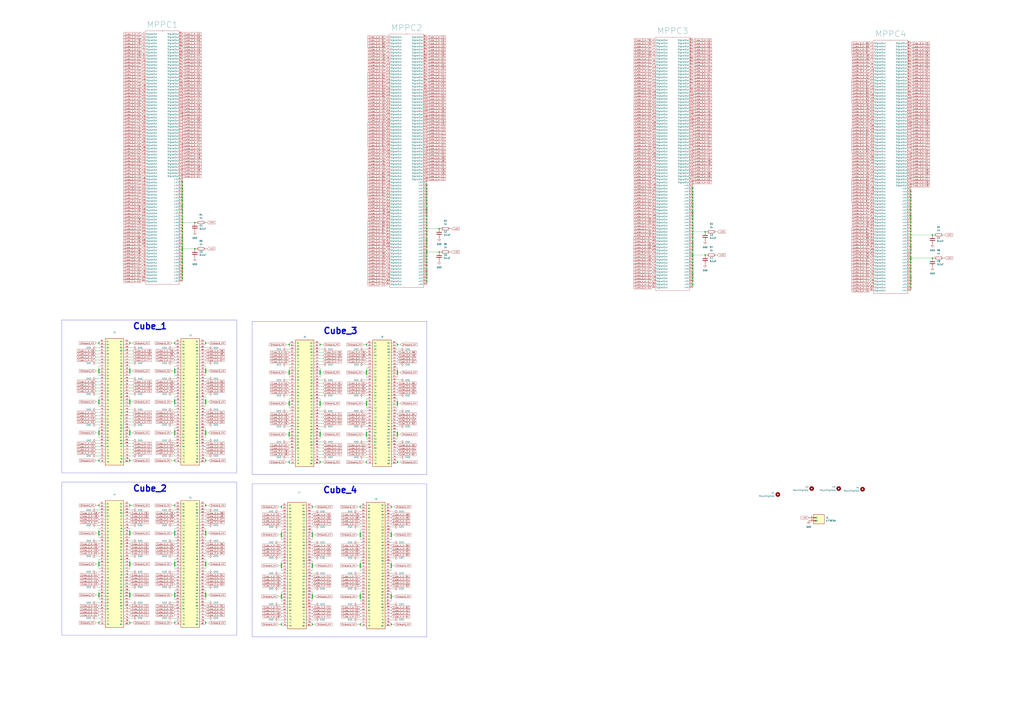
<source format=kicad_sch>
(kicad_sch (version 20231120) (generator "eeschema") (generator_version "8.0")
  (paper "A1")
  (junction (at 149.86 190.5))
  (junction (at 106.68 464.82))
  (junction (at 326.39 307.34))
  (junction (at 748.03 236.22))
  (junction (at 149.86 160.02))
  (junction (at 231.14 488.95))
  (junction (at 568.96 154.94))
  (junction (at 160.02 204.47))
  (junction (at 350.52 195.58))
  (junction (at 350.52 203.2))
  (junction (at 350.52 170.18))
  (junction (at 765.81 193.04))
  (junction (at 568.96 209.55))
  (junction (at 321.31 490.22))
  (junction (at 295.91 464.82))
  (junction (at 262.89 307.34))
  (junction (at 568.96 215.9))
  (junction (at 81.28 331.47))
  (junction (at 149.86 149.86))
  (junction (at 106.68 303.53))
  (junction (at 568.96 231.14))
  (junction (at 106.68 331.47))
  (junction (at 262.89 379.73))
  (junction (at 81.28 488.95))
  (junction (at 256.54 491.49))
  (junction (at 149.86 182.88))
  (junction (at 295.91 439.42))
  (junction (at 262.89 356.87))
  (junction (at 748.03 233.68))
  (junction (at 168.91 354.33))
  (junction (at 149.86 203.2))
  (junction (at 748.03 198.12))
  (junction (at 168.91 356.87))
  (junction (at 326.39 355.6))
  (junction (at 321.31 464.82))
  (junction (at 231.14 464.82))
  (junction (at 568.96 182.88))
  (junction (at 231.14 490.22))
  (junction (at 81.28 330.2))
  (junction (at 143.51 378.46))
  (junction (at 81.28 438.15))
  (junction (at 149.86 200.66))
  (junction (at 256.54 440.69))
  (junction (at 256.54 466.09))
  (junction (at 295.91 488.95))
  (junction (at 149.86 162.56))
  (junction (at 81.28 462.28))
  (junction (at 748.03 231.14))
  (junction (at 81.28 464.82))
  (junction (at 350.52 223.52))
  (junction (at 106.68 462.28))
  (junction (at 350.52 198.12))
  (junction (at 106.68 511.81))
  (junction (at 748.03 205.74))
  (junction (at 143.51 281.94))
  (junction (at 765.81 212.09))
  (junction (at 168.91 355.6))
  (junction (at 748.03 187.96))
  (junction (at 231.14 513.08))
  (junction (at 326.39 330.2))
  (junction (at 106.68 487.68))
  (junction (at 168.91 328.93))
  (junction (at 231.14 416.56))
  (junction (at 748.03 226.06))
  (junction (at 149.86 204.47))
  (junction (at 149.86 165.1))
  (junction (at 350.52 205.74))
  (junction (at 350.52 182.88))
  (junction (at 295.91 416.56))
  (junction (at 748.03 203.2))
  (junction (at 300.99 358.14))
  (junction (at 326.39 332.74))
  (junction (at 350.52 226.06))
  (junction (at 568.96 198.12))
  (junction (at 321.31 513.08))
  (junction (at 143.51 462.28))
  (junction (at 143.51 487.68))
  (junction (at 568.96 190.5))
  (junction (at 748.03 213.36))
  (junction (at 143.51 438.15))
  (junction (at 149.86 157.48))
  (junction (at 106.68 415.29))
  (junction (at 81.28 355.6))
  (junction (at 748.03 190.5))
  (junction (at 143.51 415.29))
  (junction (at 262.89 331.47))
  (junction (at 231.14 440.69))
  (junction (at 143.51 355.6))
  (junction (at 168.91 488.95))
  (junction (at 149.86 228.6))
  (junction (at 568.96 226.06))
  (junction (at 81.28 303.53))
  (junction (at 350.52 162.56))
  (junction (at 149.86 226.06))
  (junction (at 748.03 182.88))
  (junction (at 81.28 281.94))
  (junction (at 106.68 328.93))
  (junction (at 295.91 440.69))
  (junction (at 326.39 306.07))
  (junction (at 262.89 306.07))
  (junction (at 149.86 198.12))
  (junction (at 143.51 488.95))
  (junction (at 300.99 355.6))
  (junction (at 748.03 162.56))
  (junction (at 295.91 438.15))
  (junction (at 748.03 180.34))
  (junction (at 149.86 177.8))
  (junction (at 231.14 466.09))
  (junction (at 748.03 167.64))
  (junction (at 350.52 157.48))
  (junction (at 81.28 415.29))
  (junction (at 256.54 513.08))
  (junction (at 143.51 436.88))
  (junction (at 568.96 177.8))
  (junction (at 350.52 160.02))
  (junction (at 143.51 490.22))
  (junction (at 256.54 416.56))
  (junction (at 149.86 220.98))
  (junction (at 237.49 330.2))
  (junction (at 295.91 491.49))
  (junction (at 321.31 491.49))
  (junction (at 568.96 205.74))
  (junction (at 748.03 218.44))
  (junction (at 106.68 304.8))
  (junction (at 326.39 358.14))
  (junction (at 81.28 463.55))
  (junction (at 300.99 306.07))
  (junction (at 350.52 193.04))
  (junction (at 81.28 490.22))
  (junction (at 81.28 304.8))
  (junction (at 568.96 208.28))
  (junction (at 81.28 378.46))
  (junction (at 106.68 355.6))
  (junction (at 149.86 167.64))
  (junction (at 143.51 439.42))
  (junction (at 350.52 190.5))
  (junction (at 149.86 170.18))
  (junction (at 231.14 438.15))
  (junction (at 321.31 438.15))
  (junction (at 149.86 218.44))
  (junction (at 300.99 332.74))
  (junction (at 568.96 160.02))
  (junction (at 231.14 463.55))
  (junction (at 295.91 513.08))
  (junction (at 326.39 304.8))
  (junction (at 106.68 356.87))
  (junction (at 106.68 490.22))
  (junction (at 568.96 185.42))
  (junction (at 350.52 172.72))
  (junction (at 350.52 180.34))
  (junction (at 321.31 440.69))
  (junction (at 168.91 464.82))
  (junction (at 360.68 187.96))
  (junction (at 568.96 162.56))
  (junction (at 237.49 306.07))
  (junction (at 321.31 488.95))
  (junction (at 106.68 354.33))
  (junction (at 350.52 165.1))
  (junction (at 81.28 328.93))
  (junction (at 350.52 210.82))
  (junction (at 295.91 490.22))
  (junction (at 149.86 180.34))
  (junction (at 568.96 193.04))
  (junction (at 350.52 154.94))
  (junction (at 81.28 354.33))
  (junction (at 568.96 228.6))
  (junction (at 568.96 218.44))
  (junction (at 149.86 185.42))
  (junction (at 350.52 207.01))
  (junction (at 262.89 304.8))
  (junction (at 295.91 466.09))
  (junction (at 237.49 331.47))
  (junction (at 568.96 203.2))
  (junction (at 149.86 187.96))
  (junction (at 237.49 307.34))
  (junction (at 149.86 172.72))
  (junction (at 350.52 208.28))
  (junction (at 748.03 160.02))
  (junction (at 748.03 170.18))
  (junction (at 262.89 355.6))
  (junction (at 748.03 210.82))
  (junction (at 143.51 331.47))
  (junction (at 143.51 330.2))
  (junction (at 256.54 488.95))
  (junction (at 106.68 306.07))
  (junction (at 300.99 304.8))
  (junction (at 231.14 439.42))
  (junction (at 143.51 354.33))
  (junction (at 143.51 304.8))
  (junction (at 149.86 215.9))
  (junction (at 748.03 172.72))
  (junction (at 168.91 439.42))
  (junction (at 300.99 379.73))
  (junction (at 262.89 283.21))
  (junction (at 350.52 213.36))
  (junction (at 295.91 463.55))
  (junction (at 748.03 215.9))
  (junction (at 168.91 487.68))
  (junction (at 568.96 210.82))
  (junction (at 568.96 233.68))
  (junction (at 262.89 332.74))
  (junction (at 568.96 195.58))
  (junction (at 106.68 438.15))
  (junction (at 326.39 331.47))
  (junction (at 149.86 175.26))
  (junction (at 149.86 193.04))
  (junction (at 149.86 154.94))
  (junction (at 748.03 223.52))
  (junction (at 300.99 330.2))
  (junction (at 143.51 356.87))
  (junction (at 300.99 283.21))
  (junction (at 256.54 490.22))
  (junction (at 568.96 165.1))
  (junction (at 168.91 281.94))
  (junction (at 160.02 182.88))
  (junction (at 143.51 463.55))
  (junction (at 168.91 436.88))
  (junction (at 748.03 220.98))
  (junction (at 350.52 187.96))
  (junction (at 81.28 487.68))
  (junction (at 168.91 378.46))
  (junction (at 748.03 175.26))
  (junction (at 360.68 207.01))
  (junction (at 748.03 212.09))
  (junction (at 256.54 438.15))
  (junction (at 748.03 200.66))
  (junction (at 149.86 152.4))
  (junction (at 106.68 436.88))
  (junction (at 579.12 209.55))
  (junction (at 350.52 228.6))
  (junction (at 300.99 307.34))
  (junction (at 256.54 464.82))
  (junction (at 262.89 358.14))
  (junction (at 106.68 463.55))
  (junction (at 748.03 157.48))
  (junction (at 350.52 220.98))
  (junction (at 81.28 306.07))
  (junction (at 568.96 172.72))
  (junction (at 237.49 283.21))
  (junction (at 350.52 185.42))
  (junction (at 168.91 306.07))
  (junction (at 748.03 193.04))
  (junction (at 350.52 177.8))
  (junction (at 168.91 415.29))
  (junction (at 149.86 213.36))
  (junction (at 579.12 190.5))
  (junction (at 81.28 436.88))
  (junction (at 300.99 356.87))
  (junction (at 350.52 200.66))
  (junction (at 168.91 331.47))
  (junction (at 168.91 462.28))
  (junction (at 748.03 195.58))
  (junction (at 81.28 511.81))
  (junction (at 568.96 223.52))
  (junction (at 106.68 281.94))
  (junction (at 237.49 355.6))
  (junction (at 568.96 180.34))
  (junction (at 81.28 356.87))
  (junction (at 748.03 165.1))
  (junction (at 350.52 167.64))
  (junction (at 256.54 463.55))
  (junction (at 143.51 328.93))
  (junction (at 149.86 208.28))
  (junction (at 568.96 167.64))
  (junction (at 106.68 378.46))
  (junction (at 748.03 208.28))
  (junction (at 350.52 215.9))
  (junction (at 321.31 416.56))
  (junction (at 143.51 303.53))
  (junction (at 237.49 358.14))
  (junction (at 568.96 157.48))
  (junction (at 568.96 200.66))
  (junction (at 106.68 488.95))
  (junction (at 168.91 463.55))
  (junction (at 568.96 213.36))
  (junction (at 143.51 464.82))
  (junction (at 168.91 511.81))
  (junction (at 321.31 466.09))
  (junction (at 256.54 439.42))
  (junction (at 568.96 170.18))
  (junction (at 350.52 218.44))
  (junction (at 262.89 330.2))
  (junction (at 748.03 185.42))
  (junction (at 231.14 491.49))
  (junction (at 143.51 511.81))
  (junction (at 300.99 331.47))
  (junction (at 149.86 195.58))
  (junction (at 168.91 304.8))
  (junction (at 321.31 463.55))
  (junction (at 748.03 228.6))
  (junction (at 168.91 438.15))
  (junction (at 106.68 330.2))
  (junction (at 568.96 220.98))
  (junction (at 326.39 283.21))
  (junction (at 149.86 223.52))
  (junction (at 326.39 379.73))
  (junction (at 568.96 187.96))
  (junction (at 106.68 439.42))
  (junction (at 149.86 210.82))
  (junction (at 350.52 175.26))
  (junction (at 350.52 231.14))
  (junction (at 237.49 379.73))
  (junction (at 237.49 332.74))
  (junction (at 168.91 330.2))
  (junction (at 568.96 175.26))
  (junction (at 326.39 356.87))
  (junction (at 748.03 177.8))
  (junction (at 149.86 205.74))
  (junction (at 143.51 306.07))
  (junction (at 81.28 439.42))
  (junction (at 350.52 152.4))
  (junction (at 237.49 356.87))
  (junction (at 168.91 303.53))
  (junction (at 168.91 490.22))
  (junction (at 237.49 304.8))
  (junction (at 321.31 439.42))
  (wire (pts (xy 78.74 378.46) (xy 81.28 378.46)))
  (wire (pts (xy 568.96 157.48) (xy 568.96 160.02)))
  (wire (pts (xy 149.86 185.42) (xy 149.86 187.96)))
  (wire (pts (xy 143.51 304.8) (xy 143.51 303.53)))
  (wire (pts (xy 81.28 378.46) (xy 81.28 379.73)))
  (wire (pts (xy 143.51 416.56) (xy 143.51 415.29)))
  (wire (pts (xy 748.03 223.52) (xy 748.03 226.06)))
  (wire (pts (xy 298.45 331.47) (xy 300.99 331.47)))
  (wire (pts (xy 234.95 312.42) (xy 237.49 312.42)))
  (wire (pts (xy 149.86 226.06) (xy 149.86 228.6)))
  (wire (pts (xy 262.89 345.44) (xy 265.43 345.44)))
  (wire (pts (xy 579.12 209.55) (xy 580.39 209.55)))
  (wire (pts (xy 149.86 200.66) (xy 149.86 203.2)))
  (wire (pts (xy 298.45 306.07) (xy 300.99 306.07)))
  (wire (pts (xy 568.96 170.18) (xy 568.96 172.72)))
  (wire (pts (xy 328.93 299.72) (xy 326.39 299.72)))
  (wire (pts (xy 168.91 492.76) (xy 168.91 490.22)))
  (wire (pts (xy 234.95 299.72) (xy 237.49 299.72)))
  (wire (pts (xy 143.51 441.96) (xy 143.51 439.42)))
  (wire (pts (xy 262.89 294.64) (xy 265.43 294.64)))
  (wire (pts (xy 228.6 490.22) (xy 231.14 490.22)))
  (wire (pts (xy 568.96 177.8) (xy 568.96 180.34)))
  (wire (pts (xy 106.68 464.82) (xy 106.68 467.36)))
  (wire (pts (xy 109.22 444.5) (xy 106.68 444.5)))
  (wire (pts (xy 168.91 330.2) (xy 168.91 328.93)))
  (wire (pts (xy 78.74 372.11) (xy 81.28 372.11)))
  (wire (pts (xy 81.28 436.88) (xy 81.28 438.15)))
  (wire (pts (xy 78.74 346.71) (xy 81.28 346.71)))
  (wire (pts (xy 81.28 438.15) (xy 81.28 439.42)))
  (wire (pts (xy 149.86 228.6) (xy 149.86 231.14)))
  (wire (pts (xy 168.91 378.46) (xy 168.91 379.73)))
  (wire (pts (xy 262.89 342.9) (xy 265.43 342.9)))
  (wire (pts (xy 78.74 457.2) (xy 81.28 457.2)))
  (wire (pts (xy 109.22 285.75) (xy 106.68 285.75)))
  (wire (pts (xy 321.31 464.82) (xy 321.31 463.55)))
  (wire (pts (xy 109.22 374.65) (xy 106.68 374.65)))
  (wire (pts (xy 295.91 494.03) (xy 295.91 491.49)))
  (wire (pts (xy 143.51 328.93) (xy 143.51 326.39)))
  (wire (pts (xy 106.68 356.87) (xy 106.68 359.41)))
  (wire (pts (xy 589.28 209.55) (xy 588.01 209.55)))
  (wire (pts (xy 300.99 378.46) (xy 300.99 379.73)))
  (wire (pts (xy 81.28 439.42) (xy 81.28 441.96)))
  (wire (pts (xy 259.08 433.07) (xy 256.54 433.07)))
  (wire (pts (xy 170.18 182.88) (xy 168.91 182.88)))
  (wire (pts (xy 295.91 440.69) (xy 295.91 439.42)))
  (wire (pts (xy 350.52 175.26) (xy 350.52 177.8)))
  (wire (pts (xy 149.86 223.52) (xy 149.86 226.06)))
  (wire (pts (xy 231.14 464.82) (xy 231.14 463.55)))
  (wire (pts (xy 262.89 347.98) (xy 265.43 347.98)))
  (wire (pts (xy 168.91 303.53) (xy 168.91 300.99)))
  (wire (pts (xy 350.52 165.1) (xy 350.52 167.64)))
  (wire (pts (xy 143.51 306.07) (xy 143.51 304.8)))
  (wire (pts (xy 171.45 361.95) (xy 168.91 361.95)))
  (wire (pts (xy 321.31 463.55) (xy 321.31 461.01)))
  (wire (pts (xy 748.03 205.74) (xy 748.03 208.28)))
  (wire (pts (xy 328.93 331.47) (xy 326.39 331.47)))
  (wire (pts (xy 568.96 209.55) (xy 579.12 209.55)))
  (wire (pts (xy 293.37 490.22) (xy 295.91 490.22)))
  (wire (pts (xy 168.91 308.61) (xy 168.91 306.07)))
  (wire (pts (xy 298.45 356.87) (xy 300.99 356.87)))
  (wire (pts (xy 168.91 488.95) (xy 168.91 487.68)))
  (wire (pts (xy 350.52 210.82) (xy 350.52 213.36)))
  (wire (pts (xy 259.08 509.27) (xy 256.54 509.27)))
  (wire (pts (xy 78.74 298.45) (xy 81.28 298.45)))
  (wire (pts (xy 321.31 440.69) (xy 321.31 439.42)))
  (wire (pts (xy 568.96 205.74) (xy 568.96 208.28)))
  (wire (pts (xy 78.74 361.95) (xy 81.28 361.95)))
  (wire (pts (xy 237.49 353.06) (xy 237.49 355.6)))
  (wire (pts (xy 78.74 313.69) (xy 81.28 313.69)))
  (wire (pts (xy 323.85 471.17) (xy 321.31 471.17)))
  (wire (pts (xy 106.68 351.79) (xy 106.68 354.33)))
  (wire (pts (xy 168.91 511.81) (xy 168.91 510.54)))
  (wire (pts (xy 259.08 464.82) (xy 256.54 464.82)))
  (wire (pts (xy 143.51 438.15) (xy 143.51 436.88)))
  (wire (pts (xy 106.68 281.94) (xy 106.68 283.21)))
  (wire (pts (xy 326.39 302.26) (xy 326.39 304.8)))
  (wire (pts (xy 143.51 308.61) (xy 143.51 306.07)))
  (wire (pts (xy 78.74 318.77) (xy 81.28 318.77)))
  (wire (pts (xy 300.99 330.2) (xy 300.99 331.47)))
  (wire (pts (xy 370.84 207.01) (xy 369.57 207.01)))
  (wire (pts (xy 298.45 325.12) (xy 300.99 325.12)))
  (wire (pts (xy 298.45 299.72) (xy 300.99 299.72)))
  (wire (pts (xy 748.03 193.04) (xy 765.81 193.04)))
  (wire (pts (xy 262.89 355.6) (xy 262.89 356.87)))
  (wire (pts (xy 149.86 182.88) (xy 160.02 182.88)))
  (wire (pts (xy 143.51 303.53) (xy 143.51 300.99)))
  (wire (pts (xy 237.49 378.46) (xy 237.49 379.73)))
  (wire (pts (xy 143.51 281.94) (xy 143.51 280.67)))
  (wire (pts (xy 350.52 187.96) (xy 350.52 190.5)))
  (wire (pts (xy 234.95 331.47) (xy 237.49 331.47)))
  (wire (pts (xy 350.52 185.42) (xy 350.52 187.96)))
  (wire (pts (xy 78.74 293.37) (xy 81.28 293.37)))
  (wire (pts (xy 568.96 165.1) (xy 568.96 167.64)))
  (wire (pts (xy 231.14 440.69) (xy 231.14 439.42)))
  (wire (pts (xy 228.6 420.37) (xy 231.14 420.37)))
  (wire (pts (xy 748.03 220.98) (xy 748.03 223.52)))
  (wire (pts (xy 171.45 415.29) (xy 168.91 415.29)))
  (wire (pts (xy 140.97 419.1) (xy 143.51 419.1)))
  (wire (pts (xy 143.51 490.22) (xy 143.51 488.95)))
  (wire (pts (xy 259.08 471.17) (xy 256.54 471.17)))
  (wire (pts (xy 168.91 328.93) (xy 168.91 326.39)))
  (wire (pts (xy 748.03 210.82) (xy 748.03 212.09)))
  (wire (pts (xy 168.91 441.96) (xy 168.91 439.42)))
  (wire (pts (xy 256.54 491.49) (xy 256.54 490.22)))
  (wire (pts (xy 109.22 361.95) (xy 106.68 361.95)))
  (wire (pts (xy 568.96 175.26) (xy 568.96 177.8)))
  (wire (pts (xy 143.51 415.29) (xy 143.51 414.02)))
  (wire (pts (xy 140.97 323.85) (xy 143.51 323.85)))
  (wire (pts (xy 149.86 203.2) (xy 149.86 204.47)))
  (wire (pts (xy 81.28 487.68) (xy 81.28 488.95)))
  (wire (pts (xy 265.43 306.07) (xy 262.89 306.07)))
  (wire (pts (xy 262.89 373.38) (xy 265.43 373.38)))
  (wire (pts (xy 256.54 468.63) (xy 256.54 466.09)))
  (wire (pts (xy 140.97 415.29) (xy 143.51 415.29)))
  (wire (pts (xy 106.68 290.83) (xy 109.22 290.83)))
  (wire (pts (xy 237.49 302.26) (xy 237.49 304.8)))
  (wire (pts (xy 568.96 208.28) (xy 568.96 209.55)))
  (wire (pts (xy 81.28 464.82) (xy 81.28 467.36)))
  (wire (pts (xy 256.54 438.15) (xy 256.54 435.61)))
  (wire (pts (xy 231.14 468.63) (xy 231.14 466.09)))
  (wire (pts (xy 140.97 378.46) (xy 143.51 378.46)))
  (wire (pts (xy 748.03 203.2) (xy 748.03 205.74)))
  (wire (pts (xy 106.68 346.71) (xy 109.22 346.71)))
  (wire (pts (xy 168.91 464.82) (xy 168.91 463.55)))
  (wire (pts (xy 234.95 350.52) (xy 237.49 350.52)))
  (wire (pts (xy 106.68 288.29) (xy 109.22 288.29)))
  (wire (pts (xy 321.31 490.22) (xy 321.31 488.95)))
  (wire (pts (xy 300.99 353.06) (xy 300.99 355.6)))
  (wire (pts (xy 568.96 195.58) (xy 568.96 198.12)))
  (wire (pts (xy 143.51 463.55) (xy 143.51 462.28)))
  (wire (pts (xy 168.91 306.07) (xy 168.91 304.8)))
  (wire (pts (xy 259.08 483.87) (xy 256.54 483.87)))
  (wire (pts (xy 748.03 228.6) (xy 748.03 231.14)))
  (wire (pts (xy 350.52 195.58) (xy 350.52 198.12)))
  (wire (pts (xy 78.74 344.17) (xy 81.28 344.17)))
  (wire (pts (xy 262.89 358.14) (xy 262.89 360.68)))
  (wire (pts (xy 143.51 378.46) (xy 143.51 379.73)))
  (wire (pts (xy 149.86 154.94) (xy 149.86 157.48)))
  (wire (pts (xy 350.52 218.44) (xy 350.52 220.98)))
  (wire (pts (xy 140.97 482.6) (xy 143.51 482.6)))
  (wire (pts (xy 231.14 443.23) (xy 231.14 440.69)))
  (wire (pts (xy 168.91 298.45) (xy 171.45 298.45)))
  (wire (pts (xy 140.97 336.55) (xy 143.51 336.55)))
  (wire (pts (xy 78.74 482.6) (xy 81.28 482.6)))
  (wire (pts (xy 237.49 358.14) (xy 237.49 360.68)))
  (wire (pts (xy 168.91 416.56) (xy 168.91 415.29)))
  (wire (pts (xy 300.99 283.21) (xy 300.99 284.48)))
  (wire (pts (xy 265.43 299.72) (xy 262.89 299.72)))
  (wire (pts (xy 231.14 417.83) (xy 231.14 416.56)))
  (wire (pts (xy 237.49 304.8) (xy 237.49 306.07)))
  (wire (pts (xy 81.28 415.29) (xy 81.28 414.02)))
  (wire (pts (xy 106.68 485.14) (xy 106.68 487.68)))
  (wire (pts (xy 106.68 339.09) (xy 109.22 339.09)))
  (wire (pts (xy 81.28 415.29) (xy 81.28 416.56)))
  (wire (pts (xy 262.89 327.66) (xy 262.89 330.2)))
  (wire (pts (xy 295.91 416.56) (xy 295.91 415.29)))
  (wire (pts (xy 256.54 443.23) (xy 256.54 440.69)))
  (wire (pts (xy 106.68 462.28) (xy 106.68 463.55)))
  (wire (pts (xy 765.81 193.04) (xy 767.08 193.04)))
  (wire (pts (xy 350.52 170.18) (xy 350.52 172.72)))
  (wire (pts (xy 106.68 511.81) (xy 106.68 513.08)))
  (wire (pts (xy 106.68 303.53) (xy 106.68 304.8)))
  (wire (pts (xy 106.68 281.94) (xy 106.68 280.67)))
  (wire (pts (xy 293.37 445.77) (xy 295.91 445.77)))
  (wire (pts (xy 228.6 471.17) (xy 231.14 471.17)))
  (wire (pts (xy 234.95 325.12) (xy 237.49 325.12)))
  (wire (pts (xy 568.96 203.2) (xy 568.96 205.74)))
  (wire (pts (xy 140.97 349.25) (xy 143.51 349.25)))
  (wire (pts (xy 293.37 433.07) (xy 295.91 433.07)))
  (wire (pts (xy 171.45 431.8) (xy 168.91 431.8)))
  (wire (pts (xy 568.96 160.02) (xy 568.96 162.56)))
  (wire (pts (xy 228.6 464.82) (xy 231.14 464.82)))
  (wire (pts (xy 143.51 464.82) (xy 143.51 463.55)))
  (wire (pts (xy 328.93 363.22) (xy 326.39 363.22)))
  (wire (pts (xy 143.51 334.01) (xy 143.51 331.47)))
  (wire (pts (xy 81.28 281.94) (xy 81.28 280.67)))
  (wire (pts (xy 323.85 433.07) (xy 321.31 433.07)))
  (wire (pts (xy 256.54 440.69) (xy 256.54 439.42)))
  (wire (pts (xy 140.97 438.15) (xy 143.51 438.15)))
  (wire (pts (xy 168.91 490.22) (xy 168.91 488.95)))
  (wire (pts (xy 78.74 285.75) (xy 81.28 285.75)))
  (wire (pts (xy 228.6 458.47) (xy 231.14 458.47)))
  (wire (pts (xy 265.43 379.73) (xy 262.89 379.73)))
  (wire (pts (xy 81.28 355.6) (xy 81.28 356.87)))
  (wire (pts (xy 328.93 356.87) (xy 326.39 356.87)))
  (wire (pts (xy 149.86 190.5) (xy 149.86 193.04)))
  (wire (pts (xy 78.74 369.57) (xy 81.28 369.57)))
  (wire (pts (xy 321.31 513.08) (xy 321.31 511.81)))
  (wire (pts (xy 81.28 459.74) (xy 81.28 462.28)))
  (wire (pts (xy 78.74 341.63) (xy 81.28 341.63)))
  (wire (pts (xy 300.99 356.87) (xy 300.99 358.14)))
  (wire (pts (xy 78.74 511.81) (xy 81.28 511.81)))
  (wire (pts (xy 350.52 203.2) (xy 350.52 205.74)))
  (wire (pts (xy 568.96 213.36) (xy 568.96 215.9)))
  (wire (pts (xy 81.28 304.8) (xy 81.28 306.07)))
  (wire (pts (xy 78.74 495.3) (xy 81.28 495.3)))
  (wire (pts (xy 168.91 331.47) (xy 168.91 330.2)))
  (wire (pts (xy 168.91 511.81) (xy 168.91 513.08)))
  (wire (pts (xy 326.39 306.07) (xy 326.39 307.34)))
  (wire (pts (xy 234.95 287.02) (xy 237.49 287.02)))
  (wire (pts (xy 262.89 283.21) (xy 262.89 281.94)))
  (wire (pts (xy 171.45 457.2) (xy 168.91 457.2)))
  (wire (pts (xy 589.28 190.5) (xy 588.01 190.5)))
  (wire (pts (xy 149.86 152.4) (xy 149.86 154.94)))
  (wire (pts (xy 78.74 374.65) (xy 81.28 374.65)))
  (wire (pts (xy 171.45 285.75) (xy 168.91 285.75)))
  (wire (pts (xy 106.68 330.2) (xy 106.68 331.47)))
  (wire (pts (xy 293.37 420.37) (xy 295.91 420.37)))
  (wire (pts (xy 231.14 513.08) (xy 231.14 514.35)))
  (wire (pts (xy 748.03 231.14) (xy 748.03 233.68)))
  (wire (pts (xy 748.03 180.34) (xy 748.03 182.88)))
  (wire (pts (xy 170.18 204.47) (xy 168.91 204.47)))
  (wire (pts (xy 568.96 220.98) (xy 568.96 223.52)))
  (wire (pts (xy 748.03 172.72) (xy 748.03 175.26)))
  (wire (pts (xy 298.45 287.02) (xy 300.99 287.02)))
  (wire (pts (xy 295.91 417.83) (xy 295.91 416.56)))
  (wire (pts (xy 295.91 463.55) (xy 295.91 461.01)))
  (wire (pts (xy 149.86 213.36) (xy 149.86 215.9)))
  (wire (pts (xy 326.39 353.06) (xy 326.39 355.6)))
  (wire (pts (xy 350.52 160.02) (xy 350.52 162.56)))
  (wire (pts (xy 350.52 190.5) (xy 350.52 193.04)))
  (wire (pts (xy 237.49 332.74) (xy 237.49 335.28)))
  (wire (pts (xy 140.97 457.2) (xy 143.51 457.2)))
  (wire (pts (xy 350.52 220.98) (xy 350.52 223.52)))
  (wire (pts (xy 78.74 323.85) (xy 81.28 323.85)))
  (wire (pts (xy 748.03 218.44) (xy 748.03 220.98)))
  (wire (pts (xy 300.99 331.47) (xy 300.99 332.74)))
  (wire (pts (xy 265.43 331.47) (xy 262.89 331.47)))
  (wire (pts (xy 109.22 495.3) (xy 106.68 495.3)))
  (wire (pts (xy 748.03 195.58) (xy 748.03 198.12)))
  (wire (pts (xy 321.31 491.49) (xy 321.31 490.22)))
  (wire (pts (xy 143.51 436.88) (xy 143.51 434.34)))
  (wire (pts (xy 321.31 443.23) (xy 321.31 440.69)))
  (wire (pts (xy 262.89 317.5) (xy 265.43 317.5)))
  (wire (pts (xy 231.14 438.15) (xy 231.14 435.61)))
  (wire (pts (xy 149.86 170.18) (xy 149.86 172.72)))
  (wire (pts (xy 160.02 182.88) (xy 161.29 182.88)))
  (wire (pts (xy 168.91 354.33) (xy 168.91 351.79)))
  (wire (pts (xy 568.96 193.04) (xy 568.96 195.58)))
  (wire (pts (xy 149.86 180.34) (xy 149.86 182.88)))
  (wire (pts (xy 106.68 306.07) (xy 106.68 308.61)))
  (wire (pts (xy 259.08 513.08) (xy 256.54 513.08)))
  (wire (pts (xy 171.45 419.1) (xy 168.91 419.1)))
  (wire (pts (xy 350.52 167.64) (xy 350.52 170.18)))
  (wire (pts (xy 106.68 354.33) (xy 106.68 355.6)))
  (wire (pts (xy 350.52 149.86) (xy 350.52 152.4)))
  (wire (pts (xy 350.52 180.34) (xy 350.52 182.88)))
  (wire (pts (xy 293.37 458.47) (xy 295.91 458.47)))
  (wire (pts (xy 78.74 288.29) (xy 81.28 288.29)))
  (wire (pts (xy 106.68 378.46) (xy 106.68 379.73)))
  (wire (pts (xy 323.85 496.57) (xy 321.31 496.57)))
  (wire (pts (xy 300.99 302.26) (xy 300.99 304.8)))
  (wire (pts (xy 237.49 331.47) (xy 237.49 332.74)))
  (wire (pts (xy 140.97 511.81) (xy 143.51 511.81)))
  (wire (pts (xy 568.96 167.64) (xy 568.96 170.18)))
  (wire (pts (xy 106.68 369.57) (xy 109.22 369.57)))
  (wire (pts (xy 748.03 226.06) (xy 748.03 228.6)))
  (wire (pts (xy 140.97 444.5) (xy 143.51 444.5)))
  (wire (pts (xy 350.52 207.01) (xy 350.52 208.28)))
  (wire (pts (xy 106.68 367.03) (xy 109.22 367.03)))
  (wire (pts (xy 168.91 415.29) (xy 168.91 414.02)))
  (wire (pts (xy 326.39 327.66) (xy 326.39 330.2)))
  (wire (pts (xy 78.74 488.95) (xy 81.28 488.95)))
  (wire (pts (xy 262.89 331.47) (xy 262.89 332.74)))
  (wire (pts (xy 231.14 463.55) (xy 231.14 461.01)))
  (wire (pts (xy 256.54 417.83) (xy 256.54 416.56)))
  (wire (pts (xy 765.81 212.09) (xy 767.08 212.09)))
  (wire (pts (xy 262.89 332.74) (xy 262.89 335.28)))
  (wire (pts (xy 228.6 496.57) (xy 231.14 496.57)))
  (wire (pts (xy 360.68 187.96) (xy 361.95 187.96)))
  (wire (pts (xy 171.45 355.6) (xy 168.91 355.6)))
  (wire (pts (xy 168.91 487.68) (xy 168.91 485.14)))
  (wire (pts (xy 81.28 281.94) (xy 81.28 283.21)))
  (wire (pts (xy 298.45 363.22) (xy 300.99 363.22)))
  (wire (pts (xy 109.22 419.1) (xy 106.68 419.1)))
  (wire (pts (xy 149.86 195.58) (xy 149.86 198.12)))
  (wire (pts (xy 168.91 438.15) (xy 168.91 436.88)))
  (wire (pts (xy 295.91 513.08) (xy 295.91 511.81)))
  (wire (pts (xy 143.51 356.87) (xy 143.51 355.6)))
  (wire (pts (xy 568.96 228.6) (xy 568.96 231.14)))
  (wire (pts (xy 262.89 283.21) (xy 262.89 284.48)))
  (wire (pts (xy 78.74 367.03) (xy 81.28 367.03)))
  (wire (pts (xy 109.22 298.45) (xy 106.68 298.45)))
  (wire (pts (xy 568.96 182.88) (xy 568.96 185.42)))
  (wire (pts (xy 171.45 488.95) (xy 168.91 488.95)))
  (wire (pts (xy 295.91 468.63) (xy 295.91 466.09)))
  (wire (pts (xy 350.52 200.66) (xy 350.52 203.2)))
  (wire (pts (xy 109.22 323.85) (xy 106.68 323.85)))
  (wire (pts (xy 171.45 482.6) (xy 168.91 482.6)))
  (wire (pts (xy 109.22 482.6) (xy 106.68 482.6)))
  (wire (pts (xy 106.68 463.55) (xy 106.68 464.82)))
  (wire (pts (xy 143.51 283.21) (xy 143.51 281.94)))
  (wire (pts (xy 81.28 463.55) (xy 81.28 464.82)))
  (wire (pts (xy 140.97 469.9) (xy 143.51 469.9)))
  (wire (pts (xy 262.89 306.07) (xy 262.89 307.34)))
  (wire (pts (xy 109.22 511.81) (xy 106.68 511.81)))
  (wire (pts (xy 78.74 508) (xy 81.28 508)))
  (wire (pts (xy 748.03 200.66) (xy 748.03 203.2)))
  (wire (pts (xy 323.85 483.87) (xy 321.31 483.87)))
  (wire (pts (xy 109.22 463.55) (xy 106.68 463.55)))
  (wire (pts (xy 109.22 281.94) (xy 106.68 281.94)))
  (wire (pts (xy 81.28 434.34) (xy 81.28 436.88)))
  (wire (pts (xy 109.22 431.8) (xy 106.68 431.8)))
  (wire (pts (xy 262.89 340.36) (xy 265.43 340.36)))
  (wire (pts (xy 106.68 434.34) (xy 106.68 436.88)))
  (wire (pts (xy 149.86 149.86) (xy 149.86 152.4)))
  (wire (pts (xy 106.68 436.88) (xy 106.68 438.15)))
  (wire (pts (xy 265.43 337.82) (xy 262.89 337.82)))
  (wire (pts (xy 265.43 312.42) (xy 262.89 312.42)))
  (wire (pts (xy 298.45 283.21) (xy 300.99 283.21)))
  (wire (pts (xy 106.68 300.99) (xy 106.68 303.53)))
  (wire (pts (xy 323.85 458.47) (xy 321.31 458.47)))
  (wire (pts (xy 168.91 334.01) (xy 168.91 331.47)))
  (wire (pts (xy 295.91 466.09) (xy 295.91 464.82)))
  (wire (pts (xy 300.99 304.8) (xy 300.99 306.07)))
  (wire (pts (xy 140.97 330.2) (xy 143.51 330.2)))
  (wire (pts (xy 228.6 439.42) (xy 231.14 439.42)))
  (wire (pts (xy 168.91 355.6) (xy 168.91 354.33)))
  (wire (pts (xy 568.96 180.34) (xy 568.96 182.88)))
  (wire (pts (xy 298.45 312.42) (xy 300.99 312.42)))
  (wire (pts (xy 326.39 304.8) (xy 326.39 306.07)))
  (wire (pts (xy 326.39 379.73) (xy 326.39 381)))
  (wire (pts (xy 321.31 439.42) (xy 321.31 438.15)))
  (wire (pts (xy 568.96 210.82) (xy 568.96 213.36)))
  (wire (pts (xy 78.74 444.5) (xy 81.28 444.5)))
  (wire (pts (xy 228.6 513.08) (xy 231.14 513.08)))
  (wire (pts (xy 568.96 154.94) (xy 568.96 157.48)))
  (wire (pts (xy 171.45 330.2) (xy 168.91 330.2)))
  (wire (pts (xy 149.86 157.48) (xy 149.86 160.02)))
  (wire (pts (xy 234.95 379.73) (xy 237.49 379.73)))
  (wire (pts (xy 360.68 207.01) (xy 361.95 207.01)))
  (wire (pts (xy 231.14 494.03) (xy 231.14 491.49)))
  (wire (pts (xy 81.28 488.95) (xy 81.28 490.22)))
  (wire (pts (xy 328.93 325.12) (xy 326.39 325.12)))
  (wire (pts (xy 168.91 374.65) (xy 171.45 374.65)))
  (wire (pts (xy 748.03 175.26) (xy 748.03 177.8)))
  (wire (pts (xy 295.91 464.82) (xy 295.91 463.55)))
  (wire (pts (xy 350.52 208.28) (xy 350.52 210.82)))
  (wire (pts (xy 748.03 165.1) (xy 748.03 167.64)))
  (wire (pts (xy 231.14 416.56) (xy 231.14 415.29)))
  (wire (pts (xy 262.89 297.18) (xy 265.43 297.18)))
  (wire (pts (xy 140.97 374.65) (xy 143.51 374.65)))
  (wire (pts (xy 293.37 416.56) (xy 295.91 416.56)))
  (wire (pts (xy 106.68 293.37) (xy 109.22 293.37)))
  (wire (pts (xy 568.96 215.9) (xy 568.96 218.44)))
  (wire (pts (xy 748.03 208.28) (xy 748.03 210.82)))
  (wire (pts (xy 323.85 445.77) (xy 321.31 445.77)))
  (wire (pts (xy 81.28 330.2) (xy 81.28 331.47)))
  (wire (pts (xy 579.12 190.5) (xy 580.39 190.5)))
  (wire (pts (xy 748.03 193.04) (xy 748.03 195.58)))
  (wire (pts (xy 149.86 160.02) (xy 149.86 162.56)))
  (wire (pts (xy 81.28 377.19) (xy 81.28 378.46)))
  (wire (pts (xy 256.54 513.08) (xy 256.54 514.35)))
  (wire (pts (xy 775.97 212.09) (xy 774.7 212.09)))
  (wire (pts (xy 171.45 311.15) (xy 168.91 311.15)))
  (wire (pts (xy 140.97 361.95) (xy 143.51 361.95)))
  (wire (pts (xy 81.28 354.33) (xy 81.28 355.6)))
  (wire (pts (xy 295.91 439.42) (xy 295.91 438.15)))
  (wire (pts (xy 350.52 223.52) (xy 350.52 226.06)))
  (wire (pts (xy 262.89 353.06) (xy 262.89 355.6)))
  (wire (pts (xy 298.45 350.52) (xy 300.99 350.52)))
  (wire (pts (xy 350.52 152.4) (xy 350.52 154.94)))
  (wire (pts (xy 326.39 358.14) (xy 326.39 360.68)))
  (wire (pts (xy 78.74 415.29) (xy 81.28 415.29)))
  (wire (pts (xy 748.03 213.36) (xy 748.03 215.9)))
  (wire (pts (xy 350.52 193.04) (xy 350.52 195.58)))
  (wire (pts (xy 321.31 438.15) (xy 321.31 435.61)))
  (wire (pts (xy 321.31 417.83) (xy 321.31 416.56)))
  (wire (pts (xy 140.97 311.15) (xy 143.51 311.15)))
  (wire (pts (xy 168.91 356.87) (xy 168.91 355.6)))
  (wire (pts (xy 81.28 462.28) (xy 81.28 463.55)))
  (wire (pts (xy 140.97 298.45) (xy 143.51 298.45)))
  (wire (pts (xy 321.31 416.56) (xy 321.31 415.29)))
  (wire (pts (xy 143.51 511.81) (xy 143.51 513.08)))
  (wire (pts (xy 143.51 511.81) (xy 143.51 510.54)))
  (wire (pts (xy 168.91 281.94) (xy 168.91 280.67)))
  (wire (pts (xy 326.39 356.87) (xy 326.39 358.14)))
  (wire (pts (xy 262.89 368.3) (xy 265.43 368.3)))
  (wire (pts (xy 293.37 471.17) (xy 295.91 471.17)))
  (wire (pts (xy 171.45 304.8) (xy 168.91 304.8)))
  (wire (pts (xy 78.74 330.2) (xy 81.28 330.2)))
  (wire (pts (xy 326.39 283.21) (xy 326.39 281.94)))
  (wire (pts (xy 748.03 170.18) (xy 748.03 172.72)))
  (wire (pts (xy 140.97 495.3) (xy 143.51 495.3)))
  (wire (pts (xy 78.74 336.55) (xy 81.28 336.55)))
  (wire (pts (xy 109.22 438.15) (xy 106.68 438.15)))
  (wire (pts (xy 256.54 490.22) (xy 256.54 488.95)))
  (wire (pts (xy 748.03 233.68) (xy 748.03 236.22)))
  (wire (pts (xy 748.03 182.88) (xy 748.03 185.42)))
  (wire (pts (xy 171.45 378.46) (xy 168.91 378.46)))
  (wire (pts (xy 81.28 511.81) (xy 81.28 513.08)))
  (wire (pts (xy 78.74 349.25) (xy 81.28 349.25)))
  (wire (pts (xy 321.31 468.63) (xy 321.31 466.09)))
  (wire (pts (xy 262.89 320.04) (xy 265.43 320.04)))
  (wire (pts (xy 143.51 355.6) (xy 143.51 354.33)))
  (wire (pts (xy 109.22 355.6) (xy 106.68 355.6)))
  (wire (pts (xy 326.39 378.46) (xy 326.39 379.73)))
  (wire (pts (xy 106.68 344.17) (xy 109.22 344.17)))
  (wire (pts (xy 370.84 187.96) (xy 369.57 187.96)))
  (wire (pts (xy 350.52 187.96) (xy 360.68 187.96)))
  (wire (pts (xy 328.93 375.92) (xy 326.39 375.92)))
  (wire (pts (xy 171.45 508) (xy 168.91 508)))
  (wire (pts (xy 81.28 510.54) (xy 81.28 511.81)))
  (wire (pts (xy 298.45 375.92) (xy 300.99 375.92)))
  (wire (pts (xy 748.03 212.09) (xy 765.81 212.09)))
  (wire (pts (xy 78.74 355.6) (xy 81.28 355.6)))
  (wire (pts (xy 300.99 283.21) (xy 300.99 281.94)))
  (wire (pts (xy 323.85 509.27) (xy 321.31 509.27)))
  (wire (pts (xy 171.45 511.81) (xy 168.91 511.81)))
  (wire (pts (xy 262.89 304.8) (xy 262.89 306.07)))
  (wire (pts (xy 262.89 370.84) (xy 265.43 370.84)))
  (wire (pts (xy 350.52 213.36) (xy 350.52 215.9)))
  (wire (pts (xy 149.86 177.8) (xy 149.86 180.34)))
  (wire (pts (xy 300.99 332.74) (xy 300.99 335.28)))
  (wire (pts (xy 326.39 330.2) (xy 326.39 331.47)))
  (wire (pts (xy 568.96 223.52) (xy 568.96 226.06)))
  (wire (pts (xy 149.86 147.32) (xy 149.86 149.86)))
  (wire (pts (xy 323.85 420.37) (xy 321.31 420.37)))
  (wire (pts (xy 168.91 463.55) (xy 168.91 462.28)))
  (wire (pts (xy 171.45 463.55) (xy 168.91 463.55)))
  (wire (pts (xy 350.52 231.14) (xy 350.52 233.68)))
  (wire (pts (xy 140.97 463.55) (xy 143.51 463.55)))
  (wire (pts (xy 106.68 487.68) (xy 106.68 488.95)))
  (wire (pts (xy 748.03 157.48) (xy 748.03 160.02)))
  (wire (pts (xy 328.93 350.52) (xy 326.39 350.52)))
  (wire (pts (xy 149.86 182.88) (xy 149.86 185.42)))
  (wire (pts (xy 160.02 204.47) (xy 161.29 204.47)))
  (wire (pts (xy 265.43 363.22) (xy 262.89 363.22)))
  (wire (pts (xy 328.93 312.42) (xy 326.39 312.42)))
  (wire (pts (xy 323.85 464.82) (xy 321.31 464.82)))
  (wire (pts (xy 143.51 378.46) (xy 143.51 377.19)))
  (wire (pts (xy 78.74 339.09) (xy 81.28 339.09)))
  (wire (pts (xy 262.89 314.96) (xy 265.43 314.96)))
  (wire (pts (xy 748.03 154.94) (xy 748.03 157.48)))
  (wire (pts (xy 775.97 193.04) (xy 774.7 193.04)))
  (wire (pts (xy 293.37 496.57) (xy 295.91 496.57)))
  (wire (pts (xy 262.89 289.56) (xy 265.43 289.56)))
  (wire (pts (xy 237.49 355.6) (xy 237.49 356.87)))
  (wire (pts (xy 293.37 513.08) (xy 295.91 513.08)))
  (wire (pts (xy 259.08 458.47) (xy 256.54 458.47)))
  (wire (pts (xy 237.49 307.34) (xy 237.49 309.88)))
  (wire (pts (xy 748.03 187.96) (xy 748.03 190.5)))
  (wire (pts (xy 265.43 350.52) (xy 262.89 350.52)))
  (wire (pts (xy 256.54 464.82) (xy 256.54 463.55)))
  (wire (pts (xy 568.96 233.68) (xy 568.96 236.22)))
  (wire (pts (xy 168.91 283.21) (xy 168.91 281.94)))
  (wire (pts (xy 143.51 354.33) (xy 143.51 351.79)))
  (wire (pts (xy 350.52 182.88) (xy 350.52 185.42)))
  (wire (pts (xy 568.96 185.42) (xy 568.96 187.96)))
  (wire (pts (xy 143.51 331.47) (xy 143.51 330.2)))
  (wire (pts (xy 568.96 152.4) (xy 568.96 154.94)))
  (wire (pts (xy 259.08 420.37) (xy 256.54 420.37)))
  (wire (pts (xy 149.86 198.12) (xy 149.86 200.66)))
  (wire (pts (xy 256.54 494.03) (xy 256.54 491.49)))
  (wire (pts (xy 234.95 337.82) (xy 237.49 337.82)))
  (wire (pts (xy 109.22 488.95) (xy 106.68 488.95)))
  (wire (pts (xy 149.86 204.47) (xy 149.86 205.74)))
  (wire (pts (xy 350.52 172.72) (xy 350.52 175.26)))
  (wire (pts (xy 265.43 325.12) (xy 262.89 325.12)))
  (wire (pts (xy 168.91 436.88) (xy 168.91 434.34)))
  (wire (pts (xy 293.37 483.87) (xy 295.91 483.87)))
  (wire (pts (xy 149.86 187.96) (xy 149.86 190.5)))
  (wire (pts (xy 149.86 208.28) (xy 149.86 210.82)))
  (wire (pts (xy 321.31 513.08) (xy 321.31 514.35)))
  (wire (pts (xy 149.86 167.64) (xy 149.86 170.18)))
  (wire (pts (xy 78.74 295.91) (xy 81.28 295.91)))
  (wire (pts (xy 295.91 513.08) (xy 295.91 514.35)))
  (wire (pts (xy 568.96 209.55) (xy 568.96 210.82)))
  (wire (pts (xy 568.96 226.06) (xy 568.96 228.6)))
  (wire (pts (xy 350.52 207.01) (xy 360.68 207.01)))
  (wire (pts (xy 140.97 304.8) (xy 143.51 304.8)))
  (wire (pts (xy 259.08 490.22) (xy 256.54 490.22)))
  (wire (pts (xy 748.03 167.64) (xy 748.03 170.18)))
  (wire (pts (xy 748.03 236.22) (xy 748.03 238.76)))
  (wire (pts (xy 262.89 292.1) (xy 265.43 292.1)))
  (wire (pts (xy 106.68 439.42) (xy 106.68 441.96)))
  (wire (pts (xy 143.51 492.76) (xy 143.51 490.22)))
  (wire (pts (xy 237.49 283.21) (xy 237.49 284.48)))
  (wire (pts (xy 106.68 355.6) (xy 106.68 356.87)))
  (wire (pts (xy 78.74 321.31) (xy 81.28 321.31)))
  (wire (pts (xy 748.03 177.8) (xy 748.03 180.34)))
  (wire (pts (xy 106.68 331.47) (xy 106.68 334.01)))
  (wire (pts (xy 109.22 311.15) (xy 106.68 311.15)))
  (wire (pts (xy 265.43 375.92) (xy 262.89 375.92)))
  (wire (pts (xy 168.91 439.42) (xy 168.91 438.15)))
  (wire (pts (xy 321.31 494.03) (xy 321.31 491.49)))
  (wire (pts (xy 326.39 307.34) (xy 326.39 309.88)))
  (wire (pts (xy 326.39 355.6) (xy 326.39 356.87)))
  (wire (pts (xy 106.68 459.74) (xy 106.68 462.28)))
  (wire (pts (xy 350.52 215.9) (xy 350.52 218.44)))
  (wire (pts (xy 323.85 439.42) (xy 321.31 439.42)))
  (wire (pts (xy 81.28 326.39) (xy 81.28 328.93)))
  (wire (pts (xy 168.91 359.41) (xy 168.91 356.87)))
  (wire (pts (xy 168.91 304.8) (xy 168.91 303.53)))
  (wire (pts (xy 228.6 433.07) (xy 231.14 433.07)))
  (wire (pts (xy 106.68 304.8) (xy 106.68 306.07)))
  (wire (pts (xy 256.54 466.09) (xy 256.54 464.82)))
  (wire (pts (xy 109.22 330.2) (xy 106.68 330.2)))
  (wire (pts (xy 171.45 336.55) (xy 168.91 336.55)))
  (wire (pts (xy 256.54 488.95) (xy 256.54 486.41)))
  (wire (pts (xy 106.68 490.22) (xy 106.68 492.76)))
  (wire (pts (xy 171.45 444.5) (xy 168.91 444.5)))
  (wire (pts (xy 298.45 379.73) (xy 300.99 379.73)))
  (wire (pts (xy 149.86 215.9) (xy 149.86 218.44)))
  (wire (pts (xy 234.95 306.07) (xy 237.49 306.07)))
  (wire (pts (xy 140.97 355.6) (xy 143.51 355.6)))
  (wire (pts (xy 265.43 283.21) (xy 262.89 283.21)))
  (wire (pts (xy 106.68 313.69) (xy 109.22 313.69)))
  (wire (pts (xy 234.95 283.21) (xy 237.49 283.21)))
  (wire (pts (xy 106.68 326.39) (xy 106.68 328.93)))
  (wire (pts (xy 300.99 327.66) (xy 300.99 330.2)))
  (wire (pts (xy 143.51 462.28) (xy 143.51 459.74)))
  (wire (pts (xy 143.51 487.68) (xy 143.51 485.14)))
  (wire (pts (xy 262.89 330.2) (xy 262.89 331.47)))
  (wire (pts (xy 237.49 306.07) (xy 237.49 307.34)))
  (wire (pts (xy 350.52 226.06) (xy 350.52 228.6)))
  (wire (pts (xy 143.51 439.42) (xy 143.51 438.15)))
  (wire (pts (xy 149.86 210.82) (xy 149.86 213.36)))
  (wire (pts (xy 149.86 204.47) (xy 160.02 204.47)))
  (wire (pts (xy 149.86 193.04) (xy 149.86 195.58)))
  (wire (pts (xy 78.74 364.49) (xy 81.28 364.49)))
  (wire (pts (xy 748.03 160.02) (xy 748.03 162.56)))
  (wire (pts (xy 326.39 283.21) (xy 326.39 284.48)))
  (wire (pts (xy 350.52 205.74) (xy 350.52 207.01)))
  (wire (pts (xy 149.86 172.72) (xy 149.86 175.26)))
  (wire (pts (xy 748.03 190.5) (xy 748.03 193.04)))
  (wire (pts (xy 350.52 198.12) (xy 350.52 200.66)))
  (wire (pts (xy 295.91 490.22) (xy 295.91 488.95)))
  (wire (pts (xy 106.68 438.15) (xy 106.68 439.42)))
  (wire (pts (xy 81.28 490.22) (xy 81.28 492.76)))
  (wire (pts (xy 149.86 220.98) (xy 149.86 223.52)))
  (wire (pts (xy 323.85 416.56) (xy 321.31 416.56)))
  (wire (pts (xy 168.91 462.28) (xy 168.91 459.74)))
  (wire (pts (xy 140.97 488.95) (xy 143.51 488.95)))
  (wire (pts (xy 237.49 330.2) (xy 237.49 331.47)))
  (wire (pts (xy 106.68 377.19) (xy 106.68 378.46)))
  (wire (pts (xy 228.6 483.87) (xy 231.14 483.87)))
  (wire (pts (xy 300.99 306.07) (xy 300.99 307.34)))
  (wire (pts (xy 568.96 190.5) (xy 568.96 193.04)))
  (wire (pts (xy 328.93 379.73) (xy 326.39 379.73)))
  (wire (pts (xy 106.68 295.91) (xy 109.22 295.91)))
  (wire (pts (xy 328.93 306.07) (xy 326.39 306.07)))
  (wire (pts (xy 140.97 285.75) (xy 143.51 285.75)))
  (wire (pts (xy 350.52 157.48) (xy 350.52 160.02)))
  (wire (pts (xy 293.37 464.82) (xy 295.91 464.82)))
  (wire (pts (xy 81.28 300.99) (xy 81.28 303.53)))
  (wire (pts (xy 168.91 378.46) (xy 168.91 377.19)))
  (wire (pts (xy 171.45 495.3) (xy 168.91 495.3)))
  (wire (pts (xy 234.95 356.87) (xy 237.49 356.87)))
  (wire (pts (xy 78.74 304.8) (xy 81.28 304.8)))
  (wire (pts (xy 171.45 469.9) (xy 168.91 469.9)))
  (wire (pts (xy 293.37 439.42) (xy 295.91 439.42)))
  (wire (pts (xy 259.08 416.56) (xy 256.54 416.56)))
  (wire (pts (xy 106.68 328.93) (xy 106.68 330.2)))
  (wire (pts (xy 262.89 302.26) (xy 262.89 304.8)))
  (wire (pts (xy 143.51 488.95) (xy 143.51 487.68)))
  (wire (pts (xy 78.74 431.8) (xy 81.28 431.8)))
  (wire (pts (xy 168.91 467.36) (xy 168.91 464.82)))
  (wire (pts (xy 168.91 323.85) (xy 171.45 323.85)))
  (wire (pts (xy 748.03 215.9) (xy 748.03 218.44)))
  (wire (pts (xy 231.14 513.08) (xy 231.14 511.81)))
  (wire (pts (xy 78.74 316.23) (xy 81.28 316.23)))
  (wire (pts (xy 568.96 200.66) (xy 568.96 203.2)))
  (wire (pts (xy 568.96 190.5) (xy 579.12 190.5)))
  (wire (pts (xy 81.28 485.14) (xy 81.28 487.68)))
  (wire (pts (xy 568.96 218.44) (xy 568.96 220.98)))
  (wire (pts (xy 568.96 231.14) (xy 568.96 233.68)))
  (wire (pts (xy 109.22 304.8) (xy 106.68 304.8)))
  (wire (pts (xy 143.51 330.2) (xy 143.51 328.93)))
  (wire (pts (xy 231.14 439.42) (xy 231.14 438.15)))
  (wire (pts (xy 140.97 281.94) (xy 143.51 281.94)))
  (wire (pts (xy 78.74 281.94) (xy 81.28 281.94)))
  (wire (pts (xy 106.68 341.63) (xy 109.22 341.63)))
  (wire (pts (xy 78.74 469.9) (xy 81.28 469.9)))
  (wire (pts (xy 140.97 431.8) (xy 143.51 431.8)))
  (wire (pts (xy 300.99 355.6) (xy 300.99 356.87)))
  (wire (pts (xy 237.49 283.21) (xy 237.49 281.94)))
  (wire (pts (xy 231.14 488.95) (xy 231.14 486.41)))
  (wire (pts (xy 259.08 439.42) (xy 256.54 439.42)))
  (wire (pts (xy 265.43 287.02) (xy 262.89 287.02)))
  (wire (pts (xy 262.89 365.76) (xy 265.43 365.76)))
  (wire (pts (xy 265.43 356.87) (xy 262.89 356.87)))
  (wire (pts (xy 568.96 187.96) (xy 568.96 190.5)))
  (wire (pts (xy 78.74 290.83) (xy 81.28 290.83)))
  (wire (pts (xy 323.85 490.22) (xy 321.31 490.22)))
  (wire (pts (xy 149.86 175.26) (xy 149.86 177.8)))
  (wire (pts (xy 328.93 337.82) (xy 326.39 337.82)))
  (wire (pts (xy 259.08 496.57) (xy 256.54 496.57)))
  (wire (pts (xy 262.89 307.34) (xy 262.89 309.88)))
  (wire (pts (xy 228.6 445.77) (xy 231.14 445.77)))
  (wire (pts (xy 350.52 154.94) (xy 350.52 157.48)))
  (wire (pts (xy 568.96 172.72) (xy 568.96 175.26)))
  (wire (pts (xy 78.74 419.1) (xy 81.28 419.1)))
  (wire (pts (xy 256.54 513.08) (xy 256.54 511.81)))
  (wire (pts (xy 109.22 415.29) (xy 106.68 415.29)))
  (wire (pts (xy 78.74 463.55) (xy 81.28 463.55)))
  (wire (pts (xy 143.51 467.36) (xy 143.51 464.82)))
  (wire (pts (xy 109.22 469.9) (xy 106.68 469.9)))
  (wire (pts (xy 171.45 438.15) (xy 168.91 438.15)))
  (wire (pts (xy 298.45 337.82) (xy 300.99 337.82)))
  (wire (pts (xy 350.52 177.8) (xy 350.52 180.34)))
  (wire (pts (xy 262.89 356.87) (xy 262.89 358.14)))
  (wire (pts (xy 568.96 162.56) (xy 568.96 165.1)))
  (wire (pts (xy 300.99 379.73) (xy 300.99 381)))
  (wire (pts (xy 323.85 513.08) (xy 321.31 513.08)))
  (wire (pts (xy 81.28 356.87) (xy 81.28 359.41)))
  (wire (pts (xy 326.39 331.47) (xy 326.39 332.74)))
  (wire (pts (xy 262.89 379.73) (xy 262.89 381)))
  (wire (pts (xy 234.95 363.22) (xy 237.49 363.22)))
  (wire (pts (xy 106.68 415.29) (xy 106.68 416.56)))
  (wire (pts (xy 106.68 372.11) (xy 109.22 372.11)))
  (wire (pts (xy 109.22 508) (xy 106.68 508)))
  (wire (pts (xy 81.28 331.47) (xy 81.28 334.01)))
  (wire (pts (xy 78.74 438.15) (xy 81.28 438.15)))
  (wire (pts (xy 231.14 491.49) (xy 231.14 490.22)))
  (wire (pts (xy 109.22 378.46) (xy 106.68 378.46)))
  (wire (pts (xy 256.54 439.42) (xy 256.54 438.15)))
  (wire (pts (xy 262.89 322.58) (xy 265.43 322.58)))
  (wire (pts (xy 149.86 162.56) (xy 149.86 165.1)))
  (wire (pts (xy 328.93 287.02) (xy 326.39 287.02)))
  (wire (pts (xy 171.45 281.94) (xy 168.91 281.94)))
  (wire (pts (xy 109.22 457.2) (xy 106.68 457.2)))
  (wire (pts (xy 568.96 198.12) (xy 568.96 200.66)))
  (wire (pts (xy 237.49 327.66) (xy 237.49 330.2)))
  (wire (pts (xy 300.99 358.14) (xy 300.99 360.68)))
  (wire (pts (xy 293.37 509.27) (xy 295.91 509.27)))
  (wire (pts (xy 256.54 416.56) (xy 256.54 415.29)))
  (wire (pts (xy 106.68 316.23) (xy 109.22 316.23)))
  (wire (pts (xy 168.91 349.25) (xy 171.45 349.25)))
  (wire (pts (xy 350.52 228.6) (xy 350.52 231.14)))
  (wire (pts (xy 321.31 466.09) (xy 321.31 464.82)))
  (wire (pts (xy 350.52 162.56) (xy 350.52 165.1)))
  (wire (pts (xy 106.68 318.77) (xy 109.22 318.77)))
  (wire (pts (xy 295.91 491.49) (xy 295.91 490.22)))
  (wire (pts (xy 328.93 283.21) (xy 326.39 283.21)))
  (wire (pts (xy 748.03 162.56) (xy 748.03 165.1)))
  (wire (pts (xy 106.68 510.54) (xy 106.68 511.81)))
  (wire (pts (xy 106.68 488.95) (xy 106.68 490.22)))
  (wire (pts (xy 81.28 328.93) (xy 81.28 330.2)))
  (wire (pts (xy 109.22 336.55) (xy 106.68 336.55)))
  (wire (pts (xy 228.6 416.56) (xy 231.14 416.56)))
  (wire (pts (xy 231.14 490.22) (xy 231.14 488.95)))
  (wire (pts (xy 81.28 303.53) (xy 81.28 304.8)))
  (wire (pts (xy 81.28 351.79) (xy 81.28 354.33)))
  (wire (pts (xy 295.91 488.95) (xy 295.91 486.41)))
  (wire (pts (xy 149.86 205.74) (xy 149.86 208.28)))
  (wire (pts (xy 256.54 463.55) (xy 256.54 461.01)))
  (wire (pts (xy 78.74 311.15) (xy 81.28 311.15)))
  (wire (pts (xy 140.97 508) (xy 143.51 508)))
  (wire (pts (xy 106.68 321.31) (xy 109.22 321.31)))
  (wire (pts (xy 149.86 218.44) (xy 149.86 220.98)))
  (wire (pts (xy 300.99 307.34) (xy 300.99 309.88)))
  (wire (pts (xy 748.03 212.09) (xy 748.03 213.36)))
  (wire (pts (xy 106.68 364.49) (xy 109.22 364.49)))
  (wire (pts (xy 262.89 378.46) (xy 262.89 379.73)))
  (wire (pts (xy 259.08 445.77) (xy 256.54 445.77)))
  (wire (pts (xy 326.39 332.74) (xy 326.39 335.28)))
  (wire (pts (xy 234.95 375.92) (xy 237.49 375.92)))
  (wire (pts (xy 295.91 438.15) (xy 295.91 435.61)))
  (wire (pts (xy 143.51 359.41) (xy 143.51 356.87)))
  (wire (pts (xy 81.28 306.07) (xy 81.28 308.61)))
  (wire (pts (xy 237.49 379.73) (xy 237.49 381)))
  (wire (pts (xy 321.31 488.95) (xy 321.31 486.41)))
  (wire (pts (xy 228.6 509.27) (xy 231.14 509.27)))
  (wire (pts (xy 109.22 349.25) (xy 106.68 349.25)))
  (wire (pts (xy 748.03 185.42) (xy 748.03 187.96)))
  (wire (pts (xy 106.68 415.29) (xy 106.68 414.02)))
  (wire (pts (xy 748.03 198.12) (xy 748.03 200.66)))
  (wire (pts (xy 231.14 466.09) (xy 231.14 464.82)))
  (wire (pts (xy 237.49 356.87) (xy 237.49 358.14)))
  (wire (pts (xy 295.91 443.23) (xy 295.91 440.69)))
  (wire (pts (xy 149.86 165.1) (xy 149.86 167.64)))
  (rectangle (start 207.01 264.16) (end 350.52 389.89))
  (rectangle (start 207.01 397.51) (end 350.52 523.24))
  (rectangle (start 50.8 396.24) (end 194.31 521.97))
  (rectangle (start 50.8 262.89) (end 194.31 388.62))
  (text "Cube_2" (at 123.19 401.574 0) (effects (font (size 5.08 5.08) (thickness 1.016) (bold yes))))
  (text "Cube_4" (at 279.4 402.844 0) (effects (font (size 5.08 5.08) (thickness 1.016) (bold yes))))
  (text "Cube_3\n" (at 279.654 272.034 0) (effects (font (size 5.08 5.08) (thickness 1.016) (bold yes))))
  (text "Cube_1\n" (at 123.19 268.224 0) (effects (font (size 5.08 5.08) (thickness 1.016) (bold yes))))
  (global_label "Cube_1_A-G4" (shape input) (at 149.86 58.42 0) (property "Intersheetrefs" "${INTERSHEET_REFS}" (effects (hide yes))))
  (global_label "Cube_3_A-B6" (shape input) (at 715.01 78.74 180) (property "Intersheetrefs" "${INTERSHEET_REFS}" (effects (hide yes))))
  (global_label "Cube_3_A-E7" (shape input) (at 535.94 53.34 180) (property "Intersheetrefs" "${INTERSHEET_REFS}" (effects (hide yes))))
  (global_label "Cube_1_A-H8" (shape input) (at 149.86 127 0) (property "Intersheetrefs" "${INTERSHEET_REFS}" (effects (hide yes))))
  (global_label "Onboard_HV" (shape input) (at 234.95 306.07 180) (property "Intersheetrefs" "${INTERSHEET_REFS}" (effects (hide yes))))
  (global_label "Cube_1_A-D8" (shape input) (at 350.52 129.54 0) (property "Intersheetrefs" "${INTERSHEET_REFS}" (effects (hide yes))))
  (global_label "Cube_1_A-C2" (shape input) (at 317.5 223.52 180) (property "Intersheetrefs" "${INTERSHEET_REFS}" (effects (hide yes))))
  (global_label "Cube_3_A-C2" (shape input) (at 300.99 365.76 180) (property "Intersheetrefs" "${INTERSHEET_REFS}" (effects (hide yes))))
  (global_label "Cube_1_A-H1" (shape input) (at 116.84 200.66 180) (property "Intersheetrefs" "${INTERSHEET_REFS}" (effects (hide yes))))
  (global_label "Cube_1_A-F2" (shape input) (at 116.84 60.96 180) (property "Intersheetrefs" "${INTERSHEET_REFS}" (effects (hide yes))))
  (global_label "Cube_1_A-C6" (shape input) (at 350.52 99.06 0) (property "Intersheetrefs" "${INTERSHEET_REFS}" (effects (hide yes))))
  (global_label "Onboard_HV" (shape input) (at 323.85 490.22 0) (property "Intersheetrefs" "${INTERSHEET_REFS}" (effects (hide yes))))
  (global_label "Cube_4_A-B1" (shape input) (at 321.31 506.73 0) (property "Intersheetrefs" "${INTERSHEET_REFS}" (effects (hide yes))))
  (global_label "Cube_1_A-A4" (shape input) (at 317.5 93.98 180) (property "Intersheetrefs" "${INTERSHEET_REFS}" (effects (hide yes))))
  (global_label "Cube_4_A-H6" (shape input) (at 568.96 48.26 0) (property "Intersheetrefs" "${INTERSHEET_REFS}" (effects (hide yes))))
  (global_label "Cube_4_A-G3" (shape input) (at 568.96 106.68 0) (property "Intersheetrefs" "${INTERSHEET_REFS}" (effects (hide yes))))
  (global_label "Cube_1_A-D2" (shape input) (at 143.51 367.03 180) (property "Intersheetrefs" "${INTERSHEET_REFS}" (effects (hide yes))))
  (global_label "Cube_2_A-C1" (shape input) (at 350.52 147.32 0) (property "Intersheetrefs" "${INTERSHEET_REFS}" (effects (hide yes))))
  (global_label "Cube_1_A-A5" (shape input) (at 317.5 121.92 180) (property "Intersheetrefs" "${INTERSHEET_REFS}" (effects (hide yes))))
  (global_label "Cube_2_A-E1" (shape input) (at 116.84 175.26 180) (property "Intersheetrefs" "${INTERSHEET_REFS}" (effects (hide yes))))
  (global_label "Cube_3_A-D4" (shape input) (at 748.03 86.36 0) (property "Intersheetrefs" "${INTERSHEET_REFS}" (effects (hide yes))))
  (global_label "Cube_1_A-D7" (shape input) (at 350.52 119.38 0) (property "Intersheetrefs" "${INTERSHEET_REFS}" (effects (hide yes))))
  (global_label "Onboard_HV" (shape input) (at 228.6 416.56 180) (property "Intersheetrefs" "${INTERSHEET_REFS}" (effects (hide yes))))
  (global_label "Cube_3_A-B3" (shape input) (at 715.01 149.86 180) (property "Intersheetrefs" "${INTERSHEET_REFS}" (effects (hide yes))))
  (global_label "Cube_4_A-E3" (shape input) (at 256.54 478.79 0) (property "Intersheetrefs" "${INTERSHEET_REFS}" (effects (hide yes))))
  (global_label "Cube_4_A-E1" (shape input) (at 256.54 504.19 0) (property "Intersheetrefs" "${INTERSHEET_REFS}" (effects (hide yes))))
  (global_label "Cube_1_A-H7" (shape input) (at 149.86 119.38 0) (property "Intersheetrefs" "${INTERSHEET_REFS}" (effects (hide yes))))
  (global_label "Cube_3_A-F1" (shape input) (at 265.43 373.38 0) (property "Intersheetrefs" "${INTERSHEET_REFS}" (effects (hide yes))))
  (global_label "Cube_1_A-A3" (shape input) (at 317.5 81.28 180) (property "Intersheetrefs" "${INTERSHEET_REFS}" (effects (hide yes))))
  (global_label "Cube_2_A-D3" (shape input) (at 350.52 96.52 0) (property "Intersheetrefs" "${INTERSHEET_REFS}" (effects (hide yes))))
  (global_label "Cube_1_A-G7" (shape input) (at 149.86 106.68 0) (property "Intersheetrefs" "${INTERSHEET_REFS}" (effects (hide yes))))
  (global_label "Cube_1_A-C8" (shape input) (at 143.51 288.29 180) (property "Intersheetrefs" "${INTERSHEET_REFS}" (effects (hide yes))))
  (global_label "Cube_2_A-F1" (shape input) (at 116.84 187.96 180) (property "Intersheetrefs" "${INTERSHEET_REFS}" (effects (hide yes))))
  (global_label "Cube_2_A-A2" (shape input) (at 317.5 167.64 180) (property "Intersheetrefs" "${INTERSHEET_REFS}" (effects (hide yes))))
  (global_label "Cube_4_A-F1" (shape input) (at 535.94 40.64 180) (property "Intersheetrefs" "${INTERSHEET_REFS}" (effects (hide yes))))
  (global_label "Cube_1_A-C2" (shape input) (at 317.5 226.06 180) (property "Intersheetrefs" "${INTERSHEET_REFS}" (effects (hide yes))))
  (global_label "Cube_3_A-E4" (shape input) (at 535.94 124.46 180) (property "Intersheetrefs" "${INTERSHEET_REFS}" (effects (hide yes))))
  (global_label "Cube_1_A-G1" (shape input) (at 78.74 372.11 180) (property "Intersheetrefs" "${INTERSHEET_REFS}" (effects (hide yes))))
  (global_label "Cube_3_A-E5" (shape input) (at 535.94 93.98 180) (property "Intersheetrefs" "${INTERSHEET_REFS}" (effects (hide yes))))
  (global_label "Cube_3_A-H4" (shape input) (at 237.49 320.04 180) (property "Intersheetrefs" "${INTERSHEET_REFS}" (effects (hide yes))))
  (global_label "Cube_2_A-E3" (shape input) (at 116.84 137.16 180) (property "Intersheetrefs" "${INTERSHEET_REFS}" (effects (hide yes))))
  (global_label "Cube_2_A-D7" (shape input) (at 317.5 220.98 180) (property "Intersheetrefs" "${INTERSHEET_REFS}" (effects (hide yes))))
  (global_label "Cube_4_A-F8" (shape input) (at 535.94 193.04 180) (property "Intersheetrefs" "${INTERSHEET_REFS}" (effects (hide yes))))
  (global_label "Cube_1_A-G2" (shape input) (at 116.84 223.52 180) (property "Intersheetrefs" "${INTERSHEET_REFS}" (effects (hide yes))))
  (global_label "Cube_2_A-H1" (shape input) (at 149.86 132.08 0) (property "Intersheetrefs" "${INTERSHEET_REFS}" (effects (hide yes))))
  (global_label "Cube_2_A-C5" (shape input) (at 350.52 63.5 0) (property "Intersheetrefs" "${INTERSHEET_REFS}" (effects (hide yes))))
  (global_label "Cube_3_A-H7" (shape input) (at 237.49 368.3 180) (property "Intersheetrefs" "${INTERSHEET_REFS}" (effects (hide yes))))
  (global_label "Cube_1_A-F1" (shape input) (at 116.84 27.94 180) (property "Intersheetrefs" "${INTERSHEET_REFS}" (effects (hide yes))))
  (global_label "Onboard_HV" (shape input) (at 171.45 415.29 0) (property "Intersheetrefs" "${INTERSHEET_REFS}" (effects (hide yes))))
  (global_label "Cube_2_A-B6" (shape input) (at 317.5 78.74 180) (property "Intersheetrefs" "${INTERSHEET_REFS}" (effects (hide yes))))
  (global_label "Cube_1_A-G4" (shape input) (at 78.74 339.09 180) (property "Intersheetrefs" "${INTERSHEET_REFS}" (effects (hide yes))))
  (global_label "Cube_2_A-B4" (shape input) (at 317.5 119.38 180) (property "Intersheetrefs" "${INTERSHEET_REFS}" (effects (hide yes))))
  (global_label "Cube_2_A-G5" (shape input) (at 149.86 60.96 0) (property "Intersheetrefs" "${INTERSHEET_REFS}" (effects (hide yes))))
  (global_label "Cube_4_A-G2" (shape input) (at 568.96 119.38 0) (property "Intersheetrefs" "${INTERSHEET_REFS}" (effects (hide yes))))
  (global_label "Cube_4_A-F6" (shape input) (at 256.54 448.31 0) (property "Intersheetrefs" "${INTERSHEET_REFS}" (effects (hide yes))))
  (global_label "Cube_4_A-D5" (shape input) (at 748.03 91.44 0) (property "Intersheetrefs" "${INTERSHEET_REFS}" (effects (hide yes))))
  (global_label "Cube_1_A-E1" (shape input) (at 116.84 40.64 180) (property "Intersheetrefs" "${INTERSHEET_REFS}" (effects (hide yes))))
  (global_label "Cube_1_A-D4" (shape input) (at 350.52 48.26 0) (property "Intersheetrefs" "${INTERSHEET_REFS}" (effects (hide yes))))
  (global_label "Cube_2_A-A7" (shape input) (at 317.5 58.42 180) (property "Intersheetrefs" "${INTERSHEET_REFS}" (effects (hide yes))))
  (global_label "Cube_4_A-C2" (shape input) (at 295.91 499.11 180) (property "Intersheetrefs" "${INTERSHEET_REFS}" (effects (hide yes))))
  (global_label "Cube_3_A-D7" (shape input) (at 715.01 220.98 180) (property "Intersheetrefs" "${INTERSHEET_REFS}" (effects (hide yes))))
  (global_label "Cube_4_A-D8" (shape input) (at 748.03 139.7 0) (property "Intersheetrefs" "${INTERSHEET_REFS}" (effects (hide yes))))
  (global_label "Cube_4_A-D6" (shape input) (at 295.91 450.85 180) (property "Intersheetrefs" "${INTERSHEET_REFS}" (effects (hide yes))))
  (global_label "Cube_2_A-C3" (shape input) (at 143.51 480.06 180) (property "Intersheetrefs" "${INTERSHEET_REFS}" (effects (hide yes))))
  (global_label "Cube_1_A-H4" (shape input) (at 78.74 341.63 180) (property "Intersheetrefs" "${INTERSHEET_REFS}" (effects (hide yes))))
  (global_label "Onboard_HV" (shape input) (at 298.45 356.87 180) (property "Intersheetrefs" "${INTERSHEET_REFS}" (effects (hide yes))))
  (global_label "Cube_3_A-E7" (shape input) (at 535.94 55.88 180) (property "Intersheetrefs" "${INTERSHEET_REFS}" (effects (hide yes))))
  (global_label "Cube_2_A-C3" (shape input) (at 350.52 106.68 0) (property "Intersheetrefs" "${INTERSHEET_REFS}" (effects (hide yes))))
  (global_label "Cube_1_A-D2" (shape input) (at 317.5 213.36 180) (property "Intersheetrefs" "${INTERSHEET_REFS}" (effects (hide yes))))
  (global_label "Cube_2_A-A3" (shape input) (at 317.5 139.7 180) (property "Intersheetrefs" "${INTERSHEET_REFS}" (effects (hide yes))))
  (global_label "Onboard_HV" (shape input) (at 140.97 281.94 180) (property "Intersheetrefs" "${INTERSHEET_REFS}" (effects (hide yes))))
  (global_label "Cube_3_A-B8" (shape input) (at 326.39 289.56 0) (property "Intersheetrefs" "${INTERSHEET_REFS}" (effects (hide yes))))
  (global_label "Cube_4_A-F2" (shape input) (at 535.94 68.58 180) (property "Intersheetrefs" "${INTERSHEET_REFS}" (effects (hide yes))))
  (global_label "Cube_3_A-E5" (shape input) (at 265.43 320.04 0) (property "Intersheetrefs" "${INTERSHEET_REFS}" (effects (hide yes))))
  (global_label "Cube_4_A-A7" (shape input) (at 715.01 172.72 180) (property "Intersheetrefs" "${INTERSHEET_REFS}" (effects (hide yes))))
  (global_label "Cube_2_A-A3" (shape input) (at 168.91 477.52 0) (property "Intersheetrefs" "${INTERSHEET_REFS}" (effects (hide yes))))
  (global_label "Cube_2_A-E5" (shape input) (at 106.68 452.12 0) (property "Intersheetrefs" "${INTERSHEET_REFS}" (effects (hide yes))))
  (global_label "Cube_1_A-B7" (shape input) (at 317.5 154.94 180) (property "Intersheetrefs" "${INTERSHEET_REFS}" (effects (hide yes))))
  (global_label "Cube_1_A-B5" (shape input) (at 317.5 111.76 180) (property "Intersheetrefs" "${INTERSHEET_REFS}" (effects (hide yes))))
  (global_label "Cube_3_A-C6" (shape input) (at 715.01 238.76 180) (property "Intersheetrefs" "${INTERSHEET_REFS}" (effects (hide yes))))
  (global_label "Cube_4_A-A8" (shape input) (at 321.31 425.45 0) (property "Intersheetrefs" "${INTERSHEET_REFS}" (effects (hide yes))))
  (global_label "Cube_1_A-F8" (shape input) (at 116.84 180.34 180) (property "Intersheetrefs" "${INTERSHEET_REFS}" (effects (hide yes))))
  (global_label "Onboard_HV" (shape input) (at 140.97 378.46 180) (property "Intersheetrefs" "${INTERSHEET_REFS}" (effects (hide yes))))
  (global_label "Cube_4_A-E8" (shape input) (at 535.94 182.88 180) (property "Intersheetrefs" "${INTERSHEET_REFS}" (effects (hide yes))))
  (global_label "Cube_2_A-E1" (shape input) (at 106.68 502.92 0) (property "Intersheetrefs" "${INTERSHEET_REFS}" (effects (hide yes))))
  (global_label "Cube_3_A-C1" (shape input) (at 748.03 147.32 0) (property "Intersheetrefs" "${INTERSHEET_REFS}" (effects (hide yes))))
  (global_label "Cube_1_A-F5" (shape input) (at 116.84 111.76 180) (property "Intersheetrefs" "${INTERSHEET_REFS}" (effects (hide yes))))
  (global_label "Cube_2_A-G5" (shape input) (at 81.28 454.66 180) (property "Intersheetrefs" "${INTERSHEET_REFS}" (effects (hide yes))))
  (global_label "Cube_3_A-G5" (shape input) (at 568.96 73.66 0) (property "Intersheetrefs" "${INTERSHEET_REFS}" (effects (hide yes))))
  (global_label "Cube_3_A-A1" (shape input) (at 326.39 370.84 0) (property "Intersheetrefs" "${INTERSHEET_REFS}" (effects (hide yes))))
  (global_label "Cube_2_A-C2" (shape input) (at 350.52 114.3 0) (property "Intersheetrefs" "${INTERSHEET_REFS}" (effects (hide yes))))
  (global_label "Cube_1_A-E7" (shape input) (at 109.22 293.37 0) (property "Intersheetrefs" "${INTERSHEET_REFS}" (effects (hide yes))))
  (global_label "Cube_1_A-E8" (shape input) (at 116.84 170.18 180) (property "Intersheetrefs" "${INTERSHEET_REFS}" (effects (hide yes))))
  (global_label "+HV" (shape input) (at 775.97 193.04 0) (property "Intersheetrefs" "${INTERSHEET_REFS}" (effects (hide yes))))
  (global_label "Cube_4_A-E8" (shape input) (at 535.94 180.34 180) (property "Intersheetrefs" "${INTERSHEET_REFS}" (effects (hide yes))))
  (global_label "Cube_4_A-G8" (shape input) (at 535.94 203.2 180) (property "Intersheetrefs" "${INTERSHEET_REFS}" (effects (hide yes))))
  (global_label "Cube_1_A-H3" (shape input) (at 149.86 35.56 0) (property "Intersheetrefs" "${INTERSHEET_REFS}" (effects (hide yes))))
  (global_label "Cube_2_A-D6" (shape input) (at 143.51 449.58 180) (property "Intersheetrefs" "${INTERSHEET_REFS}" (effects (hide yes))))
  (global_label "Cube_4_A-B6" (shape input) (at 715.01 152.4 180) (property "Intersheetrefs" "${INTERSHEET_REFS}" (effects (hide yes))))
  (global_label "Cube_4_A-A2" (shape input) (at 321.31 501.65 0) (property "Intersheetrefs" "${INTERSHEET_REFS}" (effects (hide yes))))
  (global_label "Cube_4_A-B8" (shape input) (at 321.31 422.91 0) (property "Intersheetrefs" "${INTERSHEET_REFS}" (effects (hide yes))))
  (global_label "Cube_1_A-F3" (shape input) (at 116.84 71.12 180) (property "Intersheetrefs" "${INTERSHEET_REFS}" (effects (hide yes))))
  (global_label "Cube_4_A-A4" (shape input) (at 715.01 104.14 180) (property "Intersheetrefs" "${INTERSHEET_REFS}" (effects (hide yes))))
  (global_label "Cube_1_A-A1" (shape input) (at 168.91 369.57 0) (property "Intersheetrefs" "${INTERSHEET_REFS}" (effects (hide yes))))
  (global_label "Cube_3_A-B5" (shape input) (at 715.01 106.68 180) (property "Intersheetrefs" "${INTERSHEET_REFS}" (effects (hide yes))))
  (global_label "Cube_4_A-H1" (shape input) (at 231.14 425.45 180) (property "Intersheetrefs" "${INTERSHEET_REFS}" (effects (hide yes))))
  (global_label "Cube_3_A-G4" (shape input) (at 568.96 63.5 0) (property "Intersheetrefs" "${INTERSHEET_REFS}" (effects (hide yes))))
  (global_label "Cube_3_A-B7" (shape input) (at 715.01 68.58 180) (property "Intersheetrefs" "${INTERSHEET_REFS}" (effects (hide yes))))
  (global_label "Cube_1_A-D5" (shape input) (at 143.51 318.77 180) (property "Intersheetrefs" "${INTERSHEET_REFS}" (effects (hide yes))))
  (global_label "Cube_1_A-F1" (shape input) (at 109.22 372.11 0) (property "Intersheetrefs" "${INTERSHEET_REFS}" (effects (hide yes))))
  (global_label "Cube_3_A-E7" (shape input) (at 265.43 294.64 0) (property "Intersheetrefs" "${INTERSHEET_REFS}" (effects (hide yes))))
  (global_label "Cube_3_A-H2" (shape input) (at 535.94 218.44 180) (property "Intersheetrefs" "${INTERSHEET_REFS}" (effects (hide yes))))
  (global_label "Cube_3_A-B4" (shape input) (at 715.01 119.38 180) (property "Intersheetrefs" "${INTERSHEET_REFS}" (effects (hide yes))))
  (global_label "Onboard_HV" (shape input) (at 328.93 356.87 0) (property "Intersheetrefs" "${INTERSHEET_REFS}" (effects (hide yes))))
  (global_label "Cube_4_A-G5" (shape input) (at 568.96 66.04 0) (property "Intersheetrefs" "${INTERSHEET_REFS}" (effects (hide yes))))
  (global_label "Cube_2_A-F5" (shape input) (at 116.84 104.14 180) (property "Intersheetrefs" "${INTERSHEET_REFS}" (effects (hide yes))))
  (global_label "Cube_3_A-A5" (shape input) (at 715.01 99.06 180) (property "Intersheetrefs" "${INTERSHEET_REFS}" (effects (hide yes))))
  (global_label "Cube_4_A-E1" (shape input) (at 535.94 48.26 180) (property "Intersheetrefs" "${INTERSHEET_REFS}" (effects (hide yes))))
  (global_label "Cube_2_A-D3" (shape input) (at 143.51 477.52 180) (property "Intersheetrefs" "${INTERSHEET_REFS}" (effects (hide yes))))
  (global_label "Cube_3_A-F5" (shape input) (at 535.94 104.14 180) (property "Intersheetrefs" "${INTERSHEET_REFS}" (effects (hide yes))))
  (global_label "Cube_4_A-C7" (shape input) (at 748.03 121.92 0) (property "Intersheetrefs" "${INTERSHEET_REFS}" (effects (hide yes))))
  (global_label "Cube_4_A-A5" (shape input) (at 715.01 134.62 180) (property "Intersheetrefs" "${INTERSHEET_REFS}" (effects (hide yes))))
  (global_label "Cube_2_A-A4" (shape input) (at 317.5 127 180) (property "Intersheetrefs" "${INTERSHEET_REFS}" (effects (hide yes))))
  (global_label "Cube_4_A-A6" (shape input) (at 321.31 450.85 0) (property "Intersheetrefs" "${INTERSHEET_REFS}" (effects (hide yes))))
  (global_label "Cube_2_A-F5" (shape input) (at 106.68 454.66 0) (property "Intersheetrefs" "${INTERSHEET_REFS}" (effects (hide yes))))
  (global_label "Cube_4_A-F7" (shape input) (at 535.94 160.02 180) (property "Intersheetrefs" "${INTERSHEET_REFS}" (effects (hide yes))))
  (global_label "Cube_3_A-E6" (shape input) (at 535.94 83.82 180) (property "Intersheetrefs" "${INTERSHEET_REFS}" (effects (hide yes))))
  (global_label "Cube_3_A-G2" (shape input) (at 535.94 226.06 180) (property "Intersheetrefs" "${INTERSHEET_REFS}" (effects (hide yes))))
  (global_label "Cube_1_A-G5" (shape input) (at 149.86 66.04 0) (property "Intersheetrefs" "${INTERSHEET_REFS}" (effects (hide yes))))
  (global_label "Cube_4_A-F7" (shape input) (at 256.54 430.53 0) (property "Intersheetrefs" "${INTERSHEET_REFS}" (effects (hide yes))))
  (global_label "Cube_1_A-A4" (shape input) (at 168.91 341.63 0) (property "Intersheetrefs" "${INTERSHEET_REFS}" (effects (hide yes))))
  (global_label "Cube_3_A-C3" (shape input) (at 300.99 347.98 180) (property "Intersheetrefs" "${INTERSHEET_REFS}" (effects (hide yes))))
  (global_label "Cube_3_A-H8" (shape input) (at 237.49 370.84 180) (property "Intersheetrefs" "${INTERSHEET_REFS}" (effects (hide yes))))
  (global_label "Onboard_HV" (shape input) (at 171.45 488.95 0) (property "Intersheetrefs" "${INTERSHEET_REFS}" (effects (hide yes))))
  (global_label "Cube_3_A-A7" (shape input) (at 326.39 294.64 0) (property "Intersheetrefs" "${INTERSHEET_REFS}" (effects (hide yes))))
  (global_label "Onboard_HV" (shape input) (at 140.97 330.2 180) (property "Intersheetrefs" "${INTERSHEET_REFS}" (effects (hide yes))))
  (global_label "Cube_1_A-E1" (shape input) (at 109.22 369.57 0) (property "Intersheetrefs" "${INTERSHEET_REFS}" (effects (hide yes))))
  (global_label "Cube_2_A-A6" (shape input) (at 317.5 86.36 180) (property "Intersheetrefs" "${INTERSHEET_REFS}" (effects (hide yes))))
  (global_label "Cube_4_A-A2" (shape input) (at 715.01 63.5 180) (property "Intersheetrefs" "${INTERSHEET_REFS}" (effects (hide yes))))
  (global_label "Cube_3_A-A4" (shape input) (at 715.01 129.54 180) (property "Intersheetrefs" "${INTERSHEET_REFS}" (effects (hide yes))))
  (global_label "Cube_2_A-F7" (shape input) (at 116.84 66.04 180) (property "Intersheetrefs" "${INTERSHEET_REFS}" (effects (hide yes))))
  (global_label "+HV" (shape input) (at 370.84 187.96 0) (property "Intersheetrefs" "${INTERSHEET_REFS}" (effects (hide yes))))
  (global_label "Cube_4_A-H3" (shape input) (at 568.96 96.52 0) (property "Intersheetrefs" "${INTERSHEET_REFS}" (effects (hide yes))))
  (global_label "Cube_4_A-G6" (shape input) (at 568.96 35.56 0) (property "Intersheetrefs" "${INTERSHEET_REFS}" (effects (hide yes))))
  (global_label "Cube_2_A-F1" (shape input) (at 116.84 185.42 180) (property "Intersheetrefs" "${INTERSHEET_REFS}" (effects (hide yes))))
  (global_label "Cube_3_A-B1" (shape input) (at 326.39 373.38 0) (property "Intersheetrefs" "${INTERSHEET_REFS}" (effects (hide yes))))
  (global_label "Cube_2_A-G8" (shape input) (at 116.84 198.12 180) (property "Intersheetrefs" "${INTERSHEET_REFS}" (effects (hide yes))))
  (global_label "Cube_2_A-G3" (shape input) (at 149.86 101.6 0) (property "Intersheetrefs" "${INTERSHEET_REFS}" (effects (hide yes))))
  (global_label "Cube_3_A-D1" (shape input) (at 300.99 370.84 180) (property "Intersheetrefs" "${INTERSHEET_REFS}" (effects (hide yes))))
  (global_label "Cube_3_A-E2" (shape input) (at 535.94 167.64 180) (property "Intersheetrefs" "${INTERSHEET_REFS}" (effects (hide yes))))
  (global_label "Cube_3_A-D4" (shape input) (at 300.99 342.9 180) (property "Intersheetrefs" "${INTERSHEET_REFS}" (effects (hide yes))))
  (global_label "Cube_3_A-F6" (shape input) (at 265.43 314.96 0) (property "Intersheetrefs" "${INTERSHEET_REFS}" (effects (hide yes))))
  (global_label "Cube_1_A-C7" (shape input) (at 143.51 295.91 180) (property "Intersheetrefs" "${INTERSHEET_REFS}" (effects (hide yes))))
  (global_label "Cube_1_A-G3" (shape input) (at 78.74 346.71 180) (property "Intersheetrefs" "${INTERSHEET_REFS}" (effects (hide yes))))
  (global_label "Onboard_HV" (shape input) (at 171.45 281.94 0) (property "Intersheetrefs" "${INTERSHEET_REFS}" (effects (hide yes))))
  (global_label "Onboard_HV" (shape input) (at 259.08 439.42 0) (property "Intersheetrefs" "${INTERSHEET_REFS}" (effects (hide yes))))
  (global_label "Cube_1_A-H5" (shape input) (at 149.86 76.2 0) (property "Intersheetrefs" "${INTERSHEET_REFS}" (effects (hide yes))))
  (global_label "Cube_1_A-D2" (shape input) (at 317.5 215.9 180) (property "Intersheetrefs" "${INTERSHEET_REFS}" (effects (hide yes))))
  (global_label "Cube_3_A-A5" (shape input) (at 326.39 320.04 0) (property "Intersheetrefs" "${INTERSHEET_REFS}" (effects (hide yes))))
  (global_label "Onboard_HV" (shape input) (at 265.43 283.21 0) (property "Intersheetrefs" "${INTERSHEET_REFS}" (effects (hide yes))))
  (global_label "Cube_3_A-H7" (shape input) (at 568.96 124.46 0) (property "Intersheetrefs" "${INTERSHEET_REFS}" (effects (hide yes))))
  (global_label "Cube_3_A-D1" (shape input) (at 748.03 137.16 0) (property "Intersheetrefs" "${INTERSHEET_REFS}" (effects (hide yes))))
  (global_label "Cube_3_A-A5" (shape input) (at 715.01 96.52 180) (property "Intersheetrefs" "${INTERSHEET_REFS}" (effects (hide yes))))
  (global_label "Cube_3_A-E8" (shape input) (at 535.94 45.72 180) (property "Intersheetrefs" "${INTERSHEET_REFS}" (effects (hide yes))))
  (global_label "Cube_3_A-F1" (shape input) (at 535.94 185.42 180) (property "Intersheetrefs" "${INTERSHEET_REFS}" (effects (hide yes))))
  (global_label "Cube_1_A-E1" (shape input) (at 116.84 38.1 180) (property "Intersheetrefs" "${INTERSHEET_REFS}" (effects (hide yes))))
  (global_label "Cube_2_A-A2" (shape input) (at 317.5 170.18 180) (property "Intersheetrefs" "${INTERSHEET_REFS}" (effects (hide yes))))
  (global_label "Cube_3_A-F6" (shape input) (at 535.94 76.2 180) (property "Intersheetrefs" "${INTERSHEET_REFS}" (effects (hide yes))))
  (global_label "Cube_4_A-H8" (shape input) (at 535.94 210.82 180) (property "Intersheetrefs" "${INTERSHEET_REFS}" (effects (hide yes))))
  (global_label "Cube_3_A-G7" (shape input) (at 568.96 114.3 0) (property "Intersheetrefs" "${INTERSHEET_REFS}" (effects (hide yes))))
  (global_label "Cube_3_A-H2" (shape input) (at 237.49 294.64 180) (property "Intersheetrefs" "${INTERSHEET_REFS}" (effects (hide yes))))
  (global_label "Cube_2_A-F6" (shape input) (at 106.68 447.04 0) (property "Intersheetrefs" "${INTERSHEET_REFS}" (effects (hide yes))))
  (global_label "Onboard_HV" (shape input) (at 78.74 281.94 180) (property "Intersheetrefs" "${INTERSHEET_REFS}" (effects (hide yes))))
  (global_label "Cube_3_A-A7" (shape input) (at 715.01 55.88 180) (property "Intersheetrefs" "${INTERSHEET_REFS}" (effects (hide yes))))
  (global_label "Cube_2_A-D2" (shape input) (at 350.52 127 0) (property "Intersheetrefs" "${INTERSHEET_REFS}" (effects (hide yes))))
  (global_label "Cube_3_A-A2" (shape input) (at 326.39 368.3 0) (property "Intersheetrefs" "${INTERSHEET_REFS}" (effects (hide yes))))
  (global_label "Cube_2_A-E6" (shape input) (at 116.84 83.82 180) (property "Intersheetrefs" "${INTERSHEET_REFS}" (effects (hide yes))))
  (global_label "Cube_1_A-E6" (shape input) (at 116.84 129.54 180) (property "Intersheetrefs" "${INTERSHEET_REFS}" (effects (hide yes))))
  (global_label "Onboard_HV" (shape input) (at 140.97 463.55 180) (property "Intersheetrefs" "${INTERSHEET_REFS}" (effects (hide yes))))
  (global_label "Onboard_HV" (shape input) (at 171.45 304.8 0) (property "Intersheetrefs" "${INTERSHEET_REFS}" (effects (hide yes))))
  (global_label "Cube_1_A-D7" (shape input) (at 350.52 121.92 0) (property "Intersheetrefs" "${INTERSHEET_REFS}" (effects (hide yes))))
  (global_label "Cube_2_A-E2" (shape input) (at 106.68 500.38 0) (property "Intersheetrefs" "${INTERSHEET_REFS}" (effects (hide yes))))
  (global_label "Onboard_HV" (shape input) (at 109.22 415.29 0) (property "Intersheetrefs" "${INTERSHEET_REFS}" (effects (hide yes))))
  (global_label "Cube_1_A-D1" (shape input) (at 317.5 203.2 180) (property "Intersheetrefs" "${INTERSHEET_REFS}" (effects (hide yes))))
  (global_label "Cube_2_A-B7" (shape input) (at 317.5 68.58 180) (property "Intersheetrefs" "${INTERSHEET_REFS}" (effects (hide yes))))
  (global_label "Cube_4_A-C2" (shape input) (at 715.01 236.22 180) (property "Intersheetrefs" "${INTERSHEET_REFS}" (effects (hide yes))))
  (global_label "Onboard_HV" (shape input) (at 171.45 438.15 0) (property "Intersheetrefs" "${INTERSHEET_REFS}" (effects (hide yes))))
  (global_label "Cube_3_A-B8" (shape input) (at 715.01 35.56 180) (property "Intersheetrefs" "${INTERSHEET_REFS}" (effects (hide yes))))
  (global_label "Cube_4_A-E3" (shape input) (at 535.94 88.9 180) (property "Intersheetrefs" "${INTERSHEET_REFS}" (effects (hide yes))))
  (global_label "Cube_1_A-E7" (shape input) (at 116.84 160.02 180) (property "Intersheetrefs" "${INTERSHEET_REFS}" (effects (hide yes))))
  (global_label "Cube_1_A-H2" (shape input) (at 78.74 367.03 180) (property "Intersheetrefs" "${INTERSHEET_REFS}" (effects (hide yes))))
  (global_label "Cube_3_A-D5" (shape input) (at 300.99 320.04 180) (property "Intersheetrefs" "${INTERSHEET_REFS}" (effects (hide yes))))
  (global_label "Cube_1_A-A2" (shape input) (at 317.5 50.8 180) (property "Intersheetrefs" "${INTERSHEET_REFS}" (effects (hide yes))))
  (global_label "Cube_4_A-E3" (shape input) (at 535.94 91.44 180) (property "Intersheetrefs" "${INTERSHEET_REFS}" (effects (hide yes))))
  (global_label "Cube_4_A-F2" (shape input) (at 535.94 71.12 180) (property "Intersheetrefs" "${INTERSHEET_REFS}" (effects (hide yes))))
  (global_label "Cube_2_A-D8" (shape input) (at 143.51 424.18 180) (property "Intersheetrefs" "${INTERSHEET_REFS}" (effects (hide yes))))
  (global_label "Cube_3_A-G7" (shape input) (at 237.49 365.76 180) (property "Intersheetrefs" "${INTERSHEET_REFS}" (effects (hide yes))))
  (global_label "Cube_3_A-H1" (shape input) (at 535.94 208.28 180) (property "Intersheetrefs" "${INTERSHEET_REFS}" (effects (hide yes))))
  (global_label "Cube_2_A-D1" (shape input) (at 350.52 134.62 0) (property "Intersheetrefs" "${INTERSHEET_REFS}" (effects (hide yes))))
  (global_label "Cube_3_A-A8" (shape input) (at 715.01 48.26 180) (property "Intersheetrefs" "${INTERSHEET_REFS}" (effects (hide yes))))
  (global_label "Cube_4_A-D2" (shape input) (at 295.91 501.65 180) (property "Intersheetrefs" "${INTERSHEET_REFS}" (effects (hide yes))))
  (global_label "Cube_3_A-H8" (shape input) (at 568.96 132.08 0) (property "Intersheetrefs" "${INTERSHEET_REFS}" (effects (hide yes))))
  (global_label "Cube_1_A-A6" (shape input) (at 317.5 134.62 180) (property "Intersheetrefs" "${INTERSHEET_REFS}" (effects (hide yes))))
  (global_label "Cube_2_A-E8" (shape input) (at 116.84 45.72 180) (property "Intersheetrefs" "${INTERSHEET_REFS}" (effects (hide yes))))
  (global_label "Cube_3_A-H5" (shape input) (at 568.96 81.28 0) (property "Intersheetrefs" "${INTERSHEET_REFS}" (effects (hide yes))))
  (global_label "Cube_4_A-E2" (shape input) (at 535.94 60.96 180) (property "Intersheetrefs" "${INTERSHEET_REFS}" (effects (hide yes))))
  (global_label "Cube_3_A-E2" (shape input) (at 265.43 368.3 0) (property "Intersheetrefs" "${INTERSHEET_REFS}" (effects (hide yes))))
  (global_label "Cube_1_A-C5" (shape input) (at 350.52 68.58 0) (property "Intersheetrefs" "${INTERSHEET_REFS}" (effects (hide yes))))
  (global_label "Cube_2_A-B5" (shape input) (at 168.91 454.66 0) (property "Intersheetrefs" "${INTERSHEET_REFS}" (effects (hide yes))))
  (global_label "Cube_3_A-A8" (shape input) (at 326.39 292.1 0) (property "Intersheetrefs" "${INTERSHEET_REFS}" (effects (hide yes))))
  (global_label "Cube_2_A-B3" (shape input) (at 317.5 149.86 180) (property "Intersheetrefs" "${INTERSHEET_REFS}" (effects (hide yes))))
  (global_label "Cube_1_A-B4" (shape input) (at 168.91 339.09 0) (property "Intersheetrefs" "${INTERSHEET_REFS}" (effects (hide yes))))
  (global_label "Onboard_HV" (shape input) (at 323.85 416.56 0) (property "Intersheetrefs" "${INTERSHEET_REFS}" (effects (hide yes))))
  (global_label "Cube_1_A-C3" (shape input) (at 317.5 233.68 180) (property "Intersheetrefs" "${INTERSHEET_REFS}" (effects (hide yes))))
  (global_label "Cube_3_A-E2" (shape input) (at 535.94 165.1 180) (property "Intersheetrefs" "${INTERSHEET_REFS}" (effects (hide yes))))
  (global_label "Cube_4_A-D7" (shape input) (at 748.03 132.08 0) (property "Intersheetrefs" "${INTERSHEET_REFS}" (effects (hide yes))))
  (global_label "Cube_3_A-A6" (shape input) (at 326.39 317.5 0) (property "Intersheetrefs" "${INTERSHEET_REFS}" (effects (hide yes))))
  (global_label "Cube_2_A-B4" (shape input) (at 317.5 116.84 180) (property "Intersheetrefs" "${INTERSHEET_REFS}" (effects (hide yes))))
  (global_label "Onboard_HV" (shape input) (at 140.97 438.15 180) (property "Intersheetrefs" "${INTERSHEET_REFS}" (effects (hide yes))))
  (global_label "Cube_3_A-D3" (shape input) (at 300.99 345.44 180) (property "Intersheetrefs" "${INTERSHEET_REFS}" (effects (hide yes))))
  (global_label "Cube_3_A-H4" (shape input) (at 568.96 53.34 0) (property "Intersheetrefs" "${INTERSHEET_REFS}" (effects (hide yes))))
  (global_label "Cube_4_A-B1" (shape input) (at 715.01 40.64 180) (property "Intersheetrefs" "${INTERSHEET_REFS}" (effects (hide yes))))
  (global_label "Cube_2_A-B1" (shape input) (at 317.5 190.5 180) (property "Intersheetrefs" "${INTERSHEET_REFS}" (effects (hide yes))))
  (global_label "Cube_1_A-B6" (shape input) (at 168.91 313.69 0) (property "Intersheetrefs" "${INTERSHEET_REFS}" (effects (hide yes))))
  (global_label "Cube_4_A-E4" (shape input) (at 256.54 476.25 0) (property "Intersheetrefs" "${INTERSHEET_REFS}" (effects (hide yes))))
  (global_label "Cube_4_A-G8" (shape input) (at 231.14 506.73 180) (property "Intersheetrefs" "${INTERSHEET_REFS}" (effects (hide yes))))
  (global_label "Cube_2_A-B3" (shape input) (at 317.5 147.32 180) (property "Intersheetrefs" "${INTERSHEET_REFS}" (effects (hide yes))))
  (global_label "Cube_2_A-H5" (shape input) (at 149.86 50.8 0) (property "Intersheetrefs" "${INTERSHEET_REFS}" (effects (hide yes))))
  (global_label "Cube_2_A-F4" (shape input) (at 106.68 472.44 0) (property "Intersheetrefs" "${INTERSHEET_REFS}" (effects (hide yes))))
  (global_label "Cube_4_A-H1" (shape input) (at 568.96 139.7 0) (property "Intersheetrefs" "${INTERSHEET_REFS}" (effects (hide yes))))
  (global_label "Cube_3_A-C6" (shape input) (at 748.03 35.56 0) (property "Intersheetrefs" "${INTERSHEET_REFS}" (effects (hide yes))))
  (global_label "Cube_4_A-A8" (shape input) (at 715.01 182.88 180) (property "Intersheetrefs" "${INTERSHEET_REFS}" (effects (hide yes))))
  (global_label "Cube_2_A-C7" (shape input) (at 143.51 429.26 180) (property "Intersheetrefs" "${INTERSHEET_REFS}" (effects (hide yes))))
  (global_label "Cube_2_A-G1" (shape input) (at 81.28 505.46 180) (property "Intersheetrefs" "${INTERSHEET_REFS}" (effects (hide yes))))
  (global_label "Cube_1_A-E5" (shape input) (at 116.84 121.92 180) (property "Intersheetrefs" "${INTERSHEET_REFS}" (effects (hide yes))))
  (global_label "Cube_2_A-H4" (shape input) (at 81.28 474.98 180) (property "Intersheetrefs" "${INTERSHEET_REFS}" (effects (hide yes))))
  (global_label "Cube_1_A-B2" (shape input) (at 317.5 63.5 180) (property "Intersheetrefs" "${INTERSHEET_REFS}" (effects (hide yes))))
  (global_label "Cube_2_A-C3" (shape input) (at 350.52 104.14 0) (property "Intersheetrefs" "${INTERSHEET_REFS}" (effects (hide yes))))
  (global_label "Cube_4_A-C4" (shape input) (at 295.91 473.71 180) (property "Intersheetrefs" "${INTERSHEET_REFS}" (effects (hide yes))))
  (global_label "Cube_1_A-G7" (shape input) (at 78.74 295.91 180) (property "Intersheetrefs" "${INTERSHEET_REFS}" (effects (hide yes))))
  (global_label "Cube_2_A-A6" (shape input) (at 317.5 88.9 180) (property "Intersheetrefs" "${INTERSHEET_REFS}" (effects (hide yes))))
  (global_label "Cube_3_A-F8" (shape input) (at 535.94 33.02 180) (property "Intersheetrefs" "${INTERSHEET_REFS}" (effects (hide yes))))
  (global_label "Cube_2_A-B1" (shape input) (at 317.5 187.96 180) (property "Intersheetrefs" "${INTERSHEET_REFS}" (effects (hide yes))))
  (global_label "Cube_1_A-H5" (shape input) (at 78.74 318.77 180) (property "Intersheetrefs" "${INTERSHEET_REFS}" (effects (hide yes))))
  (global_label "Cube_3_A-F7" (shape input) (at 535.94 63.5 180) (property "Intersheetrefs" "${INTERSHEET_REFS}" (effects (hide yes))))
  (global_label "Onboard_HV" (shape input) (at 234.95 356.87 180) (property "Intersheetrefs" "${INTERSHEET_REFS}" (effects (hide yes))))
  (global_label "Cube_2_A-H5" (shape input) (at 81.28 452.12 180) (property "Intersheetrefs" "${INTERSHEET_REFS}" (effects (hide yes))))
  (global_label "Cube_4_A-D2" (shape input) (at 715.01 226.06 180) (property "Intersheetrefs" "${INTERSHEET_REFS}" (effects (hide yes))))
  (global_label "Onboard_HV" (shape input) (at 171.45 463.55 0) (property "Intersheetrefs" "${INTERSHEET_REFS}" (effects (hide yes))))
  (global_label "Cube_4_A-D8" (shape input) (at 295.91 425.45 180) (property "Intersheetrefs" "${INTERSHEET_REFS}" (effects (hide yes))))
  (global_label "Cube_4_A-D3" (shape input) (at 295.91 478.79 180) (property "Intersheetrefs" "${INTERSHEET_REFS}" (effects (hide yes))))
  (global_label "Onboard_HV" (shape input) (at 259.08 490.22 0) (property "Intersheetrefs" "${INTERSHEET_REFS}" (effects (hide yes))))
  (global_label "Cube_4_A-G4" (shape input) (at 568.96 76.2 0) (property "Intersheetrefs" "${INTERSHEET_REFS}" (effects (hide yes))))
  (global_label "Cube_3_A-G6" (shape input) (at 568.96 101.6 0) (property "Intersheetrefs" "${INTERSHEET_REFS}" (effects (hide yes))))
  (global_label "Cube_1_A-F6" (shape input) (at 109.22 313.69 0) (property "Intersheetrefs" "${INTERSHEET_REFS}" (effects (hide yes))))
  (global_label "Cube_4_A-H7" (shape input) (at 535.94 223.52 180) (property "Intersheetrefs" "${INTERSHEET_REFS}" (effects (hide yes))))
  (global_label "Cube_4_A-C1" (shape input) (at 715.01 205.74 180) (property "Intersheetrefs" "${INTERSHEET_REFS}" (effects (hide yes))))
  (global_label "Cube_3_A-H3" (shape input) (at 568.96 43.18 0) (property "Intersheetrefs" "${INTERSHEET_REFS}" (effects (hide yes))))
  (global_label "Cube_1_A-B6" (shape input) (at 317.5 144.78 180) (property "Intersheetrefs" "${INTERSHEET_REFS}" (effects (hide yes))))
  (global_label "Cube_3_A-B1" (shape input) (at 715.01 187.96 180) (property "Intersheetrefs" "${INTERSHEET_REFS}" (effects (hide yes))))
  (global_label "Cube_3_A-E6" (shape input) (at 265.43 317.5 0) (property "Intersheetrefs" "${INTERSHEET_REFS}" (effects (hide yes))))
  (global_label "Cube_2_A-H6" (shape input) (at 81.28 449.58 180) (property "Intersheetrefs" "${INTERSHEET_REFS}" (effects (hide yes))))
  (global_label "Cube_2_A-C5" (shape input) (at 350.52 66.04 0) (property "Intersheetrefs" "${INTERSHEET_REFS}" (effects (hide yes))))
  (global_label "Onboard_HV" (shape input) (at 140.97 304.8 180) (property "Intersheetrefs" "${INTERSHEET_REFS}" (effects (hide yes))))
  (global_label "Cube_1_A-E7" (shape input) (at 116.84 162.56 180) (property "Intersheetrefs" "${INTERSHEET_REFS}" (effects (hide yes))))
  (global_label "Cube_3_A-E1" (shape input) (at 535.94 175.26 180) (property "Intersheetrefs" "${INTERSHEET_REFS}" (effects (hide yes))))
  (global_label "Cube_2_A-E4" (shape input) (at 106.68 474.98 0) (property "Intersheetrefs" "${INTERSHEET_REFS}" (effects (hide yes))))
  (global_label "Onboard_HV" (shape input) (at 228.6 439.42 180) (property "Intersheetrefs" "${INTERSHEET_REFS}" (effects (hide yes))))
  (global_label "Cube_3_A-B8" (shape input) (at 715.01 38.1 180) (property "Intersheetrefs" "${INTERSHEET_REFS}" (effects (hide yes))))
  (global_label "Cube_3_A-D7" (shape input) (at 715.01 218.44 180) (property "Intersheetrefs" "${INTERSHEET_REFS}" (effects (hide yes))))
  (global_label "Cube_2_A-H2" (shape input) (at 81.28 500.38 180) (property "Intersheetrefs" "${INTERSHEET_REFS}" (effects (hide yes))))
  (global_label "Cube_2_A-D1" (shape input) (at 143.51 502.92 180) (property "Intersheetrefs" "${INTERSHEET_REFS}" (effects (hide yes))))
  (global_label "Cube_1_A-D5" (shape input) (at 350.52 81.28 0) (property "Intersheetrefs" "${INTERSHEET_REFS}" (effects (hide yes))))
  (global_label "Cube_2_A-H8" (shape input) (at 116.84 208.28 180) (property "Intersheetrefs" "${INTERSHEET_REFS}" (effects (hide yes))))
  (global_label "Onboard_HV" (shape input) (at 265.43 306.07 0) (property "Intersheetrefs" "${INTERSHEET_REFS}" (effects (hide yes))))
  (global_label "Cube_3_A-C1" (shape input) (at 300.99 373.38 180) (property "Intersheetrefs" "${INTERSHEET_REFS}" (effects (hide yes))))
  (global_label "Cube_2_A-H4" (shape input) (at 149.86 81.28 0) (property "Intersheetrefs" "${INTERSHEET_REFS}" (effects (hide yes))))
  (global_label "Cube_1_A-G5" (shape input) (at 149.86 68.58 0) (property "Intersheetrefs" "${INTERSHEET_REFS}" (effects (hide yes))))
  (global_label "Cube_4_A-A4" (shape input) (at 321.31 476.25 0) (property "Intersheetrefs" "${INTERSHEET_REFS}" (effects (hide yes))))
  (global_label "Cube_4_A-H2" (shape input) (at 568.96 127 0) (property "Intersheetrefs" "${INTERSHEET_REFS}" (effects (hide yes))))
  (global_label "Cube_2_A-H5" (shape input) (at 149.86 53.34 0) (property "Intersheetrefs" "${INTERSHEET_REFS}" (effects (hide yes))))
  (global_label "Cube_4_A-H1" (shape input) (at 568.96 137.16 0) (property "Intersheetrefs" "${INTERSHEET_REFS}" (effects (hide yes))))
  (global_label "Cube_1_A-D8" (shape input) (at 350.52 132.08 0) (property "Intersheetrefs" "${INTERSHEET_REFS}" (effects (hide yes))))
  (global_label "+HV" (shape input) (at 370.84 207.01 0) (property "Intersheetrefs" "${INTERSHEET_REFS}" (effects (hide yes))))
  (global_label "Cube_1_A-F7" (shape input) (at 116.84 149.86 180) (property "Intersheetrefs" "${INTERSHEET_REFS}" (effects (hide yes))))
  (global_label "Cube_2_A-C6" (shape input) (at 143.51 447.04 180) (property "Intersheetrefs" "${INTERSHEET_REFS}" (effects (hide yes))))
  (global_label "Cube_2_A-A7" (shape input) (at 168.91 426.72 0) (property "Intersheetrefs" "${INTERSHEET_REFS}" (effects (hide yes))))
  (global_label "Cube_4_A-G1" (shape input) (at 568.96 149.86 0) (property "Intersheetrefs" "${INTERSHEET_REFS}" (effects (hide yes))))
  (global_label "Cube_2_A-F8" (shape input) (at 106.68 421.64 0) (property "Intersheetrefs" "${INTERSHEET_REFS}" (effects (hide yes))))
  (global_label "Cube_2_A-H4" (shape input) (at 149.86 83.82 0) (property "Intersheetrefs" "${INTERSHEET_REFS}" (effects (hide yes))))
  (global_label "Cube_1_A-A2" (shape input) (at 168.91 367.03 0) (property "Intersheetrefs" "${INTERSHEET_REFS}" (effects (hide yes))))
  (global_label "Cube_1_A-C4" (shape input) (at 350.52 60.96 0) (property "Intersheetrefs" "${INTERSHEET_REFS}" (effects (hide yes))))
  (global_label "Cube_2_A-B2" (shape input) (at 317.5 157.48 180) (property "Intersheetrefs" "${INTERSHEET_REFS}" (effects (hide yes))))
  (global_label "Cube_3_A-E3" (shape input) (at 265.43 345.44 0) (property "Intersheetrefs" "${INTERSHEET_REFS}" (effects (hide yes))))
  (global_label "Cube_3_A-F4" (shape input) (at 535.94 114.3 180) (property "Intersheetrefs" "${INTERSHEET_REFS}" (effects (hide yes))))
  (global_label "Cube_4_A-F1" (shape input) (at 535.94 38.1 180) (property "Intersheetrefs" "${INTERSHEET_REFS}" (effects (hide yes))))
  (global_label "Cube_3_A-E1" (shape input) (at 535.94 177.8 180) (property "Intersheetrefs" "${INTERSHEET_REFS}" (effects (hide yes))))
  (global_label "Cube_1_A-E2" (shape input) (at 109.22 367.03 0) (property "Intersheetrefs" "${INTERSHEET_REFS}" (effects (hide yes))))
  (global_label "Cube_4_A-B7" (shape input) (at 715.01 162.56 180) (property "Intersheetrefs" "${INTERSHEET_REFS}" (effects (hide yes))))
  (global_label "Cube_2_A-E8" (shape input) (at 116.84 43.18 180) (property "Intersheetrefs" "${INTERSHEET_REFS}" (effects (hide yes))))
  (global_label "Cube_3_A-C7" (shape input) (at 715.01 228.6 180) (property "Intersheetrefs" "${INTERSHEET_REFS}" (effects (hide yes))))
  (global_label "Cube_2_A-D8" (shape input) (at 317.5 208.28 180) (property "Intersheetrefs" "${INTERSHEET_REFS}" (effects (hide yes))))
  (global_label "Cube_1_A-B8" (shape input) (at 168.91 288.29 0) (property "Intersheetrefs" "${INTERSHEET_REFS}" (effects (hide yes))))
  (global_label "Cube_4_A-A6" (shape input) (at 715.01 144.78 180) (property "Intersheetrefs" "${INTERSHEET_REFS}" (effects (hide yes))))
  (global_label "Onboard_HV" (shape input) (at 298.45 379.73 180) (property "Intersheetrefs" "${INTERSHEET_REFS}" (effects (hide yes))))
  (global_label "Cube_4_A-A3" (shape input) (at 321.31 478.79 0) (property "Intersheetrefs" "${INTERSHEET_REFS}" (effects (hide yes))))
  (global_label "Cube_3_A-H3" (shape input) (at 237.49 317.5 180) (property "Intersheetrefs" "${INTERSHEET_REFS}" (effects (hide yes))))
  (global_label "Cube_4_A-B3" (shape input) (at 321.31 481.33 0) (property "Intersheetrefs" "${INTERSHEET_REFS}" (effects (hide yes))))
  (global_label "Cube_4_A-C8" (shape input) (at 295.91 422.91 180) (property "Intersheetrefs" "${INTERSHEET_REFS}" (effects (hide yes))))
  (global_label "Cube_3_A-C2" (shape input) (at 748.03 116.84 0) (property "Intersheetrefs" "${INTERSHEET_REFS}" (effects (hide yes))))
  (global_label "Cube_2_A-B3" (shape input) (at 168.91 480.06 0) (property "Intersheetrefs" "${INTERSHEET_REFS}" (effects (hide yes))))
  (global_label "Cube_4_A-A2" (shape input) (at 715.01 60.96 180) (property "Intersheetrefs" "${INTERSHEET_REFS}" (effects (hide yes))))
  (global_label "Cube_4_A-G2" (shape input) (at 568.96 116.84 0) (property "Intersheetrefs" "${INTERSHEET_REFS}" (effects (hide yes))))
  (global_label "Cube_3_A-A2" (shape input) (at 715.01 170.18 180) (property "Intersheetrefs" "${INTERSHEET_REFS}" (effects (hide yes))))
  (global_label "Cube_1_A-G2" (shape input) (at 78.74 364.49 180) (property "Intersheetrefs" "${INTERSHEET_REFS}" (effects (hide yes))))
  (global_label "Cube_4_A-H4" (shape input) (at 568.96 88.9 0) (property "Intersheetrefs" "${INTERSHEET_REFS}" (effects (hide yes))))
  (global_label "Cube_4_A-H5" (shape input) (at 231.14 476.25 180) (property "Intersheetrefs" "${INTERSHEET_REFS}" (effects (hide yes))))
  (global_label "Cube_1_A-H6" (shape input) (at 149.86 88.9 0) (property "Intersheetrefs" "${INTERSHEET_REFS}" (effects (hide yes))))
  (global_label "Cube_2_A-A4" (shape input) (at 168.91 474.98 0) (property "Intersheetrefs" "${INTERSHEET_REFS}" (effects (hide yes))))
  (global_label "Cube_3_A-F2" (shape input) (at 265.43 365.76 0) (property "Intersheetrefs" "${INTERSHEET_REFS}" (effects (hide yes))))
  (global_label "Cube_2_A-B2" (shape input) (at 317.5 160.02 180) (property "Intersheetrefs" "${INTERSHEET_REFS}" (effects (hide yes))))
  (global_label "Cube_2_A-F6" (shape input) (at 116.84 73.66 180) (property "Intersheetrefs" "${INTERSHEET_REFS}" (effects (hide yes))))
  (global_label "Cube_4_A-A1" (shape input) (at 321.31 504.19 0) (property "Intersheetrefs" "${INTERSHEET_REFS}" (effects (hide yes))))
  (global_label "Cube_4_A-G6" (shape input) (at 231.14 481.33 180) (property "Intersheetrefs" "${INTERSHEET_REFS}" (effects (hide yes))))
  (global_label "Cube_4_A-B5" (shape input) (at 321.31 455.93 0) (property "Intersheetrefs" "${INTERSHEET_REFS}" (effects (hide yes))))
  (global_label "Cube_3_A-E4" (shape input) (at 265.43 342.9 0) (property "Intersheetrefs" "${INTERSHEET_REFS}" (effects (hide yes))))
  (global_label "Cube_3_A-F4" (shape input) (at 535.94 116.84 180) (property "Intersheetrefs" "${INTERSHEET_REFS}" (effects (hide yes))))
  (global_label "Cube_2_A-H3" (shape input) (at 81.28 477.52 180) (property "Intersheetrefs" "${INTERSHEET_REFS}" (effects (hide yes))))
  (global_label "Cube_1_A-H3" (shape input) (at 78.74 344.17 180) (property "Intersheetrefs" "${INTERSHEET_REFS}" (effects (hide yes))))
  (global_label "Cube_1_A-B4" (shape input) (at 317.5 101.6 180) (property "Intersheetrefs" "${INTERSHEET_REFS}" (effects (hide yes))))
  (global_label "Cube_2_A-D4" (shape input) (at 143.51 474.98 180) (property "Intersheetrefs" "${INTERSHEET_REFS}" (effects (hide yes))))
  (global_label "Cube_2_A-E3" (shape input) (at 106.68 477.52 0) (property "Intersheetrefs" "${INTERSHEET_REFS}" (effects (hide yes))))
  (global_label "Onboard_HV" (shape input) (at 109.22 511.81 0) (property "Intersheetrefs" "${INTERSHEET_REFS}" (effects (hide yes))))
  (global_label "Cube_3_A-B5" (shape input) (at 715.01 109.22 180) (property "Intersheetrefs" "${INTERSHEET_REFS}" (effects (hide yes))))
  (global_label "Cube_3_A-F2" (shape input) (at 535.94 157.48 180) (property "Intersheetrefs" "${INTERSHEET_REFS}" (effects (hide yes))))
  (global_label "Cube_2_A-F6" (shape input) (at 116.84 76.2 180) (property "Intersheetrefs" "${INTERSHEET_REFS}" (effects (hide yes))))
  (global_label "Cube_2_A-E6" (shape input) (at 106.68 449.58 0) (property "Intersheetrefs" "${INTERSHEET_REFS}" (effects (hide yes))))
  (global_label "Cube_1_A-G6" (shape input) (at 78.74 313.69 180) (property "Intersheetrefs" "${INTERSHEET_REFS}" (effects (hide yes))))
  (global_label "Cube_4_A-B4" (shape input) (at 715.01 111.76 180) (property "Intersheetrefs" "${INTERSHEET_REFS}" (effects (hide yes))))
  (global_label "Cube_4_A-E7" (shape input) (at 535.94 170.18 180) (property "Intersheetrefs" "${INTERSHEET_REFS}" (effects (hide yes))))
  (global_label "Cube_3_A-A3" (shape input) (at 326.39 345.44 0) (property "Intersheetrefs" "${INTERSHEET_REFS}" (effects (hide yes))))
  (global_label "Cube_4_A-C5" (shape input) (at 295.91 455.93 180) (property "Intersheetrefs" "${INTERSHEET_REFS}" (effects (hide yes))))
  (global_label "Cube_2_A-E7" (shape input) (at 106.68 426.72 0) (property "Intersheetrefs" "${INTERSHEET_REFS}" (effects (hide yes))))
  (global_label "Cube_1_A-B7" (shape input) (at 168.91 295.91 0) (property "Intersheetrefs" "${INTERSHEET_REFS}" (effects (hide yes))))
  (global_label "Cube_4_A-A6" (shape input) (at 715.01 142.24 180) (property "Intersheetrefs" "${INTERSHEET_REFS}" (effects (hide yes))))
  (global_label "Cube_3_A-C3" (shape input) (at 748.03 104.14 0) (property "Intersheetrefs" "${INTERSHEET_REFS}" (effects (hide yes))))
  (global_label "Cube_1_A-G3" (shape input) (at 149.86 27.94 0) (property "Intersheetrefs" "${INTERSHEET_REFS}" (effects (hide yes))))
  (global_label "Cube_3_A-D5" (shape input) (at 748.03 55.88 0) (property "Intersheetrefs" "${INTERSHEET_REFS}" (effects (hide yes))))
  (global_label "Cube_1_A-F5" (shape input) (at 109.22 321.31 0) (property "Intersheetrefs" "${INTERSHEET_REFS}" (effects (hide yes))))
  (global_label "Cube_1_A-F4" (shape input) (at 116.84 101.6 180) (property "Intersheetrefs" "${INTERSHEET_REFS}" (effects (hide yes))))
  (global_label "Cube_3_A-C4" (shape input) (at 748.03 73.66 0) (property "Intersheetrefs" "${INTERSHEET_REFS}" (effects (hide yes))))
  (global_label "Cube_1_A-F1" (shape input) (at 116.84 30.48 180) (property "Intersheetrefs" "${INTERSHEET_REFS}" (effects (hide yes))))
  (global_label "Cube_1_A-C5" (shape input) (at 350.52 71.12 0) (property "Intersheetrefs" "${INTERSHEET_REFS}" (effects (hide yes))))
  (global_label "Cube_4_A-G8" (shape input) (at 535.94 200.66 180) (property "Intersheetrefs" "${INTERSHEET_REFS}" (effects (hide yes))))
  (global_label "Cube_1_A-D1" (shape input) (at 317.5 205.74 180) (property "Intersheetrefs" "${INTERSHEET_REFS}" (effects (hide yes))))
  (global_label "Cube_4_A-F4" (shape input) (at 535.94 109.22 180) (property "Intersheetrefs" "${INTERSHEET_REFS}" (effects (hide yes))))
  (global_label "Cube_2_A-E7" (shape input) (at 116.84 53.34 180) (property "Intersheetrefs" "${INTERSHEET_REFS}" (effects (hide yes))))
  (global_label "Cube_2_A-A2" (shape input) (at 168.91 500.38 0) (property "Intersheetrefs" "${INTERSHEET_REFS}" (effects (hide yes))))
  (global_label "Cube_4_A-B8" (shape input) (at 715.01 195.58 180) (property "Intersheetrefs" "${INTERSHEET_REFS}" (effects (hide yes))))
  (global_label "Cube_3_A-C6" (shape input) (at 300.99 314.96 180) (property "Intersheetrefs" "${INTERSHEET_REFS}" (effects (hide yes))))
  (global_label "Cube_4_A-C1" (shape input) (at 715.01 203.2 180) (property "Intersheetrefs" "${INTERSHEET_REFS}" (effects (hide yes))))
  (global_label "Cube_2_A-G4" (shape input) (at 81.28 472.44 180) (property "Intersheetrefs" "${INTERSHEET_REFS}" (effects (hide yes))))
  (global_label "Cube_1_A-C8" (shape input) (at 350.52 142.24 0) (property "Intersheetrefs" "${INTERSHEET_REFS}" (effects (hide yes))))
  (global_label "Cube_2_A-F5" (shape input) (at 116.84 106.68 180) (property "Intersheetrefs" "${INTERSHEET_REFS}" (effects (hide yes))))
  (global_label "Cube_4_A-A5" (shape input) (at 715.01 132.08 180) (property "Intersheetrefs" "${INTERSHEET_REFS}" (effects (hide yes))))
  (global_label "Cube_4_A-C3" (shape input) (at 295.91 481.33 180) (property "Intersheetrefs" "${INTERSHEET_REFS}" (effects (hide yes))))
  (global_label "Cube_4_A-F3" (shape input) (at 535.94 81.28 180) (property "Intersheetrefs" "${INTERSHEET_REFS}" (effects (hide yes))))
  (global_label "Onboard_HV" (shape input) (at 109.22 281.94 0) (property "Intersheetrefs" "${INTERSHEET_REFS}" (effects (hide yes))))
  (global_label "Cube_2_A-C6" (shape input) (at 350.52 33.02 0) (property "Intersheetrefs" "${INTERSHEET_REFS}" (effects (hide yes))))
  (global_label "Cube_2_A-A8" (shape input) (at 168.91 424.18 0) (property "Intersheetrefs" "${INTERSHEET_REFS}" (effects (hide yes))))
  (global_label "Cube_4_A-B4" (shape input) (at 715.01 114.3 180) (property "Intersheetrefs" "${INTERSHEET_REFS}" (effects (hide yes))))
  (global_label "Cube_1_A-A7" (shape input) (at 317.5 162.56 180) (property "Intersheetrefs" "${INTERSHEET_REFS}" (effects (hide yes))))
  (global_label "Cube_3_A-G1" (shape input) (at 535.94 195.58 180) (property "Intersheetrefs" "${INTERSHEET_REFS}" (effects (hide yes))))
  (global_label "Cube_1_A-C7" (shape input) (at 350.52 111.76 0) (property "Intersheetrefs" "${INTERSHEET_REFS}" (effects (hide yes))))
  (global_label "Cube_3_A-G8" (shape input) (at 568.96 142.24 0) (property "Intersheetrefs" "${INTERSHEET_REFS}" (effects (hide yes))))
  (global_label "Cube_1_A-B4" (shape input) (at 317.5 104.14 180) (property "Intersheetrefs" "${INTERSHEET_REFS}" (effects (hide yes))))
  (global_label "Cube_2_A-A1" (shape input) (at 317.5 177.8 180) (property "Intersheetrefs" "${INTERSHEET_REFS}" (effects (hide yes))))
  (global_label "Cube_3_A-B4" (shape input) (at 715.01 116.84 180) (property "Intersheetrefs" "${INTERSHEET_REFS}" (effects (hide yes))))
  (global_label "Cube_3_A-A8" (shape input) (at 715.01 45.72 180) (property "Intersheetrefs" "${INTERSHEET_REFS}" (effects (hide yes))))
  (global_label "Cube_4_A-B5" (shape input) (at 715.01 124.46 180) (property "Intersheetrefs" "${INTERSHEET_REFS}" (effects (hide yes))))
  (global_label "Cube_3_A-D2" (shape input) (at 300.99 368.3 180) (property "Intersheetrefs" "${INTERSHEET_REFS}" (effects (hide yes))))
  (global_label "Cube_2_A-C1" (shape input) (at 143.51 505.46 180) (property "Intersheetrefs" "${INTERSHEET_REFS}" (effects (hide yes))))
  (global_label "Cube_4_A-C5" (shape input) (at 748.03 81.28 0) (property "Intersheetrefs" "${INTERSHEET_REFS}" (effects (hide yes))))
  (global_label "Cube_4_A-F1" (shape input) (at 256.54 506.73 0) (property "Intersheetrefs" "${INTERSHEET_REFS}" (effects (hide yes))))
  (global_label "Cube_3_A-D6" (shape input) (at 748.03 45.72 0) (property "Intersheetrefs" "${INTERSHEET_REFS}" (effects (hide yes))))
  (global_label "Cube_3_A-H5" (shape input) (at 237.49 342.9 180) (property "Intersheetrefs" "${INTERSHEET_REFS}" (effects (hide yes))))
  (global_label "Cube_2_A-H3" (shape input) (at 149.86 91.44 0) (property "Intersheetrefs" "${INTERSHEET_REFS}" (effects (hide yes))))
  (global_label "Cube_4_A-F5" (shape input) (at 256.54 455.93 0) (property "Intersheetrefs" "${INTERSHEET_REFS}" (effects (hide yes))))
  (global_label "Cube_4_A-G3" (shape input) (at 231.14 448.31 180) (property "Intersheetrefs" "${INTERSHEET_REFS}" (effects (hide yes))))
  (global_label "Onboard_HV" (shape input) (at 109.22 355.6 0) (property "Intersheetrefs" "${INTERSHEET_REFS}" (effects (hide yes))))
  (global_label "Cube_1_A-B8" (shape input) (at 317.5 185.42 180) (property "Intersheetrefs" "${INTERSHEET_REFS}" (effects (hide yes))))
  (global_label "Cube_4_A-C6" (shape input) (at 748.03 109.22 0) (property "Intersheetrefs" "${INTERSHEET_REFS}" (effects (hide yes))))
  (global_label "Cube_2_A-C8" (shape input) (at 143.51 421.64 180) (property "Intersheetrefs" "${INTERSHEET_REFS}" (effects (hide yes))))
  (global_label "Cube_4_A-G7" (shape input) (at 535.94 231.14 180) (property "Intersheetrefs" "${INTERSHEET_REFS}" (effects (hide yes))))
  (global_label "Cube_3_A-B4" (shape input) (at 326.39 340.36 0) (property "Intersheetrefs" "${INTERSHEET_REFS}" (effects (hide yes))))
  (global_label "Cube_2_A-G1" (shape input) (at 149.86 142.24 0) (property "Intersheetrefs" "${INTERSHEET_REFS}" (effects (hide yes))))
  (global_label "Onboard_HV" (shape input) (at 140.97 511.81 180) (property "Intersheetrefs" "${INTERSHEET_REFS}" (effects (hide yes))))
  (global_label "Cube_2_A-H7" (shape input) (at 116.84 218.44 180) (property "Intersheetrefs" "${INTERSHEET_REFS}" (effects (hide yes))))
  (global_label "Cube_2_A-F7" (shape input) (at 116.84 63.5 180) (property "Intersheetrefs" "${INTERSHEET_REFS}" (effects (hide yes))))
  (global_label "Cube_3_A-G2" (shape input) (at 237.49 297.18 180) (property "Intersheetrefs" "${INTERSHEET_REFS}" (effects (hide yes))))
  (global_label "Cube_3_A-E8" (shape input) (at 535.94 43.18 180) (property "Intersheetrefs" "${INTERSHEET_REFS}" (effects (hide yes))))
  (global_label "Cube_3_A-C8" (shape input) (at 300.99 289.56 180) (property "Intersheetrefs" "${INTERSHEET_REFS}" (effects (hide yes))))
  (global_label "Cube_1_A-B3" (shape input) (at 317.5 71.12 180) (property "Intersheetrefs" "${INTERSHEET_REFS}" (effects (hide yes))))
  (global_label "Cube_1_A-E3" (shape input) (at 116.84 81.28 180) (property "Intersheetrefs" "${INTERSHEET_REFS}" (effects (hide yes))))
  (global_label "Cube_4_A-G5" (shape input) (at 568.96 68.58 0) (property "Intersheetrefs" "${INTERSHEET_REFS}" (effects (hide yes))))
  (global_label "Cube_4_A-H5" (shape input) (at 568.96 58.42 0) (property "Intersheetrefs" "${INTERSHEET_REFS}" (effects (hide yes))))
  (global_label "Cube_4_A-D8" (shape input) (at 748.03 142.24 0) (property "Intersheetrefs" "${INTERSHEET_REFS}" (effects (hide yes))))
  (global_label "Cube_2_A-G7" (shape input) (at 116.84 226.06 180) (property "Intersheetrefs" "${INTERSHEET_REFS}" (effects (hide yes))))
  (global_label "Cube_4_A-D1" (shape input) (at 715.01 213.36 180) (property "Intersheetrefs" "${INTERSHEET_REFS}" (effects (hide yes))))
  (global_label "Cube_4_A-E7" (shape input) (at 256.54 427.99 0) (property "Intersheetrefs" "${INTERSHEET_REFS}" (effects (hide yes))))
  (global_label "Cube_2_A-H1" (shape input) (at 149.86 134.62 0) (property "Intersheetrefs" "${INTERSHEET_REFS}" (effects (hide yes))))
  (global_label "Onboard_HV" (shape input) (at 328.93 306.07 0) (property "Intersheetrefs" "${INTERSHEET_REFS}" (effects (hide yes))))
  (global_label "Cube_4_A-D6" (shape input) (at 748.03 101.6 0) (property "Intersheetrefs" "${INTERSHEET_REFS}" (effects (hide yes))))
  (global_label "Cube_1_A-H4" (shape input) (at 149.86 45.72 0) (property "Intersheetrefs" "${INTERSHEET_REFS}" (effects (hide yes))))
  (global_label "Cube_1_A-C1" (shape input) (at 317.5 195.58 180) (property "Intersheetrefs" "${INTERSHEET_REFS}" (effects (hide yes))))
  (global_label "Onboard_HV" (shape input) (at 298.45 306.07 180) (property "Intersheetrefs" "${INTERSHEET_REFS}" (effects (hide yes))))
  (global_label "Cube_2_A-D5" (shape input) (at 143.51 452.12 180) (property "Intersheetrefs" "${INTERSHEET_REFS}" (effects (hide yes))))
  (global_label "Cube_4_A-H6" (shape input) (at 231.14 478.79 180) (property "Intersheetrefs" "${INTERSHEET_REFS}" (effects (hide yes))))
  (global_label "Cube_2_A-C8" (shape input) (at 317.5 198.12 180) (property "Intersheetrefs" "${INTERSHEET_REFS}" (effects (hide yes))))
  (global_label "Cube_2_A-F8" (shape input) (at 116.84 35.56 180) (property "Intersheetrefs" "${INTERSHEET_REFS}" (effects (hide yes))))
  (global_label "Cube_3_A-C5" (shape input) (at 748.03 63.5 0) (property "Intersheetrefs" "${INTERSHEET_REFS}" (effects (hide yes))))
  (global_label "Onboard_HV" (shape input) (at 228.6 464.82 180) (property "Intersheetrefs" "${INTERSHEET_REFS}" (effects (hide yes))))
  (global_label "Cube_4_A-H3" (shape input) (at 231.14 450.85 180) (property "Intersheetrefs" "${INTERSHEET_REFS}" (effects (hide yes))))
  (global_label "Cube_2_A-C5" (shape input) (at 143.51 454.66 180) (property "Intersheetrefs" "${INTERSHEET_REFS}" (effects (hide yes))))
  (global_label "Cube_4_A-B1" (shape input) (at 715.01 43.18 180) (property "Intersheetrefs" "${INTERSHEET_REFS}" (effects (hide yes))))
  (global_label "Cube_4_A-G1" (shape input) (at 231.14 422.91 180) (property "Intersheetrefs" "${INTERSHEET_REFS}" (effects (hide yes))))
  (global_label "Cube_4_A-A5" (shape input) (at 321.31 453.39 0) (property "Intersheetrefs" "${INTERSHEET_REFS}" (effects (hide yes))))
  (global_label "Cube_4_A-C7" (shape input) (at 748.03 119.38 0) (property "Intersheetrefs" "${INTERSHEET_REFS}" (effects (hide yes))))
  (global_label "Cube_4_A-E7" (shape input) (at 535.94 172.72 180) (property "Intersheetrefs" "${INTERSHEET_REFS}" (effects (hide yes))))
  (global_label "Cube_4_A-B7" (shape input) (at 715.01 165.1 180) (property "Intersheetrefs" "${INTERSHEET_REFS}" (effects (hide yes))))
  (global_label "Cube_4_A-H3" (shape input) (at 568.96 99.06 0) (property "Intersheetrefs" "${INTERSHEET_REFS}" (effects (hide yes))))
  (global_label "Cube_4_A-A4" (shape input) (at 715.01 101.6 180) (property "Intersheetrefs" "${INTERSHEET_REFS}" (effects (hide yes))))
  (global_label "Cube_4_A-F6" (shape input) (at 535.94 152.4 180) (property "Intersheetrefs" "${INTERSHEET_REFS}" (effects (hide yes))))
  (global_label "Cube_2_A-C7" (shape input) (at 317.5 228.6 180) (property "Intersheetrefs" "${INTERSHEET_REFS}" (effects (hide yes))))
  (global_label "Cube_1_A-H3" (shape input) (at 149.86 38.1 0) (property "Intersheetrefs" "${INTERSHEET_REFS}" (effects (hide yes))))
  (global_label "Cube_2_A-B8" (shape input) (at 317.5 35.56 180) (property "Intersheetrefs" "${INTERSHEET_REFS}" (effects (hide yes))))
  (global_label "Cube_2_A-D4" (shape input) (at 350.52 86.36 0) (property "Intersheetrefs" "${INTERSHEET_REFS}" (effects (hide yes))))
  (global_label "Cube_2_A-D5" (shape input) (at 350.52 53.34 0) (property "Intersheetrefs" "${INTERSHEET_REFS}" (effects (hide yes))))
  (global_label "Cube_1_A-H2" (shape input) (at 116.84 210.82 180) (property "Intersheetrefs" "${INTERSHEET_REFS}" (effects (hide yes))))
  (global_label "Cube_4_A-C6" (shape input) (at 295.91 448.31 180) (property "Intersheetrefs" "${INTERSHEET_REFS}" (effects (hide yes))))
  (global_label "Cube_1_A-E3" (shape input) (at 116.84 78.74 180) (property "Intersheetrefs" "${INTERSHEET_REFS}" (effects (hide yes))))
  (global_label "Cube_1_A-G2" (shape input) (at 116.84 220.98 180) (property "Intersheetrefs" "${INTERSHEET_REFS}" (effects (hide yes))))
  (global_label "Cube_2_A-C4" (shape input) (at 350.52 76.2 0) (property "Intersheetrefs" "${INTERSHEET_REFS}" (effects (hide yes))))
  (global_label "Cube_2_A-G1" (shape input) (at 149.86 144.78 0) (property "Intersheetrefs" "${INTERSHEET_REFS}" (effects (hide yes))))
  (global_label "Cube_4_A-E6" (shape input) (at 256.54 450.85 0) (property "Intersheetrefs" "${INTERSHEET_REFS}" (effects (hide yes))))
  (global_label "Cube_1_A-B1" (shape input) (at 317.5 33.02 180) (property "Intersheetrefs" "${INTERSHEET_REFS}" (effects (hide yes))))
  (global_label "Cube_3_A-H6" (shape input) (at 568.96 91.44 0) (property "Intersheetrefs" "${INTERSHEET_REFS}" (effects (hide yes))))
  (global_label "Cube_3_A-B3" (shape input) (at 715.01 147.32 180) (property "Intersheetrefs" "${INTERSHEET_REFS}" (effects (hide yes))))
  (global_label "Cube_3_A-A4" (shape input) (at 326.39 342.9 0) (property "Intersheetrefs" "${INTERSHEET_REFS}" (effects (hide yes))))
  (global_label "Cube_1_A-G5" (shape input) (at 78.74 321.31 180) (property "Intersheetrefs" "${INTERSHEET_REFS}" (effects (hide yes))))
  (global_label "Cube_4_A-E8" (shape input) (at 256.54 425.45 0) (property "Intersheetrefs" "${INTERSHEET_REFS}" (effects (hide yes))))
  (global_label "Cube_3_A-E8" (shape input) (at 265.43 292.1 0) (property "Intersheetrefs" "${INTERSHEET_REFS}" (effects (hide yes))))
  (global_label "Onboard_HV" (shape input) (at 78.74 438.15 180) (property "Intersheetrefs" "${INTERSHEET_REFS}" (effects (hide yes))))
  (global_label "Cube_2_A-G3" (shape input) (at 81.28 480.06 180) (property "Intersheetrefs" "${INTERSHEET_REFS}" (effects (hide yes))))
  (global_label "Cube_3_A-G6" (shape input) (at 237.49 347.98 180) (property "Intersheetrefs" "${INTERSHEET_REFS}" (effects (hide yes))))
  (global_label "Cube_1_A-H8" (shape input) (at 78.74 290.83 180) (property "Intersheetrefs" "${INTERSHEET_REFS}" (effects (hide yes))))
  (global_label "Cube_4_A-D3" (shape input) (at 748.03 48.26 0) (property "Intersheetrefs" "${INTERSHEET_REFS}" (effects (hide yes))))
  (global_label "Cube_1_A-A3" (shape input) (at 317.5 83.82 180) (property "Intersheetrefs" "${INTERSHEET_REFS}" (effects (hide yes))))
  (global_label "Cube_2_A-E5" (shape input) (at 116.84 93.98 180) (property "Intersheetrefs" "${INTERSHEET_REFS}" (effects (hide yes))))
  (global_label "Cube_2_A-H8" (shape input) (at 81.28 424.18 180) (property "Intersheetrefs" "${INTERSHEET_REFS}" (effects (hide yes))))
  (global_label "Cube_1_A-G7" (shape input) (at 149.86 109.22 0) (property "Intersheetrefs" "${INTERSHEET_REFS}" (effects (hide yes))))
  (global_label "Cube_2_A-F2" (shape input) (at 116.84 157.48 180) (property "Intersheetrefs" "${INTERSHEET_REFS}" (effects (hide yes))))
  (global_label "Cube_4_A-F3" (shape input) (at 256.54 481.33 0) (property "Intersheetrefs" "${INTERSHEET_REFS}" (effects (hide yes))))
  (global_label "Cube_1_A-B5" (shape input) (at 317.5 114.3 180) (property "Intersheetrefs" "${INTERSHEET_REFS}" (effects (hide yes))))
  (global_label "Cube_2_A-A8" (shape input) (at 317.5 45.72 180) (property "Intersheetrefs" "${INTERSHEET_REFS}" (effects (hide yes))))
  (global_label "Onboard_HV" (shape input) (at 78.74 415.29 180) (property "Intersheetrefs" "${INTERSHEET_REFS}" (effects (hide yes))))
  (global_label "Cube_4_A-B2" (shape input) (at 321.31 499.11 0) (property "Intersheetrefs" "${INTERSHEET_REFS}" (effects (hide yes))))
  (global_label "Cube_3_A-D8" (shape input) (at 715.01 210.82 180) (property "Intersheetrefs" "${INTERSHEET_REFS}" (effects (hide yes))))
  (global_label "Cube_1_A-G6" (shape input) (at 149.86 99.06 0) (property "Intersheetrefs" "${INTERSHEET_REFS}" (effects (hide yes))))
  (global_label "Cube_3_A-A6" (shape input) (at 715.01 86.36 180) (property "Intersheetrefs" "${INTERSHEET_REFS}" (effects (hide yes))))
  (global_label "Cube_4_A-H8" (shape input) (at 535.94 213.36 180) (property "Intersheetrefs" "${INTERSHEET_REFS}" (effects (hide yes))))
  (global_label "+HV" (shape input) (at 589.28 190.5 0) (property "Intersheetrefs" "${INTERSHEET_REFS}" (effects (hide yes))))
  (global_label "Cube_1_A-F7" (shape input) (at 109.22 295.91 0) (property "Intersheetrefs" "${INTERSHEET_REFS}" (effects (hide yes))))
  (global_label "Cube_3_A-A1" (shape input) (at 715.01 180.34 180) (property "Intersheetrefs" "${INTERSHEET_REFS}" (effects (hide yes))))
  (global_label "Cube_3_A-D8" (shape input) (at 300.99 292.1 180) (property "Intersheetrefs" "${INTERSHEET_REFS}" (effects (hide yes))))
  (global_label "Cube_4_A-D3" (shape input) (at 748.03 50.8 0) (property "Intersheetrefs" "${INTERSHEET_REFS}" (effects (hide yes))))
  (global_label "Cube_2_A-D2" (shape input) (at 143.51 500.38 180) (property "Intersheetrefs" "${INTERSHEET_REFS}" (effects (hide yes))))
  (global_label "Onboard_HV" (shape input) (at 323.85 439.42 0) (property "Intersheetrefs" "${INTERSHEET_REFS}" (effects (hide yes))))
  (global_label "Cube_1_A-C5" (shape input) (at 143.51 321.31 180) (property "Intersheetrefs" "${INTERSHEET_REFS}" (effects (hide yes))))
  (global_label "Cube_3_A-G4" (shape input) (at 237.49 322.58 180) (property "Intersheetrefs" "${INTERSHEET_REFS}" (effects (hide yes))))
  (global_label "Cube_3_A-D2" (shape input) (at 748.03 127 0) (property "Intersheetrefs" "${INTERSHEET_REFS}" (effects (hide yes))))
  (global_label "Cube_4_A-D1" (shape input) (at 715.01 215.9 180) (property "Intersheetrefs" "${INTERSHEET_REFS}" (effects (hide yes))))
  (global_label "Cube_1_A-D4" (shape input) (at 350.52 50.8 0) (property "Intersheetrefs" "${INTERSHEET_REFS}" (effects (hide yes))))
  (global_label "Cube_4_A-E6" (shape input) (at 535.94 142.24 180) (property "Intersheetrefs" "${INTERSHEET_REFS}" (effects (hide yes))))
  (global_label "Cube_2_A-C1" (shape input) (at 350.52 144.78 0) (property "Intersheetrefs" "${INTERSHEET_REFS}" (effects (hide yes))))
  (global_label "Cube_2_A-H8" (shape input) (at 116.84 205.74 180) (property "Intersheetrefs" "${INTERSHEET_REFS}" (effects (hide yes))))
  (global_label "Cube_2_A-D7" (shape input) (at 317.5 218.44 180) (property "Intersheetrefs" "${INTERSHEET_REFS}" (effects (hide yes))))
  (global_label "Cube_4_A-D4" (shape input) (at 295.91 476.25 180) (property "Intersheetrefs" "${INTERSHEET_REFS}" (effects (hide yes))))
  (global_label "Cube_1_A-C6" (shape input) (at 350.52 101.6 0) (property "Intersheetrefs" "${INTERSHEET_REFS}" (effects (hide yes))))
  (global_label "Cube_1_A-A5" (shape input) (at 168.91 318.77 0) (property "Intersheetrefs" "${INTERSHEET_REFS}" (effects (hide yes))))
  (global_label "Cube_4_A-F4" (shape input) (at 256.54 473.71 0) (property "Intersheetrefs" "${INTERSHEET_REFS}" (effects (hide yes))))
  (global_label "Cube_1_A-E5" (shape input) (at 116.84 119.38 180) (property "Intersheetrefs" "${INTERSHEET_REFS}" (effects (hide yes))))
  (global_label "Cube_1_A-B8" (shape input) (at 317.5 182.88 180) (property "Intersheetrefs" "${INTERSHEET_REFS}" (effects (hide yes))))
  (global_label "Cube_2_A-G7" (shape input) (at 116.84 228.6 180) (property "Intersheetrefs" "${INTERSHEET_REFS}" (effects (hide yes))))
  (global_label "Cube_4_A-B3" (shape input) (at 715.01 81.28 180) (property "Intersheetrefs" "${INTERSHEET_REFS}" (effects (hide yes))))
  (global_label "Cube_2_A-B5" (shape input) (at 317.5 106.68 180) (property "Intersheetrefs" "${INTERSHEET_REFS}" (effects (hide yes))))
  (global_label "Cube_4_A-E4" (shape input) (at 535.94 99.06 180) (property "Intersheetrefs" "${INTERSHEET_REFS}" (effects (hide yes))))
  (global_label "Onboard_HV" (shape input) (at 109.22 330.2 0) (property "Intersheetrefs" "${INTERSHEET_REFS}" (effects (hide yes))))
  (global_label "Cube_2_A-D2" (shape input) (at 350.52 124.46 0) (property "Intersheetrefs" "${INTERSHEET_REFS}" (effects (hide yes))))
  (global_label "Cube_3_A-A3" (shape input) (at 715.01 139.7 180) (property "Intersheetrefs" "${INTERSHEET_REFS}" (effects (hide yes))))
  (global_label "Cube_1_A-C4" (shape input) (at 350.52 58.42 0) (property "Intersheetrefs" "${INTERSHEET_REFS}" (effects (hide yes))))
  (global_label "Cube_4_A-C7" (shape input) (at 295.91 430.53 180) (property "Intersheetrefs" "${INTERSHEET_REFS}" (effects (hide yes))))
  (global_label "Cube_2_A-E5" (shape input) (at 116.84 96.52 180) (property "Intersheetrefs" "${INTERSHEET_REFS}" (effects (hide yes))))
  (global_label "Cube_2_A-F4" (shape input) (at 116.84 114.3 180) (property "Intersheetrefs" "${INTERSHEET_REFS}" (effects (hide yes))))
  (global_label "Cube_4_A-F7" (shape input) (at 535.94 162.56 180) (property "Intersheetrefs" "${INTERSHEET_REFS}" (effects (hide yes))))
  (global_label "Cube_1_A-F8" (shape input) (at 116.84 182.88 180) (property "Intersheetrefs" "${INTERSHEET_REFS}" (effects (hide yes))))
  (global_label "Onboard_HV" (shape input) (at 259.08 464.82 0) (property "Intersheetrefs" "${INTERSHEET_REFS}" (effects (hide yes))))
  (global_label "Cube_3_A-C8" (shape input) (at 715.01 200.66 180) (property "Intersheetrefs" "${INTERSHEET_REFS}" (effects (hide yes))))
  (global_label "Cube_1_A-F6" (shape input) (at 116.84 139.7 180) (property "Intersheetrefs" "${INTERSHEET_REFS}" (effects (hide yes))))
  (global_label "Cube_2_A-H6" (shape input) (at 149.86 40.64 0) (property "Intersheetrefs" "${INTERSHEET_REFS}" (effects (hide yes))))
  (global_label "Onboard_HV" (shape input) (at 265.43 356.87 0) (property "Intersheetrefs" "${INTERSHEET_REFS}" (effects (hide yes))))
  (global_label "Cube_2_A-H7" (shape input) (at 81.28 426.72 180) (property "Intersheetrefs" "${INTERSHEET_REFS}" (effects (hide yes))))
  (global_label "Cube_2_A-B6" (shape input) (at 168.91 447.04 0) (property "Intersheetrefs" "${INTERSHEET_REFS}" (effects (hide yes))))
  (global_label "Cube_4_A-C1" (shape input) (at 295.91 506.73 180) (property "Intersheetrefs" "${INTERSHEET_REFS}" (effects (hide yes))))
  (global_label "Cube_2_A-B2" (shape input) (at 168.91 497.84 0) (property "Intersheetrefs" "${INTERSHEET_REFS}" (effects (hide yes))))
  (global_label "Cube_1_A-D7" (shape input) (at 143.51 293.37 180) (property "Intersheetrefs" "${INTERSHEET_REFS}" (effects (hide yes))))
  (global_label "Cube_3_A-B2" (shape input) (at 715.01 160.02 180) (property "Intersheetrefs" "${INTERSHEET_REFS}" (effects (hide yes))))
  (global_label "Onboard_HV" (shape input) (at 293.37 464.82 180) (property "Intersheetrefs" "${INTERSHEET_REFS}" (effects (hide yes))))
  (global_label "Cube_2_A-F1" (shape input) (at 106.68 505.46 0) (property "Intersheetrefs" "${INTERSHEET_REFS}" (effects (hide yes))))
  (global_label "Cube_1_A-C1" (shape input) (at 143.51 372.11 180) (property "Intersheetrefs" "${INTERSHEET_REFS}" (effects (hide yes))))
  (global_label "Cube_3_A-G3" (shape input) (at 568.96 33.02 0) (property "Intersheetrefs" "${INTERSHEET_REFS}" (effects (hide yes))))
  (global_label "Cube_1_A-A8" (shape input) (at 317.5 172.72 180) (property "Intersheetrefs" "${INTERSHEET_REFS}" (effects (hide yes))))
  (global_label "Cube_1_A-C1" (shape input) (at 317.5 193.04 180) (property "Intersheetrefs" "${INTERSHEET_REFS}" (effects (hide yes))))
  (global_label "Cube_4_A-D2" (shape input) (at 715.01 223.52 180) (property "Intersheetrefs" "${INTERSHEET_REFS}" (effects (hide yes))))
  (global_label "Cube_4_A-H7" (shape input) (at 231.14 501.65 180) (property "Intersheetrefs" "${INTERSHEET_REFS}" (effects (hide yes))))
  (global_label "Cube_3_A-A1" (shape input) (at 715.01 177.8 180) (property "Intersheetrefs" "${INTERSHEET_REFS}" (effects (hide yes))))
  (global_label "Cube_3_A-F3" (shape input) (at 535.94 144.78 180) (property "Intersheetrefs" "${INTERSHEET_REFS}" (effects (hide yes))))
  (global_label "Cube_2_A-B8" (shape input) (at 168.91 421.64 0) (property "Intersheetrefs" "${INTERSHEET_REFS}" (effects (hide yes))))
  (global_label "Cube_1_A-A1" (shape input) (at 317.5 43.18 180) (property "Intersheetrefs" "${INTERSHEET_REFS}" (effects (hide yes))))
  (global_label "Cube_2_A-D6" (shape input) (at 350.52 45.72 0) (property "Intersheetrefs" "${INTERSHEET_REFS}" (effects (hide yes))))
  (global_label "Onboard_HV" (shape input) (at 140.97 355.6 180) (property "Intersheetrefs" "${INTERSHEET_REFS}" (effects (hide yes))))
  (global_label "Cube_4_A-B6" (shape input) (at 715.01 154.94 180) (property "Intersheetrefs" "${INTERSHEET_REFS}" (effects (hide yes))))
  (global_label "Cube_4_A-D7" (shape input) (at 295.91 427.99 180) (property "Intersheetrefs" "${INTERSHEET_REFS}" (effects (hide yes))))
  (global_label "Cube_4_A-H2" (shape input) (at 231.14 427.99 180) (property "Intersheetrefs" "${INTERSHEET_REFS}" (effects (hide yes))))
  (global_label "Cube_1_A-B2" (shape input) (at 317.5 60.96 180) (property "Intersheetrefs" "${INTERSHEET_REFS}" (effects (hide yes))))
  (global_label "Cube_4_A-G3" (shape input) (at 568.96 109.22 0) (property "Intersheetrefs" "${INTERSHEET_REFS}" (effects (hide yes))))
  (global_label "Cube_3_A-D3" (shape input) (at 748.03 96.52 0) (property "Intersheetrefs" "${INTERSHEET_REFS}" (effects (hide yes))))
  (global_label "Cube_1_A-F8" (shape input) (at 109.22 288.29 0) (property "Intersheetrefs" "${INTERSHEET_REFS}" (effects (hide yes))))
  (global_label "Cube_4_A-H4" (shape input) (at 231.14 453.39 180) (property "Intersheetrefs" "${INTERSHEET_REFS}" (effects (hide yes))))
  (global_label "Onboard_HV" (shape input) (at 265.43 331.47 0) (property "Intersheetrefs" "${INTERSHEET_REFS}" (effects (hide yes))))
  (global_label "Onboard_HV" (shape input) (at 328.93 331.47 0) (property "Intersheetrefs" "${INTERSHEET_REFS}" (effects (hide yes))))
  (global_label "Cube_3_A-D6" (shape input) (at 748.03 43.18 0) (property "Intersheetrefs" "${INTERSHEET_REFS}" (effects (hide yes))))
  (global_label "Cube_1_A-A8" (shape input) (at 168.91 290.83 0) (property "Intersheetrefs" "${INTERSHEET_REFS}" (effects (hide yes))))
  (global_label "Cube_2_A-F4" (shape input) (at 116.84 116.84 180) (property "Intersheetrefs" "${INTERSHEET_REFS}" (effects (hide yes))))
  (global_label "+HV" (shape input) (at 170.18 204.47 0) (property "Intersheetrefs" "${INTERSHEET_REFS}" (effects (hide yes))))
  (global_label "Cube_1_A-H7" (shape input) (at 78.74 293.37 180) (property "Intersheetrefs" "${INTERSHEET_REFS}" (effects (hide yes))))
  (global_label "Cube_1_A-A7" (shape input) (at 317.5 165.1 180) (property "Intersheetrefs" "${INTERSHEET_REFS}" (effects (hide yes))))
  (global_label "Cube_3_A-B6" (shape input) (at 326.39 314.96 0) (property "Intersheetrefs" "${INTERSHEET_REFS}" (effects (hide yes))))
  (global_label "Cube_2_A-C2" (shape input) (at 143.51 497.84 180) (property "Intersheetrefs" "${INTERSHEET_REFS}" (effects (hide yes))))
  (global_label "Cube_1_A-A2" (shape input) (at 317.5 53.34 180) (property "Intersheetrefs" "${INTERSHEET_REFS}" (effects (hide yes))))
  (global_label "Cube_1_A-B2" (shape input) (at 168.91 364.49 0) (property "Intersheetrefs" "${INTERSHEET_REFS}" (effects (hide yes))))
  (global_label "Cube_2_A-H1" (shape input) (at 81.28 502.92 180) (property "Intersheetrefs" "${INTERSHEET_REFS}" (effects (hide yes))))
  (global_label "Cube_1_A-C3" (shape input) (at 143.51 346.71 180) (property "Intersheetrefs" "${INTERSHEET_REFS}" (effects (hide yes))))
  (global_label "Cube_2_A-F8" (shape input) (at 116.84 33.02 180) (property "Intersheetrefs" "${INTERSHEET_REFS}" (effects (hide yes))))
  (global_label "Cube_4_A-D4" (shape input) (at 748.03 58.42 0) (property "Intersheetrefs" "${INTERSHEET_REFS}" (effects (hide yes))))
  (global_label "Onboard_HV" (shape input) (at 265.43 379.73 0) (property "Intersheetrefs" "${INTERSHEET_REFS}" (effects (hide yes))))
  (global_label "Cube_3_A-E4" (shape input) (at 535.94 127 180) (property "Intersheetrefs" "${INTERSHEET_REFS}" (effects (hide yes))))
  (global_label "Cube_4_A-H7" (shape input) (at 535.94 220.98 180) (property "Intersheetrefs" "${INTERSHEET_REFS}" (effects (hide yes))))
  (global_label "Cube_3_A-C5" (shape input) (at 300.99 322.58 180) (property "Intersheetrefs" "${INTERSHEET_REFS}" (effects (hide yes))))
  (global_label "Cube_4_A-F2" (shape input) (at 256.54 499.11 0) (property "Intersheetrefs" "${INTERSHEET_REFS}" (effects (hide yes))))
  (global_label "Cube_3_A-G7" (shape input) (at 568.96 111.76 0) (property "Intersheetrefs" "${INTERSHEET_REFS}" (effects (hide yes))))
  (global_label "Cube_2_A-A5" (shape input) (at 317.5 96.52 180) (property "Intersheetrefs" "${INTERSHEET_REFS}" (effects (hide yes))))
  (global_label "Cube_1_A-C6" (shape input) (at 143.51 313.69 180) (property "Intersheetrefs" "${INTERSHEET_REFS}" (effects (hide yes))))
  (global_label "Cube_2_A-D6" (shape input) (at 350.52 43.18 0) (property "Intersheetrefs" "${INTERSHEET_REFS}" (effects (hide yes))))
  (global_label "Cube_3_A-C1" (shape input) (at 748.03 144.78 0) (property "Intersheetrefs" "${INTERSHEET_REFS}" (effects (hide yes))))
  (global_label "Cube_2_A-E2" (shape input) (at 116.84 167.64 180) (property "Intersheetrefs" "${INTERSHEET_REFS}" (effects (hide yes))))
  (global_label "Cube_1_A-C3" (shape input) (at 350.52 30.48 0) (property "Intersheetrefs" "${INTERSHEET_REFS}" (effects (hide yes))))
  (global_label "Cube_1_A-C4" (shape input) (at 143.51 339.09 180) (property "Intersheetrefs" "${INTERSHEET_REFS}" (effects (hide yes))))
  (global_label "Cube_3_A-G3" (shape input) (at 535.94 236.22 180) (property "Intersheetrefs" "${INTERSHEET_REFS}" (effects (hide yes))))
  (global_label "Cube_1_A-G8" (shape input) (at 149.86 139.7 0) (property "Intersheetrefs" "${INTERSHEET_REFS}" (effects (hide yes))))
  (global_label "Cube_2_A-A8" (shape input) (at 317.5 48.26 180) (property "Intersheetrefs" "${INTERSHEET_REFS}" (effects (hide yes))))
  (global_label "Cube_3_A-B5" (shape input) (at 326.39 322.58 0) (property "Intersheetrefs" "${INTERSHEET_REFS}" (effects (hide yes))))
  (global_label "Cube_1_A-G4" (shape input) (at 149.86 55.88 0) (property "Intersheetrefs" "${INTERSHEET_REFS}" (effects (hide yes))))
  (global_label "Cube_3_A-B3" (shape input) (at 326.39 347.98 0) (property "Intersheetrefs" "${INTERSHEET_REFS}" (effects (hide yes))))
  (global_label "Cube_2_A-F3" (shape input) (at 106.68 480.06 0) (property "Intersheetrefs" "${INTERSHEET_REFS}" (effects (hide yes))))
  (global_label "Cube_2_A-G3" (shape input) (at 149.86 104.14 0) (property "Intersheetrefs" "${INTERSHEET_REFS}" (effects (hide yes))))
  (global_label "Cube_3_A-F8" (shape input) (at 265.43 289.56 0) (property "Intersheetrefs" "${INTERSHEET_REFS}" (effects (hide yes))))
  (global_label "Cube_3_A-C7" (shape input) (at 715.01 231.14 180) (property "Intersheetrefs" "${INTERSHEET_REFS}" (effects (hide yes))))
  (global_label "Cube_3_A-D6" (shape input) (at 300.99 317.5 180) (property "Intersheetrefs" "${INTERSHEET_REFS}" (effects (hide yes))))
  (global_label "Cube_2_A-G7" (shape input) (at 81.28 429.26 180) (property "Intersheetrefs" "${INTERSHEET_REFS}" (effects (hide yes))))
  (global_label "Cube_3_A-H6" (shape input) (at 237.49 345.44 180) (property "Intersheetrefs" "${INTERSHEET_REFS}" (effects (hide yes))))
  (global_label "Cube_3_A-F5" (shape input) (at 265.43 322.58 0) (property "Intersheetrefs" "${INTERSHEET_REFS}" (effects (hide yes))))
  (global_label "Cube_3_A-F3" (shape input) (at 265.43 347.98 0) (property "Intersheetrefs" "${INTERSHEET_REFS}" (effects (hide yes))))
  (global_label "Cube_3_A-G6" (shape input) (at 568.96 104.14 0) (property "Intersheetrefs" "${INTERSHEET_REFS}" (effects (hide yes))))
  (global_label "Cube_1_A-D4" (shape input) (at 143.51 341.63 180) (property "Intersheetrefs" "${INTERSHEET_REFS}" (effects (hide yes))))
  (global_label "Cube_4_A-G7" (shape input) (at 231.14 499.11 180) (property "Intersheetrefs" "${INTERSHEET_REFS}" (effects (hide yes))))
  (global_label "Cube_4_A-G7" (shape input) (at 535.94 233.68 180) (property "Intersheetrefs" "${INTERSHEET_REFS}" (effects (hide yes))))
  (global_label "Onboard_HV" (shape input) (at 234.95 379.73 180) (property "Intersheetrefs" "${INTERSHEET_REFS}" (effects (hide yes))))
  (global_label "Cube_4_A-D4" (shape input) (at 748.03 60.96 0) (property "Intersheetrefs" "${INTERSHEET_REFS}" (effects (hide yes))))
  (global_label "Onboard_HV" (shape input) (at 109.22 463.55 0) (property "Intersheetrefs" "${INTERSHEET_REFS}" (effects (hide yes))))
  (global_label "Cube_4_A-A7" (shape input) (at 715.01 175.26 180) (property "Intersheetrefs" "${INTERSHEET_REFS}" (effects (hide yes))))
  (global_label "Cube_3_A-F6" (shape input) (at 535.94 73.66 180) (property "Intersheetrefs" "${INTERSHEET_REFS}" (effects (hide yes))))
  (global_label "Cube_3_A-C5" (shape input) (at 748.03 66.04 0) (property "Intersheetrefs" "${INTERSHEET_REFS}" (effects (hide yes))))
  (global_label "Cube_4_A-C6" (shape input) (at 748.03 111.76 0) (property "Intersheetrefs" "${INTERSHEET_REFS}" (effects (hide yes))))
  (global_label "Onboard_HV" (shape input) (at 228.6 513.08 180) (property "Intersheetrefs" "${INTERSHEET_REFS}" (effects (hide yes))))
  (global_label "Cube_2_A-C2" (shape input) (at 350.52 116.84 0) (property "Intersheetrefs" "${INTERSHEET_REFS}" (effects (hide yes))))
  (global_label "Cube_1_A-B3" (shape input) (at 168.91 346.71 0) (property "Intersheetrefs" "${INTERSHEET_REFS}" (effects (hide yes))))
  (global_label "Cube_1_A-A5" (shape input) (at 317.5 124.46 180) (property "Intersheetrefs" "${INTERSHEET_REFS}" (effects (hide yes))))
  (global_label "Cube_1_A-H6" (shape input) (at 78.74 316.23 180) (property "Intersheetrefs" "${INTERSHEET_REFS}" (effects (hide yes))))
  (global_label "Onboard_HV" (shape input) (at 171.45 511.81 0) (property "Intersheetrefs" "${INTERSHEET_REFS}" (effects (hide yes))))
  (global_label "Cube_1_A-A8" (shape input) (at 317.5 175.26 180) (property "Intersheetrefs" "${INTERSHEET_REFS}" (effects (hide yes))))
  (global_label "Cube_2_A-B4" (shape input) (at 168.91 472.44 0) (property "Intersheetrefs" "${INTERSHEET_REFS}" (effects (hide yes))))
  (global_label "Cube_3_A-H6" (shape input) (at 568.96 93.98 0) (property "Intersheetrefs" "${INTERSHEET_REFS}" (effects (hide yes))))
  (global_label "Cube_1_A-H8" (shape input) (at 149.86 129.54 0) (property "Intersheetrefs" "${INTERSHEET_REFS}" (effects (hide yes))))
  (global_label "Cube_3_A-H8" (shape input) (at 568.96 134.62 0) (property "Intersheetrefs" "${INTERSHEET_REFS}" (effects (hide yes))))
  (global_label "Cube_3_A-H1" (shape input) (at 237.49 292.1 180) (property "Intersheetrefs" "${INTERSHEET_REFS}" (effects (hide yes))))
  (global_label "Cube_2_A-G4" (shape input) (at 149.86 73.66 0) (property "Intersheetrefs" "${INTERSHEET_REFS}" (effects (hide yes))))
  (global_label "Cube_2_A-C7" (shape input) (at 317.5 231.14 180) (property "Intersheetrefs" "${INTERSHEET_REFS}" (effects (hide yes))))
  (global_label "Onboard_HV" (shape input) (at 109.22 438.15 0) (property "Intersheetrefs" "${INTERSHEET_REFS}" (effects (hide yes))))
  (global_label "Cube_1_A-D1" (shape input) (at 143.51 369.57 180) (property "Intersheetrefs" "${INTERSHEET_REFS}" (effects (hide yes))))
  (global_label "Cube_4_A-D1" (shape input) (at 295.91 504.19 180) (property "Intersheetrefs" "${INTERSHEET_REFS}" (effects (hide yes))))
  (global_label "Onboard_HV" (shape input) (at 293.37 513.08 180) (property "Intersheetrefs" "${INTERSHEET_REFS}" (effects (hide yes))))
  (global_label "Cube_3_A-C3" (shape input) (at 748.03 106.68 0) (property "Intersheetrefs" "${INTERSHEET_REFS}" (effects (hide yes))))
  (global_label "Cube_4_A-D5" (shape input) (at 295.91 453.39 180) (property "Intersheetrefs" "${INTERSHEET_REFS}" (effects (hide yes))))
  (global_label "Cube_2_A-D5" (shape input) (at 350.52 55.88 0) (property "Intersheetrefs" "${INTERSHEET_REFS}" (effects (hide yes))))
  (global_label "Cube_1_A-C7" (shape input) (at 350.52 109.22 0) (property "Intersheetrefs" "${INTERSHEET_REFS}" (effects (hide yes))))
  (global_label "Cube_4_A-G1" (shape input) (at 568.96 147.32 0) (property "Intersheetrefs" "${INTERSHEET_REFS}" (effects (hide yes))))
  (global_label "Onboard_HV" (shape input) (at 293.37 439.42 180) (property "Intersheetrefs" "${INTERSHEET_REFS}" (effects (hide yes))))
  (global_label "Cube_3_A-E6" (shape input) (at 535.94 86.36 180) (property "Intersheetrefs" "${INTERSHEET_REFS}" (effects (hide yes))))
  (global_label "Cube_1_A-H7" (shape input) (at 149.86 116.84 0) (property "Intersheetrefs" "${INTERSHEET_REFS}" (effects (hide yes))))
  (global_label "Cube_2_A-G6" (shape input) (at 149.86 30.48 0) (property "Intersheetrefs" "${INTERSHEET_REFS}" (effects (hide yes))))
  (global_label "Cube_4_A-H6" (shape input) (at 568.96 45.72 0) (property "Intersheetrefs" "${INTERSHEET_REFS}" (effects (hide yes))))
  (global_label "Cube_4_A-A7" (shape input) (at 321.31 427.99 0) (property "Intersheetrefs" "${INTERSHEET_REFS}" (effects (hide yes))))
  (global_label "Cube_2_A-A7" (shape input) (at 317.5 55.88 180) (property "Intersheetrefs" "${INTERSHEET_REFS}" (effects (hide yes))))
  (global_label "Cube_3_A-D4" (shape input) (at 748.03 83.82 0) (property "Intersheetrefs" "${INTERSHEET_REFS}" (effects (hide yes))))
  (global_label "Cube_2_A-A1" (shape input) (at 168.91 502.92 0) (property "Intersheetrefs" "${INTERSHEET_REFS}" (effects (hide yes))))
  (global_label "Onboard_HV" (shape input) (at 109.22 304.8 0) (property "Intersheetrefs" "${INTERSHEET_REFS}" (effects (hide yes))))
  (global_label "Cube_3_A-B6" (shape input) (at 715.01 76.2 180) (property "Intersheetrefs" "${INTERSHEET_REFS}" (effects (hide yes))))
  (global_label "+HV" (shape input) (at 170.18 182.88 0) (property "Intersheetrefs" "${INTERSHEET_REFS}" (effects (hide yes))))
  (global_label "Cube_2_A-H6" (shape input) (at 149.86 43.18 0) (property "Intersheetrefs" "${INTERSHEET_REFS}" (effects (hide yes))))
  (global_label "Cube_3_A-A2" (shape input) (at 715.01 167.64 180) (property "Intersheetrefs" "${INTERSHEET_REFS}" (effects (hide yes))))
  (global_label "Cube_4_A-A3" (shape input) (at 715.01 93.98 180) (property "Intersheetrefs" "${INTERSHEET_REFS}" (effects (hide yes))))
  (global_label "Cube_2_A-E2" (shape input) (at 116.84 165.1 180) (property "Intersheetrefs" "${INTERSHEET_REFS}" (effects (hide yes))))
  (global_label "Cube_2_A-A5" (shape input) (at 168.91 452.12 0) (property "Intersheetrefs" "${INTERSHEET_REFS}" (effects (hide yes))))
  (global_label "Cube_2_A-A6" (shape input) (at 168.91 449.58 0) (property "Intersheetrefs" "${INTERSHEET_REFS}" (effects (hide yes))))
  (global_label "Cube_1_A-A4" (shape input) (at 317.5 91.44 180) (property "Intersheetrefs" "${INTERSHEET_REFS}" (effects (hide yes))))
  (global_label "Cube_2_A-A5" (shape input) (at 317.5 99.06 180) (property "Intersheetrefs" "${INTERSHEET_REFS}" (effects (hide yes))))
  (global_label "Cube_2_A-A4" (shape input) (at 317.5 129.54 180) (property "Intersheetrefs" "${INTERSHEET_REFS}" (effects (hide yes))))
  (global_label "Cube_4_A-D6" (shape input) (at 748.03 99.06 0) (property "Intersheetrefs" "${INTERSHEET_REFS}" (effects (hide yes))))
  (global_label "Cube_1_A-G3" (shape input) (at 116.84 231.14 180) (property "Intersheetrefs" "${INTERSHEET_REFS}" (effects (hide yes))))
  (global_label "Cube_3_A-B7" (shape input) (at 715.01 66.04 180) (property "Intersheetrefs" "${INTERSHEET_REFS}" (effects (hide yes))))
  (global_label "Cube_1_A-D6" (shape input) (at 350.52 88.9 0) (property "Intersheetrefs" "${INTERSHEET_REFS}" (effects (hide yes))))
  (global_label "Cube_3_A-G5" (shape input) (at 568.96 71.12 0) (property "Intersheetrefs" "${INTERSHEET_REFS}" (effects (hide yes))))
  (global_label "Cube_3_A-B7" (shape input) (at 326.39 297.18 0) (property "Intersheetrefs" "${INTERSHEET_REFS}" (effects (hide yes))))
  (global_label "Cube_3_A-H3" (shape input) (at 568.96 40.64 0) (property "Intersheetrefs" "${INTERSHEET_REFS}" (effects (hide yes))))
  (global_label "Cube_1_A-B3" (shape input) (at 317.5 73.66 180) (property "Intersheetrefs" "${INTERSHEET_REFS}" (effects (hide yes))))
  (global_label "Cube_2_A-H2" (shape input) (at 149.86 121.92 0) (property "Intersheetrefs" "${INTERSHEET_REFS}" (effects (hide yes))))
  (global_label "Cube_1_A-D8" (shape input) (at 143.51 290.83 180) (property "Intersheetrefs" "${INTERSHEET_REFS}" (effects (hide yes))))
  (global_label "Cube_2_A-G8" (shape input) (at 81.28 421.64 180) (property "Intersheetrefs" "${INTERSHEET_REFS}" (effects (hide yes))))
  (global_label "+HV" (shape input) (at 775.97 212.09 0) (property "Intersheetrefs" "${INTERSHEET_REFS}" (effects (hide yes))))
  (global_label "Onboard_HV" (shape input) (at 140.97 488.95 180) (property "Intersheetrefs" "${INTERSHEET_REFS}" (effects (hide yes))))
  (global_label "Cube_1_A-D6" (shape input) (at 143.51 316.23 180) (property "Intersheetrefs" "${INTERSHEET_REFS}" (effects (hide yes))))
  (global_label "Cube_4_A-C3" (shape input) (at 748.03 40.64 0) (property "Intersheetrefs" "${INTERSHEET_REFS}" (effects (hide yes))))
  (global_label "Onboard_HV" (shape input) (at 323.85 464.82 0) (property "Intersheetrefs" "${INTERSHEET_REFS}" (effects (hide yes))))
  (global_label "Cube_4_A-H2" (shape input) (at 568.96 129.54 0) (property "Intersheetrefs" "${INTERSHEET_REFS}" (effects (hide yes))))
  (global_label "Cube_3_A-G3" (shape input) (at 237.49 314.96 180) (property "Intersheetrefs" "${INTERSHEET_REFS}" (effects (hide yes))))
  (global_label "Cube_2_A-G4" (shape input) (at 149.86 71.12 0) (property "Intersheetrefs" "${INTERSHEET_REFS}" (effects (hide yes))))
  (global_label "Cube_1_A-E4" (shape input) (at 116.84 88.9 180) (property "Intersheetrefs" "${INTERSHEET_REFS}" (effects (hide yes))))
  (global_label "Cube_2_A-D7" (shape input) (at 143.51 426.72 180) (property "Intersheetrefs" "${INTERSHEET_REFS}" (effects (hide yes))))
  (global_label "Cube_2_A-G5" (shape input) (at 149.86 63.5 0) (property "Intersheetrefs" "${INTERSHEET_REFS}" (effects (hide yes))))
  (global_label "Cube_3_A-B1" (shape input) (at 715.01 190.5 180) (property "Intersheetrefs" "${INTERSHEET_REFS}" (effects (hide yes))))
  (global_label "Cube_2_A-C6" (shape input) (at 350.52 35.56 0) (property "Intersheetrefs" "${INTERSHEET_REFS}" (effects (hide yes))))
  (global_label "Cube_2_A-B7" (shape input) (at 168.91 429.26 0) (property "Intersheetrefs" "${INTERSHEET_REFS}" (effects (hide yes))))
  (global_label "Cube_3_A-H2" (shape input) (at 535.94 215.9 180) (property "Intersheetrefs" "${INTERSHEET_REFS}" (effects (hide yes))))
  (global_label "Cube_1_A-E6" (shape input) (at 116.84 132.08 180) (property "Intersheetrefs" "${INTERSHEET_REFS}" (effects (hide yes))))
  (global_label "Cube_3_A-H7" (shape input) (at 568.96 121.92 0) (property "Intersheetrefs" "${INTERSHEET_REFS}" (effects (hide yes))))
  (global_label "Cube_1_A-G8" (shape input) (at 149.86 137.16 0) (property "Intersheetrefs" "${INTERSHEET_REFS}" (effects (hide yes))))
  (global_label "Cube_1_A-H1" (shape input) (at 116.84 203.2 180) (property "Intersheetrefs" "${INTERSHEET_REFS}" (effects (hide yes))))
  (global_label "Cube_3_A-C4" (shape input) (at 748.03 76.2 0) (property "Intersheetrefs" "${INTERSHEET_REFS}" (effects (hide yes))))
  (global_label "Cube_3_A-G1" (shape input) (at 535.94 198.12 180) (property "Intersheetrefs" "${INTERSHEET_REFS}" (effects (hide yes))))
  (global_label "Cube_1_A-D3" (shape input) (at 350.52 40.64 0) (property "Intersheetrefs" "${INTERSHEET_REFS}" (effects (hide yes))))
  (global_label "Cube_2_A-H2" (shape input) (at 149.86 124.46 0) (property "Intersheetrefs" "${INTERSHEET_REFS}" (effects (hide yes))))
  (global_label "Cube_1_A-B5" (shape input) (at 168.91 321.31 0) (property "Intersheetrefs" "${INTERSHEET_REFS}" (effects (hide yes))))
  (global_label "Cube_2_A-B6" (shape input) (at 317.5 76.2 180) (property "Intersheetrefs" "${INTERSHEET_REFS}" (effects (hide yes))))
  (global_label "Cube_1_A-E8" (shape input) (at 109.22 290.83 0) (property "Intersheetrefs" "${INTERSHEET_REFS}" (effects (hide yes))))
  (global_label "Cube_4_A-H4" (shape input) (at 568.96 86.36 0) (property "Intersheetrefs" "${INTERSHEET_REFS}" (effects (hide yes))))
  (global_label "Cube_4_A-C8" (shape input) (at 748.03 149.86 0) (property "Intersheetrefs" "${INTERSHEET_REFS}" (effects (hide yes))))
  (global_label "Cube_2_A-F3" (shape input) (at 116.84 147.32 180) (property "Intersheetrefs" "${INTERSHEET_REFS}" (effects (hide yes))))
  (global_label "Onboard_HV" (shape input) (at 109.22 378.46 0) (property "Intersheetrefs" "${INTERSHEET_REFS}" (effects (hide yes))))
  (global_label "Onboard_HV" (shape input) (at 109.22 488.95 0) (property "Intersheetrefs" "${INTERSHEET_REFS}" (effects (hide yes))))
  (global_label "Cube_4_A-C8" (shape input) (at 748.03 152.4 0) (property "Intersheetrefs" "${INTERSHEET_REFS}" (effects (hide yes))))
  (global_label "Onboard_HV" (shape input) (at 234.95 331.47 180) (property "Intersheetrefs" "${INTERSHEET_REFS}" (effects (hide yes))))
  (global_label "Onboard_HV" (shape input) (at 293.37 490.22 180) (property "Intersheetrefs" "${INTERSHEET_REFS}" (effects (hide yes))))
  (global_label "Cube_1_A-G1" (shape input) (at 116.84 190.5 180) (property "Intersheetrefs" "${INTERSHEET_REFS}" (effects (hide yes))))
  (global_label "Cube_4_A-E2" (shape input) (at 535.94 58.42 180) (property "Intersheetrefs" "${INTERSHEET_REFS}" (effects (hide yes))))
  (global_label "Onboard_HV" (shape input) (at 171.45 355.6 0) (property "Intersheetrefs" "${INTERSHEET_REFS}" (effects (hide yes))))
  (global_label "Onboard_HV" (shape input) (at 78.74 488.95 180) (property "Intersheetrefs" "${INTERSHEET_REFS}" (effects (hide yes))))
  (global_label "Cube_1_A-A6" (shape input) (at 168.91 316.23 0) (property "Intersheetrefs" "${INTERSHEET_REFS}" (effects (hide yes))))
  (global_label "Cube_3_A-G5" (shape input) (at 237.49 340.36 180) (property "Intersheetrefs" "${INTERSHEET_REFS}" (effects (hide yes))))
  (global_label "Cube_1_A-D3" (shape input) (at 350.52 38.1 0) (property "Intersheetrefs" "${INTERSHEET_REFS}" (effects (hide yes))))
  (global_label "Cube_4_A-C4" (shape input) (at 748.03 71.12 0) (property "Intersheetrefs" "${INTERSHEET_REFS}" (effects (hide yes))))
  (global_label "Cube_3_A-G8" (shape input) (at 568.96 144.78 0) (property "Intersheetrefs" "${INTERSHEET_REFS}" (effects (hide yes))))
  (global_label "Cube_1_A-H4" (shape input) (at 149.86 48.26 0) (property "Intersheetrefs" "${INTERSHEET_REFS}" (effects (hide yes))))
  (global_label "Cube_1_A-B6" (shape input) (at 317.5 142.24 180) (property "Intersheetrefs" "${INTERSHEET_REFS}" (effects (hide yes))))
  (global_label "Cube_4_A-F8" (shape input) (at 535.94 190.5 180) (property "Intersheetrefs" "${INTERSHEET_REFS}" (effects (hide yes))))
  (global_label "Cube_3_A-G1" (shape input) (at 237.49 289.56 180) (property "Intersheetrefs" "${INTERSHEET_REFS}" (effects (hide yes))))
  (global_label "Cube_3_A-D8" (shape input) (at 715.01 208.28 180) (property "Intersheetrefs" "${INTERSHEET_REFS}" (effects (hide yes))))
  (global_label "Cube_4_A-E1" (shape input) (at 535.94 50.8 180) (property "Intersheetrefs" "${INTERSHEET_REFS}" (effects (hide yes))))
  (global_label "Onboard_HV" (shape input) (at 78.74 304.8 180) (property "Intersheetrefs" "${INTERSHEET_REFS}" (effects (hide yes))))
  (global_label "Cube_3_A-F3" (shape input) (at 535.94 147.32 180) (property "Intersheetrefs" "${INTERSHEET_REFS}" (effects (hide yes))))
  (global_label "Cube_2_A-B8" (shape input) (at 317.5 38.1 180) (property "Intersheetrefs" "${INTERSHEET_REFS}" (effects (hide yes))))
  (global_label "Cube_3_A-A6" (shape input) (at 715.01 88.9 180) (property "Intersheetrefs" "${INTERSHEET_REFS}" (effects (hide yes))))
  (global_label "Cube_2_A-C4" (shape input) (at 350.52 73.66 0) (property "Intersheetrefs" "${INTERSHEET_REFS}" (effects (hide yes))))
  (global_label "Cube_2_A-H7" (shape input) (at 116.84 215.9 180) (property "Intersheetrefs" "${INTERSHEET_REFS}" (effects (hide yes))))
  (global_label "Cube_1_A-E4" (shape input) (at 116.84 91.44 180) (property "Intersheetrefs" "${INTERSHEET_REFS}" (effects (hide yes))))
  (global_label "Cube_3_A-F8" (shape input) (at 535.94 35.56 180) (property "Intersheetrefs" "${INTERSHEET_REFS}" (effects (hide yes))))
  (global_label "Cube_3_A-G2" (shape input) (at 535.94 228.6 180) (property "Intersheetrefs" "${INTERSHEET_REFS}" (effects (hide yes))))
  (global_label "Cube_1_A-B1" (shape input) (at 317.5 30.48 180) (property "Intersheetrefs" "${INTERSHEET_REFS}" (effects (hide yes))))
  (global_label "Onboard_HV" (shape input) (at 228.6 490.22 180) (property "Intersheetrefs" "${INTERSHEET_REFS}" (effects (hide yes))))
  (global_label "Cube_1_A-G6" (shape input) (at 149.86 96.52 0) (property "Intersheetrefs" "${INTERSHEET_REFS}" (effects (hide yes))))
  (global_label "Cube_1_A-H2" (shape input) (at 116.84 213.36 180) (property "Intersheetrefs" "${INTERSHEET_REFS}" (effects (hide yes))))
  (global_label "Cube_1_A-B7" (shape input) (at 317.5 152.4 180) (property "Intersheetrefs" "${INTERSHEET_REFS}" (effects (hide yes))))
  (global_label "Cube_2_A-G8" (shape input) (at 116.84 195.58 180) (property "Intersheetrefs" "${INTERSHEET_REFS}" (effects (hide yes))))
  (global_label "Cube_4_A-G6" (shape input) (at 568.96 38.1 0) (property "Intersheetrefs" "${INTERSHEET_REFS}" (effects (hide yes))))
  (global_label "Cube_4_A-C5" (shape input) (at 748.03 78.74 0) (property "Intersheetrefs" "${INTERSHEET_REFS}" (effects (hide yes))))
  (global_label "Cube_1_A-G1" (shape input) (at 116.84 193.04 180) (property "Intersheetrefs" "${INTERSHEET_REFS}" (effects (hide yes))))
  (global_label "Cube_2_A-G2" (shape input) (at 149.86 111.76 0) (property "Intersheetrefs" "${INTERSHEET_REFS}" (effects (hide yes))))
  (global_label "Cube_2_A-F2" (shape input) (at 106.68 497.84 0) (property "Intersheetrefs" "${INTERSHEET_REFS}" (effects (hide yes))))
  (global_label "Cube_4_A-B6" (shape input) (at 321.31 448.31 0) (property "Intersheetrefs" "${INTERSHEET_REFS}" (effects (hide yes))))
  (global_label "Cube_2_A-H3" (shape input) (at 149.86 93.98 0) (property "Intersheetrefs" "${INTERSHEET_REFS}" (effects (hide yes))))
  (global_label "Cube_2_A-G2" (shape input) (at 81.28 497.84 180) (property "Intersheetrefs" "${INTERSHEET_REFS}" (effects (hide yes))))
  (global_label "Cube_4_A-C3" (shape input) (at 748.03 38.1 0) (property "Intersheetrefs" "${INTERSHEET_REFS}" (effects (hide yes))))
  (global_label "Cube_2_A-A3" (shape input) (at 317.5 137.16 180) (property "Intersheetrefs" "${INTERSHEET_REFS}" (effects (hide yes))))
  (global_label "Cube_3_A-F2" (shape input) (at 535.94 154.94 180) (property "Intersheetrefs" "${INTERSHEET_REFS}" (effects (hide yes))))
  (global_label "Cube_4_A-F5" (shape input) (at 535.94 119.38 180) (property "Intersheetrefs" "${INTERSHEET_REFS}" (effects (hide yes))))
  (global_label "Cube_2_A-D8" (shape input) (at 317.5 210.82 180) (property "Intersheetrefs" "${INTERSHEET_REFS}" (effects (hide yes))))
  (global_label "Cube_4_A-B5" (shape input) (at 715.01 121.92 180) (property "Intersheetrefs" "${INTERSHEET_REFS}" (effects (hide yes))))
  (global_label "Cube_3_A-C8" (shape input) (at 715.01 198.12 180) (property "Intersheetrefs" "${INTERSHEET_REFS}" (effects (hide yes))))
  (global_label "Cube_2_A-F3" (shape input) (at 116.84 144.78 180) (property "Intersheetrefs" "${INTERSHEET_REFS}" (effects (hide yes))))
  (global_label "Cube_1_A-E6" (shape input) (at 109.22 316.23 0) (property "Intersheetrefs" "${INTERSHEET_REFS}" (effects (hide yes))))
  (global_label "Cube_3_A-H4" (shape input) (at 568.96 50.8 0) (property "Intersheetrefs" "${INTERSHEET_REFS}" (effects (hide yes))))
  (global_label "Cube_2_A-E4" (shape input) (at 116.84 127 180) (property "Intersheetrefs" "${INTERSHEET_REFS}" (effects (hide yes))))
  (global_label "Cube_1_A-F4" (shape input) (at 109.22 339.09 0) (property "Intersheetrefs" "${INTERSHEET_REFS}" (effects (hide yes))))
  (global_label "Cube_4_A-E5" (shape input) (at 535.94 129.54 180) (property "Intersheetrefs" "${INTERSHEET_REFS}" (effects (hide yes))))
  (global_label "Cube_4_A-E5" (shape input) (at 256.54 453.39 0) (property "Intersheetrefs" "${INTERSHEET_REFS}" (effects (hide yes))))
  (global_label "Onboard_HV" (shape input) (at 328.93 379.73 0) (property "Intersheetrefs" "${INTERSHEET_REFS}" (effects (hide yes))))
  (global_label "Cube_3_A-D3" (shape input) (at 748.03 93.98 0) (property "Intersheetrefs" "${INTERSHEET_REFS}" (effects (hide yes))))
  (global_label "Cube_4_A-H5" (shape input) (at 568.96 55.88 0) (property "Intersheetrefs" "${INTERSHEET_REFS}" (effects (hide yes))))
  (global_label "Cube_3_A-D1" (shape input) (at 748.03 134.62 0) (property "Intersheetrefs" "${INTERSHEET_REFS}" (effects (hide yes))))
  (global_label "Cube_1_A-H5" (shape input) (at 149.86 78.74 0) (property "Intersheetrefs" "${INTERSHEET_REFS}" (effects (hide yes))))
  (global_label "Cube_3_A-B2" (shape input) (at 715.01 157.48 180) (property "Intersheetrefs" "${INTERSHEET_REFS}" (effects (hide yes))))
  (global_label "Cube_3_A-G8" (shape input) (at 237.49 373.38 180) (property "Intersheetrefs" "${INTERSHEET_REFS}" (effects (hide yes))))
  (global_label "Cube_4_A-B8" (shape input) (at 715.01 193.04 180) (property "Intersheetrefs" "${INTERSHEET_REFS}" (effects (hide yes))))
  (global_label "Cube_1_A-A1" (shape input) (at 317.5 40.64 180) (property "Intersheetrefs" "${INTERSHEET_REFS}" (effects (hide yes))))
  (global_label "Onboard_HV" (shape input) (at 140.97 415.29 180) (property "Intersheetrefs" "${INTERSHEET_REFS}" (effects (hide yes))))
  (global_label "Cube_1_A-D5" (shape input) (at 350.52 78.74 0) (property "Intersheetrefs" "${INTERSHEET_REFS}" (effects (hide yes))))
  (global_label "Cube_4_A-D5" (shape input) (at 748.03 88.9 0) (property "Intersheetrefs" "${INTERSHEET_REFS}" (effects (hide yes))))
  (global_label "Cube_3_A-E3" (shape input) (at 535.94 137.16 180) (property "Intersheetrefs" "${INTERSHEET_REFS}" (effects (hide yes))))
  (global_label "Cube_4_A-F5" (shape input) (at 535.94 121.92 180) (property "Intersheetrefs" "${INTERSHEET_REFS}" (effects (hide yes))))
  (global_label "Cube_4_A-H8" (shape input) (at 231.14 504.19 180) (property "Intersheetrefs" "${INTERSHEET_REFS}" (effects (hide yes))))
  (global_label "Cube_3_A-F4" (shape input) (at 265.43 340.36 0) (property "Intersheetrefs" "${INTERSHEET_REFS}" (effects (hide yes))))
  (global_label "Cube_4_A-B2" (shape input) (at 715.01 73.66 180) (property "Intersheetrefs" "${INTERSHEET_REFS}" (effects (hide yes))))
  (global_label "+HV" (shape input) (at 664.21 425.45 180) (property "Intersheetrefs" "${INTERSHEET_REFS}" (effects (hide yes))))
  (global_label "Cube_2_A-G2" (shape input) (at 149.86 114.3 0) (property "Intersheetrefs" "${INTERSHEET_REFS}" (effects (hide yes))))
  (global_label "Cube_4_A-B7" (shape input) (at 321.31 430.53 0) (property "Intersheetrefs" "${INTERSHEET_REFS}" (effects (hide yes))))
  (global_label "Cube_1_A-B1" (shape input) (at 168.91 372.11 0) (property "Intersheetrefs" "${INTERSHEET_REFS}" (effects (hide yes))))
  (global_label "Onboard_HV" (shape input) (at 171.45 378.46 0) (property "Intersheetrefs" "${INTERSHEET_REFS}" (effects (hide yes))))
  (global_label "+HV" (shape input) (at 589.28 209.55 0) (property "Intersheetrefs" "${INTERSHEET_REFS}" (effects (hide yes))))
  (global_label "Cube_4_A-D7" (shape input) (at 748.03 129.54 0) (property "Intersheetrefs" "${INTERSHEET_REFS}" (effects (hide yes))))
  (global_label "Cube_4_A-G4" (shape input) (at 568.96 78.74 0) (property "Intersheetrefs" "${INTERSHEET_REFS}" (effects (hide yes))))
  (global_label "Cube_3_A-E3" (shape input) (at 535.94 134.62 180) (property "Intersheetrefs" "${INTERSHEET_REFS}" (effects (hide yes))))
  (global_label "Cube_2_A-G6" (shape input) (at 81.28 447.04 180) (property "Intersheetrefs" "${INTERSHEET_REFS}" (effects (hide yes))))
  (global_label "Cube_4_A-A1" (shape input) (at 715.01 50.8 180) (property "Intersheetrefs" "${INTERSHEET_REFS}" (effects (hide yes))))
  (global_label "Cube_4_A-F8" (shape input) (at 256.54 422.91 0) (property "Intersheetrefs" "${INTERSHEET_REFS}" (effects (hide yes))))
  (global_label "Cube_4_A-B3" (shape input) (at 715.01 83.82 180) (property "Intersheetrefs" "${INTERSHEET_REFS}" (effects (hide yes))))
  (global_label "Cube_1_A-E5" (shape input) (at 109.22 318.77 0) (property "Intersheetrefs" "${INTERSHEET_REFS}" (effects (hide yes))))
  (global_label "Cube_2_A-D1" (shape input) (at 350.52 137.16 0) (property "Intersheetrefs" "${INTERSHEET_REFS}" (effects (hide yes))))
  (global_label "Cube_3_A-H5" (shape input) (at 568.96 83.82 0) (property "Intersheetrefs" "${INTERSHEET_REFS}" (effects (hide yes))))
  (global_label "Cube_3_A-E5" (shape input) (at 535.94 96.52 180) (property "Intersheetrefs" "${INTERSHEET_REFS}" (effects (hide yes))))
  (global_label "Onboard_HV" (shape input) (at 78.74 355.6 180) (property "Intersheetrefs" "${INTERSHEET_REFS}" (effects (hide yes))))
  (global_label "Cube_3_A-H1" (shape input) (at 535.94 205.74 180) (property "Intersheetrefs" "${INTERSHEET_REFS}" (effects (hide yes))))
  (global_label "Cube_2_A-D4" (shape input) (at 350.52 83.82 0) (property "Intersheetrefs" "${INTERSHEET_REFS}" (effects (hide yes))))
  (global_label "Cube_1_A-F2" (shape input) (at 116.84 58.42 180) (property "Intersheetrefs" "${INTERSHEET_REFS}" (effects (hide yes))))
  (global_label "Cube_1_A-C2" (shape input) (at 143.51 364.49 180) (property "Intersheetrefs" "${INTERSHEET_REFS}" (effects (hide yes))))
  (global_label "Onboard_HV" (shape input) (at 171.45 330.2 0) (property "Intersheetrefs" "${INTERSHEET_REFS}" (effects (hide yes))))
  (global_label "Cube_3_A-D7" (shape input) (at 300.99 294.64 180) (property "Intersheetrefs" "${INTERSHEET_REFS}" (effects (hide yes))))
  (global_label "Cube_2_A-C8" (shape input) (at 317.5 200.66 180) (property "Intersheetrefs" "${INTERSHEET_REFS}" (effects (hide yes))))
  (global_label "Cube_1_A-A6" (shape input) (at 317.5 132.08 180) (property "Intersheetrefs" "${INTERSHEET_REFS}" (effects (hide yes))))
  (global_label "Cube_3_A-A7" (shape input) (at 715.01 58.42 180) (property "Intersheetrefs" "${INTERSHEET_REFS}" (effects (hide yes))))
  (global_label "Onboard_HV" (shape input) (at 78.74 330.2 180) (property "Intersheetrefs" "${INTERSHEET_REFS}" (effects (hide yes))))
  (global_label "Onboard_HV" (shape input) (at 298.45 283.21 180) (property "Intersheetrefs" "${INTERSHEET_REFS}" (effects (hide yes))))
  (global_label "Cube_2_A-B5" (shape input) (at 317.5 109.22 180) (property "Intersheetrefs" "${INTERSHEET_REFS}" (effects (hide yes))))
  (global_label "Cube_1_A-E3" (shape input) (at 109.22 344.17 0) (property "Intersheetrefs" "${INTERSHEET_REFS}" (effects (hide yes))))
  (global_label "Cube_4_A-C4" (shape input) (at 748.03 68.58 0) (property "Intersheetrefs" "${INTERSHEET_REFS}" (effects (hide yes))))
  (global_label "Onboard_HV" (shape input) (at 78.74 463.55 180) (property "Intersheetrefs" "${INTERSHEET_REFS}" (effects (hide yes))))
  (global_label "Cube_1_A-D3" (shape input) (at 143.51 344.17 180) (property "Intersheetrefs" "${INTERSHEET_REFS}" (effects (hide yes))))
  (global_label "Cube_3_A-G4" (shape input) (at 568.96 60.96 0) (property "Intersheetrefs" "${INTERSHEET_REFS}" (effects (hide yes))))
  (global_label "Cube_1_A-D6" (shape input) (at 350.52 91.44 0) (property "Intersheetrefs" "${INTERSHEET_REFS}" (effects (hide yes))))
  (global_label "Cube_4_A-B2" (shape input) (at 715.01 71.12 180) (property "Intersheetrefs" "${INTERSHEET_REFS}" (effects (hide yes))))
  (global_label "Cube_1_A-E2" (shape input) (at 116.84 50.8 180) (property "Intersheetrefs" "${INTERSHEET_REFS}" (effects (hide yes))))
  (global_label "Cube_1_A-F6" (shape input) (at 116.84 142.24 180) (property "Intersheetrefs" "${INTERSHEET_REFS}" (effects (hide yes))))
  (global_label "Onboard_HV" (shape input) (at 323.85 513.08 0) (property "Intersheetrefs" "${INTERSHEET_REFS}" (effects (hide yes))))
  (global_label "Cube_2_A-E7" (shape input) (at 116.84 55.88 180) (property "Intersheetrefs" "${INTERSHEET_REFS}" (effects (hide yes))))
  (global_label "Cube_1_A-H1" (shape input) (at 78.74 369.57 180) (property "Intersheetrefs" "${INTERSHEET_REFS}" (effects (hide yes))))
  (global_label "Cube_1_A-E2" (shape input) (at 116.84 48.26 180) (property "Intersheetrefs" "${INTERSHEET_REFS}" (effects (hide yes))))
  (global_label "Cube_4_A-B4" (shape input) (at 321.31 473.71 0) (property "Intersheetrefs" "${INTERSHEET_REFS}" (effects (hide yes))))
  (global_label "Cube_4_A-E2" (shape input) (at 256.54 501.65 0) (property "Intersheetrefs" "${INTERSHEET_REFS}" (effects (hide yes))))
  (global_label "Cube_3_A-D2" (shape input) (at 748.03 124.46 0) (property "Intersheetrefs" "${INTERSHEET_REFS}" (effects (hide yes))))
  (global_label "Cube_3_A-F7" (shape input) (at 265.43 297.18 0) (property "Intersheetrefs" "${INTERSHEET_REFS}" (effects (hide yes))))
  (global_label "Cube_2_A-E1" (shape input) (at 116.84 177.8 180) (property "Intersheetrefs" "${INTERSHEET_REFS}" (effects (hide yes))))
  (global_label "Cube_1_A-A7" (shape input) (at 168.91 293.37 0) (property "Intersheetrefs" "${INTERSHEET_REFS}" (effects (hide yes))))
  (global_label "Cube_3_A-F1" (shape input) (at 535.94 187.96 180) (property "Intersheetrefs" "${INTERSHEET_REFS}" (effects (hide yes))))
  (global_label "Cube_2_A-D3" (shape input) (at 350.52 93.98 0) (property "Intersheetrefs" "${INTERSHEET_REFS}" (effects (hide yes))))
  (global_label "Cube_1_A-F2" (shape input) (at 109.22 364.49 0) (property "Intersheetrefs" "${INTERSHEET_REFS}" (effects (hide yes))))
  (global_label "Cube_2_A-C4" (shape input) (at 143.51 472.44 180) (property "Intersheetrefs" "${INTERSHEET_REFS}" (effects (hide yes))))
  (global_label "Cube_3_A-D5" (shape input) (at 748.03 53.34 0) (property "Intersheetrefs" "${INTERSHEET_REFS}" (effects (hide yes))))
  (global_label "Cube_2_A-B1" (shape input) (at 168.91 505.46 0) (property "Intersheetrefs" "${INTERSHEET_REFS}" (effects (hide yes))))
  (global_label "Cube_3_A-B2" (shape input) (at 326.39 365.76 0) (property "Intersheetrefs" "${INTERSHEET_REFS}" (effects (hide yes))))
  (global_label "Cube_4_A-G2" (shape input) (at 231.14 430.53 180) (property "Intersheetrefs" "${INTERSHEET_REFS}" (effects (hide yes))))
  (global_label "Cube_3_A-C2" (shape input) (at 748.03 114.3 0) (property "Intersheetrefs" "${INTERSHEET_REFS}" (effects (hide yes))))
  (global_label "Cube_2_A-E6" (shape input) (at 116.84 86.36 180) (property "Intersheetrefs" "${INTERSHEET_REFS}" (effects (hide yes))))
  (global_label "Onboard_HV" (shape input) (at 298.45 331.47 180) (property "Intersheetrefs" "${INTERSHEET_REFS}" (effects (hide yes))))
  (global_label "Cube_4_A-C2" (shape input) (at 715.01 233.68 180) (property "Intersheetrefs" "${INTERSHEET_REFS}" (effects (hide yes))))
  (global_label "Cube_1_A-F7" (shape input) (at 116.84 152.4 180) (property "Intersheetrefs" "${INTERSHEET_REFS}" (effects (hide yes))))
  (global_label "Cube_1_A-E8" (shape input) (at 116.84 172.72 180) (property "Intersheetrefs" "${INTERSHEET_REFS}" (effects (hide yes))))
  (global_label "Onboard_HV" (shape input) (at 259.08 513.08 0) (property "Intersheetrefs" "${INTERSHEET_REFS}" (effects (hide yes))))
  (global_label "Onboard_HV" (shape input) (at 328.93 283.21 0) (property "Intersheetrefs" "${INTERSHEET_REFS}" (effects (hide yes))))
  (global_label "Cube_2_A-A1" (shape input) (at 317.5 180.34 180) (property "Intersheetrefs" "${INTERSHEET_REFS}" (effects (hide yes))))
  (global_label "Cube_4_A-F6" (shape input) (at 535.94 149.86 180) (property "Intersheetrefs" "${INTERSHEET_REFS}" (effects (hide yes))))
  (global_label "Cube_4_A-A8" (shape input) (at 715.01 185.42 180) (property "Intersheetrefs" "${INTERSHEET_REFS}" (effects (hide yes))))
  (global_label "Cube_1_A-C8" (shape input) (at 350.52 139.7 0) (property "Intersheetrefs" "${INTERSHEET_REFS}" (effects (hide yes))))
  (global_label "Cube_1_A-H6" (shape input) (at 149.86 86.36 0) (property "Intersheetrefs" "${INTERSHEET_REFS}" (effects (hide yes))))
  (global_label "Cube_4_A-E4" (shape input) (at 535.94 101.6 180) (property "Intersheetrefs" "${INTERSHEET_REFS}" (effects (hide yes))))
  (global_label "Onboard_HV" (shape input) (at 234.95 283.21 180) (property "Intersheetrefs" "${INTERSHEET_REFS}" (effects (hide yes))))
  (global_label "Cube_4_A-A3" (shape input) (at 715.01 91.44 180) (property "Intersheetrefs" "${INTERSHEET_REFS}" (effects (hide yes))))
  (global_label "Cube_4_A-G4" (shape input) (at 231.14 455.93 180) (property "Intersheetrefs" "${INTERSHEET_REFS}" (effects (hide yes))))
  (global_label "Cube_4_A-A1" (shape input) (at 715.01 53.34 180) (property "Intersheetrefs" "${INTERSHEET_REFS}" (effects (hide yes))))
  (global_label "Cube_1_A-F3" (shape input) (at 116.84 68.58 180) (property "Intersheetrefs" "${INTERSHEET_REFS}" (effects (hide yes))))
  (global_label "Onboard_HV" (shape input) (at 259.08 416.56 0) (property "Intersheetrefs" "${INTERSHEET_REFS}" (effects (hide yes))))
  (global_label "Cube_1_A-F3" (shape input) (at 109.22 346.71 0) (property "Intersheetrefs" "${INTERSHEET_REFS}" (effects (hide yes))))
  (global_label "Cube_1_A-G8" (shape input) (at 78.74 288.29 180) (property "Intersheetrefs" "${INTERSHEET_REFS}" (effects (hide yes))))
  (global_label "Cube_3_A-A4" (shape input) (at 715.01 127 180) (property "Intersheetrefs" "${INTERSHEET_REFS}" (effects (hide yes))))
  (global_label "Cube_1_A-F5" (shape input) (at 116.84 109.22 180) (property "Intersheetrefs" "${INTERSHEET_REFS}" (effects (hide yes))))
  (global_label "Cube_2_A-B7" (shape input) (at 317.5 66.04 180) (property "Intersheetrefs" "${INTERSHEET_REFS}" (effects (hide yes))))
  (global_label "Onboard_HV" (shape input) (at 293.37 416.56 180) (property "Intersheetrefs" "${INTERSHEET_REFS}" (effects (hide yes))))
  (global_label "Cube_1_A-E4" (shape input) (at 109.22 341.63 0) (property "Intersheetrefs" "${INTERSHEET_REFS}" (effects (hide yes))))
  (global_label "Cube_2_A-F7" (shape input) (at 106.68 429.26 0) (property "Intersheetrefs" "${INTERSHEET_REFS}" (effects (hide yes))))
  (global_label "Cube_3_A-F5" (shape input) (at 535.94 106.68 180) (property "Intersheetrefs" "${INTERSHEET_REFS}" (effects (hide yes))))
  (global_label "Cube_2_A-E3" (shape input) (at 116.84 134.62 180) (property "Intersheetrefs" "${INTERSHEET_REFS}" (effects (hide yes))))
  (global_label "Cube_3_A-C7" (shape input) (at 300.99 297.18 180) (property "Intersheetrefs" "${INTERSHEET_REFS}" (effects (hide yes))))
  (global_label "Cube_4_A-F4" (shape input) (at 535.94 111.76 180) (property "Intersheetrefs" "${INTERSHEET_REFS}" (effects (hide yes))))
  (global_label "Cube_1_A-A3" (shape input) (at 168.91 344.17 0) (property "Intersheetrefs" "${INTERSHEET_REFS}" (effects (hide yes))))
  (global_label "Cube_4_A-E6" (shape input) (at 535.94 139.7 180) (property "Intersheetrefs" "${INTERSHEET_REFS}" (effects (hide yes))))
  (global_label "Cube_3_A-C4" (shape input) (at 300.99 340.36 180) (property "Intersheetrefs" "${INTERSHEET_REFS}" (effects (hide yes))))
  (global_label "Cube_3_A-A3" (shape input) (at 715.01 137.16 180) (property "Intersheetrefs" "${INTERSHEET_REFS}" (effects (hide yes))))
  (global_label "Cube_4_A-G5" (shape input) (at 231.14 473.71 180) (property "Intersheetrefs" "${INTERSHEET_REFS}" (effects (hide yes))))
  (global_label "Cube_2_A-E8" (shape input) (at 106.68 424.18 0) (property "Intersheetrefs" "${INTERSHEET_REFS}" (effects (hide yes))))
  (global_label "Onboard_HV" (shape input) (at 78.74 378.46 180) (property "Intersheetrefs" "${INTERSHEET_REFS}" (effects (hide yes))))
  (global_label "Cube_1_A-F4" (shape input) (at 116.84 99.06 180) (property "Intersheetrefs" "${INTERSHEET_REFS}" (effects (hide yes))))
  (global_label "Onboard_HV" (shape input) (at 78.74 511.81 180) (property "Intersheetrefs" "${INTERSHEET_REFS}" (effects (hide yes))))
  (global_label "Cube_2_A-E4" (shape input) (at 116.84 124.46 180) (property "Intersheetrefs" "${INTERSHEET_REFS}" (effects (hide yes))))
  (global_label "Cube_4_A-F3" (shape input) (at 535.94 78.74 180) (property "Intersheetrefs" "${INTERSHEET_REFS}" (effects (hide yes))))
  (global_label "Cube_4_A-E5" (shape input) (at 535.94 132.08 180) (property "Intersheetrefs" "${INTERSHEET_REFS}" (effects (hide yes))))
  (global_label "Cube_3_A-F7" (shape input) (at 535.94 66.04 180) (property "Intersheetrefs" "${INTERSHEET_REFS}" (effects (hide yes))))
  (global_label "Cube_2_A-G6" (shape input) (at 149.86 33.02 0) (property "Intersheetrefs" "${INTERSHEET_REFS}" (effects (hide yes))))
  (global_label "Cube_2_A-F2" (shape input) (at 116.84 154.94 180) (property "Intersheetrefs" "${INTERSHEET_REFS}" (effects (hide yes))))
  (global_label "Cube_3_A-E1" (shape input) (at 265.43 370.84 0) (property "Intersheetrefs" "${INTERSHEET_REFS}" (effects (hide yes))))
  (symbol (lib_id "power:GND") (at 140.97 361.95 270) (mirror x) (unit 1)
    (property "Reference" "#PWR027" (effects (hide yes)))
    (property "Value" "GND" (at 137.16 361.9501 90) (effects (justify right)))
    (property "Description" "Power symbol creates a global label with name \"GND\" , ground" (effects (hide yes)))
  )
  (symbol (lib_id "power:GND") (at 78.74 482.6 270) (unit 1)
    (property "Reference" "#PWR0103" (effects (hide yes)))
    (property "Value" "GND" (at 74.93 482.5999 90) (effects (justify right)))
    (property "Description" "Power symbol creates a global label with name \"GND\" , ground" (effects (hide yes)))
  )
  (symbol (lib_id "Device:C") (at 765.81 215.9 0) (unit 1)
    (property "Reference" "C8" (at 769.62 214.6299 0) (effects (justify left)))
    (property "Value" "0.1uF" (at 769.62 217.1699 0) (effects (justify left)))
    (property "Footprint" "Capacitor_SMD:C_0603_1608Metric_Pad1.08x0.95mm_HandSolder" (effects (hide yes)))
    (property "Description" "Unpolarized capacitor" (effects (hide yes)))
  )
  (symbol (lib_id "power:GND") (at 765.81 200.66 0) (unit 1)
    (property "Reference" "#PWR069" (effects (hide yes)))
    (property "Value" "GND" (at 765.81 205.74 0))
    (property "Description" "Power symbol creates a global label with name \"GND\" , ground" (effects (hide yes)))
  )
  (symbol (lib_id "Device:R") (at 770.89 212.09 90) (unit 1)
    (property "Reference" "R8" (at 770.89 205.74 90))
    (property "Value" "1k" (at 770.89 208.28 90))
    (property "Footprint" "Resistor_SMD:R_0603_1608Metric_Pad0.98x0.95mm_HandSolder" (effects (hide yes)))
    (property "Description" "Resistor" (effects (hide yes)))
  )
  (symbol (lib_id "power:GND") (at 171.45 311.15 90) (unit 1)
    (property "Reference" "#PWR023" (effects (hide yes)))
    (property "Value" "GND" (at 175.26 311.1501 90) (effects (justify right)))
    (property "Description" "Power symbol creates a global label with name \"GND\" , ground" (effects (hide yes)))
  )
  (symbol (lib_id "power:GND") (at 328.93 363.22 90) (mirror x) (unit 1)
    (property "Reference" "#PWR0144" (effects (hide yes)))
    (property "Value" "GND" (at 332.74 363.2199 90) (effects (justify right)))
    (property "Description" "Power symbol creates a global label with name \"GND\" , ground" (effects (hide yes)))
  )
  (symbol (lib_id "power:GND") (at 171.45 285.75 90) (unit 1)
    (property "Reference" "#PWR025" (effects (hide yes)))
    (property "Value" "GND" (at 175.26 285.7501 90) (effects (justify right)))
    (property "Description" "Power symbol creates a global label with name \"GND\" , ground" (effects (hide yes)))
  )
  (symbol (lib_id "power:GND") (at 328.93 325.12 90) (mirror x) (unit 1)
    (property "Reference" "#PWR0141" (effects (hide yes)))
    (property "Value" "GND" (at 332.74 325.1199 90) (effects (justify right)))
    (property "Description" "Power symbol creates a global label with name \"GND\" , ground" (effects (hide yes)))
  )
  (symbol (lib_id "power:GND") (at 234.95 287.02 270) (unit 1)
    (property "Reference" "#PWR034" (effects (hide yes)))
    (property "Value" "GND" (at 231.14 287.0199 90) (effects (justify right)))
    (property "Description" "Power symbol creates a global label with name \"GND\" , ground" (effects (hide yes)))
  )
  (symbol (lib_id "Device:C") (at 360.68 210.82 0) (unit 1)
    (property "Reference" "C6" (at 364.49 209.5499 0) (effects (justify left)))
    (property "Value" "0.1uF" (at 364.49 212.0899 0) (effects (justify left)))
    (property "Footprint" "Capacitor_SMD:C_0603_1608Metric_Pad1.08x0.95mm_HandSolder" (effects (hide yes)))
    (property "Description" "Unpolarized capacitor" (effects (hide yes)))
  )
  (symbol (lib_id "power:GND") (at 109.22 374.65 90) (mirror x) (unit 1)
    (property "Reference" "#PWR017" (effects (hide yes)))
    (property "Value" "GND" (at 113.03 374.6499 90) (effects (justify right)))
    (property "Description" "Power symbol creates a global label with name \"GND\" , ground" (effects (hide yes)))
  )
  (symbol (lib_id "power:GND") (at 360.68 195.58 0) (unit 1)
    (property "Reference" "#PWR067" (effects (hide yes)))
    (property "Value" "GND" (at 360.68 200.66 0))
    (property "Description" "Power symbol creates a global label with name \"GND\" , ground" (effects (hide yes)))
  )
  (symbol (lib_id "power:GND") (at 293.37 471.17 270) (mirror x) (unit 1)
    (property "Reference" "#PWR0157" (effects (hide yes)))
    (property "Value" "GND" (at 289.56 471.1701 90) (effects (justify right)))
    (property "Description" "Power symbol creates a global label with name \"GND\" , ground" (effects (hide yes)))
  )
  (symbol (lib_id "power:GND") (at 171.45 336.55 90) (unit 1)
    (property "Reference" "#PWR021" (effects (hide yes)))
    (property "Value" "GND" (at 175.26 336.5501 90) (effects (justify right)))
    (property "Description" "Power symbol creates a global label with name \"GND\" , ground" (effects (hide yes)))
  )
  (symbol (lib_id "power:GND") (at 234.95 350.52 270) (unit 1)
    (property "Reference" "#PWR039" (effects (hide yes)))
    (property "Value" "GND" (at 231.14 350.5199 90) (effects (justify right)))
    (property "Description" "Power symbol creates a global label with name \"GND\" , ground" (effects (hide yes)))
  )
  (symbol (lib_id "power:GND") (at 298.45 299.72 270) (unit 1)
    (property "Reference" "#PWR0131" (effects (hide yes)))
    (property "Value" "GND" (at 294.64 299.7199 90) (effects (justify right)))
    (property "Description" "Power symbol creates a global label with name \"GND\" , ground" (effects (hide yes)))
  )
  (symbol (lib_id "power:GND") (at 140.97 374.65 270) (mirror x) (unit 1)
    (property "Reference" "#PWR026" (effects (hide yes)))
    (property "Value" "GND" (at 137.16 374.6501 90) (effects (justify right)))
    (property "Description" "Power symbol creates a global label with name \"GND\" , ground" (effects (hide yes)))
  )
  (symbol (lib_id "power:GND") (at 579.12 217.17 0) (unit 1)
    (property "Reference" "#PWR072" (effects (hide yes)))
    (property "Value" "GND" (at 579.12 222.25 0))
    (property "Description" "Power symbol creates a global label with name \"GND\" , ground" (effects (hide yes)))
  )
  (symbol (lib_id "power:GND") (at 78.74 508 270) (unit 1)
    (property "Reference" "#PWR0105" (effects (hide yes)))
    (property "Value" "GND" (at 74.93 507.9999 90) (effects (justify right)))
    (property "Description" "Power symbol creates a global label with name \"GND\" , ground" (effects (hide yes)))
  )
  (symbol (lib_id "FARICH:ST4-40-1.00-L-D-P-TR") (at 308.61 463.55 0) (unit 1)
    (property "Reference" "J9" (at 308.61 410.21 0))
    (property "Value" "ST4-40-1.00-L-D-P-TR" (effects (hide yes)))
    (property "Footprint" "FARICH:SAMTEC_ST4-40-1.00-L-D-P-TR" (effects (hide yes)))
    (property "MF" "Samtec" (effects (hide yes)))
    (property "MAXIMUM_PACKAGE_HEIGHT" "3.08mm" (effects (hide yes)))
    (property "Package" "None" (effects (hide yes)))
    (property "Price" "None" (effects (hide yes)))
    (property "Check_prices" "https://www.snapeda.com/parts/ST4-40-1.00-L-D-P-TR/Samtec+Inc./view-part/?ref=eda" (effects (hide yes)))
    (property "STANDARD" "Manufacturer Recommendations" (effects (hide yes)))
    (property "PARTREV" "J" (effects (hide yes)))
    (property "SnapEDA_Link" "https://www.snapeda.com/parts/ST4-40-1.00-L-D-P-TR/Samtec+Inc./view-part/?ref=snap" (effects (hide yes)))
    (property "MP" "ST4-40-1.00-L-D-P-TR" (effects (hide yes)))
    (property "Purchase-URL" "https://www.snapeda.com/api/url_track_click_mouser/?unipart_id=557673&manufacturer=Samtec&part_name=ST4-40-1.00-L-D-P-TR&search_term=st4-40-1.00-l-d-p-tr" (effects (hide yes)))
    (property "Description_1" "\n80 Position Connector Header, Center Strip Contacts Surface Mount Gold\n" (effects (hide yes)))
    (property "Availability" "In Stock" (effects (hide yes)))
    (property "MANUFACTURER" "SAMTEC" (effects (hide yes)))
  )
  (symbol (lib_id "power:GND") (at 265.43 287.02 90) (mirror x) (unit 1)
    (property "Reference" "#PWR042" (effects (hide yes)))
    (property "Value" "GND" (at 269.24 287.0199 90) (effects (justify right)))
    (property "Description" "Power symbol creates a global label with name \"GND\" , ground" (effects (hide yes)))
  )
  (symbol (lib_id "power:GND") (at 78.74 336.55 270) (unit 1)
    (property "Reference" "#PWR05" (effects (hide yes)))
    (property "Value" "GND" (at 74.93 336.5499 90) (effects (justify right)))
    (property "Description" "Power symbol creates a global label with name \"GND\" , ground" (effects (hide yes)))
  )
  (symbol (lib_id "power:GND") (at 234.95 337.82 270) (unit 1)
    (property "Reference" "#PWR038" (effects (hide yes)))
    (property "Value" "GND" (at 231.14 337.8199 90) (effects (justify right)))
    (property "Description" "Power symbol creates a global label with name \"GND\" , ground" (effects (hide yes)))
  )
  (symbol (lib_id "power:GND") (at 259.08 496.57 90) (unit 1)
    (property "Reference" "#PWR051" (effects (hide yes)))
    (property "Value" "GND" (at 262.89 496.5701 90) (effects (justify right)))
    (property "Description" "Power symbol creates a global label with name \"GND\" , ground" (effects (hide yes)))
  )
  (symbol (lib_id "Device:R") (at 165.1 204.47 90) (unit 1)
    (property "Reference" "R5" (at 165.1 198.12 90))
    (property "Value" "1k" (at 165.1 200.66 90))
    (property "Footprint" "Resistor_SMD:R_0603_1608Metric_Pad0.98x0.95mm_HandSolder" (effects (hide yes)))
    (property "Description" "Resistor" (effects (hide yes)))
  )
  (symbol (lib_id "SiPM:S13552") (at 553.72 142.24 0) (unit 1)
    (property "Reference" "MPPC3" (at 552.45 25.4 0) (effects (font (size 5 5))))
    (property "Value" "~" (at 552.45 30.48 0))
    (property "Footprint" "SiPM:S13552" (effects (hide yes)))
  )
  (symbol (lib_id "power:GND") (at 78.74 495.3 270) (unit 1)
    (property "Reference" "#PWR0104" (effects (hide yes)))
    (property "Value" "GND" (at 74.93 495.2999 90) (effects (justify right)))
    (property "Description" "Power symbol creates a global label with name \"GND\" , ground" (effects (hide yes)))
  )
  (symbol (lib_id "power:GND") (at 259.08 471.17 90) (unit 1)
    (property "Reference" "#PWR053" (effects (hide yes)))
    (property "Value" "GND" (at 262.89 471.1701 90) (effects (justify right)))
    (property "Description" "Power symbol creates a global label with name \"GND\" , ground" (effects (hide yes)))
  )
  (symbol (lib_id "Device:C") (at 160.02 208.28 0) (unit 1)
    (property "Reference" "C5" (at 163.83 207.0099 0) (effects (justify left)))
    (property "Value" "0.1uF" (at 163.83 209.5499 0) (effects (justify left)))
    (property "Footprint" "Capacitor_SMD:C_0603_1608Metric_Pad1.08x0.95mm_HandSolder" (effects (hide yes)))
    (property "Description" "Unpolarized capacitor" (effects (hide yes)))
  )
  (symbol (lib_id "power:GND") (at 323.85 483.87 90) (unit 1)
    (property "Reference" "#PWR0148" (effects (hide yes)))
    (property "Value" "GND" (at 327.66 483.8701 90) (effects (justify right)))
    (property "Description" "Power symbol creates a global label with name \"GND\" , ground" (effects (hide yes)))
  )
  (symbol (lib_id "power:GND") (at 323.85 496.57 90) (unit 1)
    (property "Reference" "#PWR0147" (effects (hide yes)))
    (property "Value" "GND" (at 327.66 496.5701 90) (effects (justify right)))
    (property "Description" "Power symbol creates a global label with name \"GND\" , ground" (effects (hide yes)))
  )
  (symbol (lib_id "power:GND") (at 109.22 482.6 90) (mirror x) (unit 1)
    (property "Reference" "#PWR0111" (effects (hide yes)))
    (property "Value" "GND" (at 113.03 482.5999 90) (effects (justify right)))
    (property "Description" "Power symbol creates a global label with name \"GND\" , ground" (effects (hide yes)))
  )
  (symbol (lib_id "power:GND") (at 140.97 349.25 270) (mirror x) (unit 1)
    (property "Reference" "#PWR028" (effects (hide yes)))
    (property "Value" "GND" (at 137.16 349.2501 90) (effects (justify right)))
    (property "Description" "Power symbol creates a global label with name \"GND\" , ground" (effects (hide yes)))
  )
  (symbol (lib_id "power:GND") (at 265.43 299.72 90) (mirror x) (unit 1)
    (property "Reference" "#PWR043" (effects (hide yes)))
    (property "Value" "GND" (at 269.24 299.7199 90) (effects (justify right)))
    (property "Description" "Power symbol creates a global label with name \"GND\" , ground" (effects (hide yes)))
  )
  (symbol (lib_id "power:GND") (at 579.12 198.12 0) (unit 1)
    (property "Reference" "#PWR068" (effects (hide yes)))
    (property "Value" "GND" (at 579.12 203.2 0))
    (property "Description" "Power symbol creates a global label with name \"GND\" , ground" (effects (hide yes)))
  )
  (symbol (lib_id "power:GND") (at 171.45 469.9 90) (unit 1)
    (property "Reference" "#PWR0117" (effects (hide yes)))
    (property "Value" "GND" (at 175.26 469.9001 90) (effects (justify right)))
    (property "Description" "Power symbol creates a global label with name \"GND\" , ground" (effects (hide yes)))
  )
  (symbol (lib_id "power:GND") (at 259.08 458.47 90) (unit 1)
    (property "Reference" "#PWR054" (effects (hide yes)))
    (property "Value" "GND" (at 262.89 458.4701 90) (effects (justify right)))
    (property "Description" "Power symbol creates a global label with name \"GND\" , ground" (effects (hide yes)))
  )
  (symbol (lib_id "power:GND") (at 171.45 444.5 90) (unit 1)
    (property "Reference" "#PWR0119" (effects (hide yes)))
    (property "Value" "GND" (at 175.26 444.5001 90) (effects (justify right)))
    (property "Description" "Power symbol creates a global label with name \"GND\" , ground" (effects (hide yes)))
  )
  (symbol (lib_id "power:GND") (at 171.45 374.65 90) (unit 1)
    (property "Reference" "#PWR018" (effects (hide yes)))
    (property "Value" "GND" (at 175.26 374.6501 90) (effects (justify right)))
    (property "Description" "Power symbol creates a global label with name \"GND\" , ground" (effects (hide yes)))
  )
  (symbol (lib_id "power:GND") (at 140.97 431.8 270) (mirror x) (unit 1)
    (property "Reference" "#PWR0128" (effects (hide yes)))
    (property "Value" "GND" (at 137.16 431.8001 90) (effects (justify right)))
    (property "Description" "Power symbol creates a global label with name \"GND\" , ground" (effects (hide yes)))
  )
  (symbol (lib_id "power:GND") (at 298.45 287.02 270) (unit 1)
    (property "Reference" "#PWR0130" (effects (hide yes)))
    (property "Value" "GND" (at 294.64 287.0199 90) (effects (justify right)))
    (property "Description" "Power symbol creates a global label with name \"GND\" , ground" (effects (hide yes)))
  )
  (symbol (lib_id "Device:R") (at 365.76 187.96 90) (unit 1)
    (property "Reference" "R2" (at 365.76 181.61 90))
    (property "Value" "1k" (at 365.76 184.15 90))
    (property "Footprint" "Resistor_SMD:R_0603_1608Metric_Pad0.98x0.95mm_HandSolder" (effects (hide yes)))
    (property "Description" "Resistor" (effects (hide yes)))
  )
  (symbol (lib_id "power:GND") (at 140.97 311.15 270) (mirror x) (unit 1)
    (property "Reference" "#PWR031" (effects (hide yes)))
    (property "Value" "GND" (at 137.16 311.1501 90) (effects (justify right)))
    (property "Description" "Power symbol creates a global label with name \"GND\" , ground" (effects (hide yes)))
  )
  (symbol (lib_id "power:GND") (at 171.45 457.2 90) (unit 1)
    (property "Reference" "#PWR0118" (effects (hide yes)))
    (property "Value" "GND" (at 175.26 457.2001 90) (effects (justify right)))
    (property "Description" "Power symbol creates a global label with name \"GND\" , ground" (effects (hide yes)))
  )
  (symbol (lib_id "power:GND") (at 323.85 509.27 90) (unit 1)
    (property "Reference" "#PWR0146" (effects (hide yes)))
    (property "Value" "GND" (at 327.66 509.2701 90) (effects (justify right)))
    (property "Description" "Power symbol creates a global label with name \"GND\" , ground" (effects (hide yes)))
  )
  (symbol (lib_id "power:GND") (at 109.22 349.25 90) (mirror x) (unit 1)
    (property "Reference" "#PWR015" (effects (hide yes)))
    (property "Value" "GND" (at 113.03 349.2499 90) (effects (justify right)))
    (property "Description" "Power symbol creates a global label with name \"GND\" , ground" (effects (hide yes)))
  )
  (symbol (lib_id "power:GND") (at 228.6 458.47 270) (mirror x) (unit 1)
    (property "Reference" "#PWR062" (effects (hide yes)))
    (property "Value" "GND" (at 224.79 458.4701 90) (effects (justify right)))
    (property "Description" "Power symbol creates a global label with name \"GND\" , ground" (effects (hide yes)))
  )
  (symbol (lib_id "power:GND") (at 109.22 298.45 90) (mirror x) (unit 1)
    (property "Reference" "#PWR011" (effects (hide yes)))
    (property "Value" "GND" (at 113.03 298.4499 90) (effects (justify right)))
    (property "Description" "Power symbol creates a global label with name \"GND\" , ground" (effects (hide yes)))
  )
  (symbol (lib_id "power:GND") (at 328.93 287.02 90) (mirror x) (unit 1)
    (property "Reference" "#PWR0138" (effects (hide yes)))
    (property "Value" "GND" (at 332.74 287.0199 90) (effects (justify right)))
    (property "Description" "Power symbol creates a global label with name \"GND\" , ground" (effects (hide yes)))
  )
  (symbol (lib_id "power:GND") (at 265.43 363.22 90) (mirror x) (unit 1)
    (property "Reference" "#PWR048" (effects (hide yes)))
    (property "Value" "GND" (at 269.24 363.2199 90) (effects (justify right)))
    (property "Description" "Power symbol creates a global label with name \"GND\" , ground" (effects (hide yes)))
  )
  (symbol (lib_id "power:GND") (at 228.6 483.87 270) (mirror x) (unit 1)
    (property "Reference" "#PWR060" (effects (hide yes)))
    (property "Value" "GND" (at 224.79 483.8701 90) (effects (justify right)))
    (property "Description" "Power symbol creates a global label with name \"GND\" , ground" (effects (hide yes)))
  )
  (symbol (lib_id "power:GND") (at 293.37 483.87 270) (mirror x) (unit 1)
    (property "Reference" "#PWR0156" (effects (hide yes)))
    (property "Value" "GND" (at 289.56 483.8701 90) (effects (justify right)))
    (property "Description" "Power symbol creates a global label with name \"GND\" , ground" (effects (hide yes)))
  )
  (symbol (lib_id "power:GND") (at 265.43 312.42 90) (mirror x) (unit 1)
    (property "Reference" "#PWR044" (effects (hide yes)))
    (property "Value" "GND" (at 269.24 312.4199 90) (effects (justify right)))
    (property "Description" "Power symbol creates a global label with name \"GND\" , ground" (effects (hide yes)))
  )
  (symbol (lib_id "power:GND") (at 293.37 433.07 270) (mirror x) (unit 1)
    (property "Reference" "#PWR0160" (effects (hide yes)))
    (property "Value" "GND" (at 289.56 433.0701 90) (effects (justify right)))
    (property "Description" "Power symbol creates a global label with name \"GND\" , ground" (effects (hide yes)))
  )
  (symbol (lib_id "power:GND") (at 109.22 311.15 90) (mirror x) (unit 1)
    (property "Reference" "#PWR012" (effects (hide yes)))
    (property "Value" "GND" (at 113.03 311.1499 90) (effects (justify right)))
    (property "Description" "Power symbol creates a global label with name \"GND\" , ground" (effects (hide yes)))
  )
  (symbol (lib_id "power:GND") (at 293.37 509.27 270) (mirror x) (unit 1)
    (property "Reference" "#PWR0154" (effects (hide yes)))
    (property "Value" "GND" (at 289.56 509.2701 90) (effects (justify right)))
    (property "Description" "Power symbol creates a global label with name \"GND\" , ground" (effects (hide yes)))
  )
  (symbol (lib_id "power:GND") (at 78.74 298.45 270) (unit 1)
    (property "Reference" "#PWR04" (effects (hide yes)))
    (property "Value" "GND" (at 74.93 298.4499 90) (effects (justify right)))
    (property "Description" "Power symbol creates a global label with name \"GND\" , ground" (effects (hide yes)))
  )
  (symbol (lib_id "power:GND") (at 259.08 509.27 90) (unit 1)
    (property "Reference" "#PWR050" (effects (hide yes)))
    (property "Value" "GND" (at 262.89 509.2701 90) (effects (justify right)))
    (property "Description" "Power symbol creates a global label with name \"GND\" , ground" (effects (hide yes)))
  )
  (symbol (lib_id "power:GND") (at 140.97 298.45 270) (mirror x) (unit 1)
    (property "Reference" "#PWR032" (effects (hide yes)))
    (property "Value" "GND" (at 137.16 298.4501 90) (effects (justify right)))
    (property "Description" "Power symbol creates a global label with name \"GND\" , ground" (effects (hide yes)))
  )
  (symbol (lib_id "Device:C") (at 160.02 186.69 0) (unit 1)
    (property "Reference" "C1" (at 163.83 185.4199 0) (effects (justify left)))
    (property "Value" "0.1uF" (at 163.83 187.9599 0) (effects (justify left)))
    (property "Footprint" "Capacitor_SMD:C_0603_1608Metric_Pad1.08x0.95mm_HandSolder" (effects (hide yes)))
    (property "Description" "Unpolarized capacitor" (effects (hide yes)))
  )
  (symbol (lib_id "power:GND") (at 109.22 469.9 90) (mirror x) (unit 1)
    (property "Reference" "#PWR0110" (effects (hide yes)))
    (property "Value" "GND" (at 113.03 469.8999 90) (effects (justify right)))
    (property "Description" "Power symbol creates a global label with name \"GND\" , ground" (effects (hide yes)))
  )
  (symbol (lib_id "power:GND") (at 109.22 323.85 90) (mirror x) (unit 1)
    (property "Reference" "#PWR013" (effects (hide yes)))
    (property "Value" "GND" (at 113.03 323.8499 90) (effects (justify right)))
    (property "Description" "Power symbol creates a global label with name \"GND\" , ground" (effects (hide yes)))
  )
  (symbol (lib_id "Mechanical:MountingHole") (at 688.8042 401.5354 0) (mirror y) (unit 1) (exclude_from_sim yes) (in_bom no)
    (property "Reference" "H3" (at 686.2642 400.2653 0) (effects (justify left)))
    (property "Value" "MountingHole" (at 686.2642 402.8053 0) (effects (justify left)))
    (property "Footprint" "MountingHole:MountingHole_3.2mm_M3_DIN965_Pad" (effects (hide yes)))
    (property "Description" "Mounting Hole without connection" (effects (hide yes)))
  )
  (symbol (lib_id "power:GND") (at 234.95 325.12 270) (unit 1)
    (property "Reference" "#PWR037" (effects (hide yes)))
    (property "Value" "GND" (at 231.14 325.1199 90) (effects (justify right)))
    (property "Description" "Power symbol creates a global label with name \"GND\" , ground" (effects (hide yes)))
  )
  (symbol (lib_id "power:GND") (at 78.74 323.85 270) (unit 1)
    (property "Reference" "#PWR03" (effects (hide yes)))
    (property "Value" "GND" (at 74.93 323.8499 90) (effects (justify right)))
    (property "Description" "Power symbol creates a global label with name \"GND\" , ground" (effects (hide yes)))
  )
  (symbol (lib_id "power:GND") (at 328.93 337.82 90) (mirror x) (unit 1)
    (property "Reference" "#PWR0142" (effects (hide yes)))
    (property "Value" "GND" (at 332.74 337.8199 90) (effects (justify right)))
    (property "Description" "Power symbol creates a global label with name \"GND\" , ground" (effects (hide yes)))
  )
  (symbol (lib_id "power:GND") (at 228.6 496.57 270) (mirror x) (unit 1)
    (property "Reference" "#PWR059" (effects (hide yes)))
    (property "Value" "GND" (at 224.79 496.5701 90) (effects (justify right)))
    (property "Description" "Power symbol creates a global label with name \"GND\" , ground" (effects (hide yes)))
  )
  (symbol (lib_id "power:GND") (at 298.45 325.12 270) (unit 1)
    (property "Reference" "#PWR0133" (effects (hide yes)))
    (property "Value" "GND" (at 294.64 325.1199 90) (effects (justify right)))
    (property "Description" "Power symbol creates a global label with name \"GND\" , ground" (effects (hide yes)))
  )
  (symbol (lib_id "power:GND") (at 78.74 361.95 270) (unit 1)
    (property "Reference" "#PWR08" (effects (hide yes)))
    (property "Value" "GND" (at 74.93 361.9499 90) (effects (justify right)))
    (property "Description" "Power symbol creates a global label with name \"GND\" , ground" (effects (hide yes)))
  )
  (symbol (lib_id "FARICH:ST4-40-1.00-L-D-P-TR") (at 250.19 330.2 0) (unit 1)
    (property "Reference" "J6" (at 250.19 276.86 0))
    (property "Value" "ST4-40-1.00-L-D-P-TR" (effects (hide yes)))
    (property "Footprint" "FARICH:SAMTEC_ST4-40-1.00-L-D-P-TR" (effects (hide yes)))
    (property "MF" "Samtec" (effects (hide yes)))
    (property "MAXIMUM_PACKAGE_HEIGHT" "3.08mm" (effects (hide yes)))
    (property "Package" "None" (effects (hide yes)))
    (property "Price" "None" (effects (hide yes)))
    (property "Check_prices" "https://www.snapeda.com/parts/ST4-40-1.00-L-D-P-TR/Samtec+Inc./view-part/?ref=eda" (effects (hide yes)))
    (property "STANDARD" "Manufacturer Recommendations" (effects (hide yes)))
    (property "PARTREV" "J" (effects (hide yes)))
    (property "SnapEDA_Link" "https://www.snapeda.com/parts/ST4-40-1.00-L-D-P-TR/Samtec+Inc./view-part/?ref=snap" (effects (hide yes)))
    (property "MP" "ST4-40-1.00-L-D-P-TR" (effects (hide yes)))
    (property "Purchase-URL" "https://www.snapeda.com/api/url_track_click_mouser/?unipart_id=557673&manufacturer=Samtec&part_name=ST4-40-1.00-L-D-P-TR&search_term=st4-40-1.00-l-d-p-tr" (effects (hide yes)))
    (property "Description_1" "\n80 Position Connector Header, Center Strip Contacts Surface Mount Gold\n" (effects (hide yes)))
    (property "Availability" "In Stock" (effects (hide yes)))
    (property "MANUFACTURER" "SAMTEC" (effects (hide yes)))
  )
  (symbol (lib_id "power:GND") (at 265.43 350.52 90) (mirror x) (unit 1)
    (property "Reference" "#PWR047" (effects (hide yes)))
    (property "Value" "GND" (at 269.24 350.5199 90) (effects (justify right)))
    (property "Description" "Power symbol creates a global label with name \"GND\" , ground" (effects (hide yes)))
  )
  (symbol (lib_id "power:GND") (at 109.22 419.1 90) (mirror x) (unit 1)
    (property "Reference" "#PWR0106" (effects (hide yes)))
    (property "Value" "GND" (at 113.03 419.0999 90) (effects (justify right)))
    (property "Description" "Power symbol creates a global label with name \"GND\" , ground" (effects (hide yes)))
  )
  (symbol (lib_id "power:GND") (at 171.45 323.85 90) (unit 1)
    (property "Reference" "#PWR022" (effects (hide yes)))
    (property "Value" "GND" (at 175.26 323.8501 90) (effects (justify right)))
    (property "Description" "Power symbol creates a global label with name \"GND\" , ground" (effects (hide yes)))
  )
  (symbol (lib_id "power:GND") (at 360.68 214.63 0) (unit 1)
    (property "Reference" "#PWR071" (effects (hide yes)))
    (property "Value" "GND" (at 360.68 219.71 0))
    (property "Description" "Power symbol creates a global label with name \"GND\" , ground" (effects (hide yes)))
  )
  (symbol (lib_id "power:GND") (at 140.97 469.9 270) (mirror x) (unit 1)
    (property "Reference" "#PWR0125" (effects (hide yes)))
    (property "Value" "GND" (at 137.16 469.9001 90) (effects (justify right)))
    (property "Description" "Power symbol creates a global label with name \"GND\" , ground" (effects (hide yes)))
  )
  (symbol (lib_id "power:GND") (at 140.97 285.75 270) (mirror x) (unit 1)
    (property "Reference" "#PWR033" (effects (hide yes)))
    (property "Value" "GND" (at 137.16 285.7501 90) (effects (justify right)))
    (property "Description" "Power symbol creates a global label with name \"GND\" , ground" (effects (hide yes)))
  )
  (symbol (lib_id "power:GND") (at 171.45 431.8 90) (unit 1)
    (property "Reference" "#PWR0120" (effects (hide yes)))
    (property "Value" "GND" (at 175.26 431.8001 90) (effects (justify right)))
    (property "Description" "Power symbol creates a global label with name \"GND\" , ground" (effects (hide yes)))
  )
  (symbol (lib_id "power:GND") (at 293.37 458.47 270) (mirror x) (unit 1)
    (property "Reference" "#PWR0158" (effects (hide yes)))
    (property "Value" "GND" (at 289.56 458.4701 90) (effects (justify right)))
    (property "Description" "Power symbol creates a global label with name \"GND\" , ground" (effects (hide yes)))
  )
  (symbol (lib_id "power:GND") (at 171.45 298.45 90) (unit 1)
    (property "Reference" "#PWR024" (effects (hide yes)))
    (property "Value" "GND" (at 175.26 298.4501 90) (effects (justify right)))
    (property "Description" "Power symbol creates a global label with name \"GND\" , ground" (effects (hide yes)))
  )
  (symbol (lib_id "power:GND") (at 323.85 458.47 90) (unit 1)
    (property "Reference" "#PWR0150" (effects (hide yes)))
    (property "Value" "GND" (at 327.66 458.4701 90) (effects (justify right)))
    (property "Description" "Power symbol creates a global label with name \"GND\" , ground" (effects (hide yes)))
  )
  (symbol (lib_id "power:GND") (at 323.85 471.17 90) (unit 1)
    (property "Reference" "#PWR0149" (effects (hide yes)))
    (property "Value" "GND" (at 327.66 471.1701 90) (effects (justify right)))
    (property "Description" "Power symbol creates a global label with name \"GND\" , ground" (effects (hide yes)))
  )
  (symbol (lib_id "power:GND") (at 160.02 212.09 0) (unit 1)
    (property "Reference" "#PWR070" (effects (hide yes)))
    (property "Value" "GND" (at 160.02 217.17 0))
    (property "Description" "Power symbol creates a global label with name \"GND\" , ground" (effects (hide yes)))
  )
  (symbol (lib_id "power:GND") (at 328.93 375.92 90) (mirror x) (unit 1)
    (property "Reference" "#PWR0145" (effects (hide yes)))
    (property "Value" "GND" (at 332.74 375.9199 90) (effects (justify right)))
    (property "Description" "Power symbol creates a global label with name \"GND\" , ground" (effects (hide yes)))
  )
  (symbol (lib_id "power:GND") (at 140.97 508 270) (mirror x) (unit 1)
    (property "Reference" "#PWR0122" (effects (hide yes)))
    (property "Value" "GND" (at 137.16 508.0001 90) (effects (justify right)))
    (property "Description" "Power symbol creates a global label with name \"GND\" , ground" (effects (hide yes)))
  )
  (symbol (lib_id "FARICH:ST4-40-1.00-L-D-P-TR") (at 93.98 462.28 0) (unit 1)
    (property "Reference" "J4" (at 93.98 406.4 0))
    (property "Value" "ST4-40-1.00-L-D-P-TR" (effects (hide yes)))
    (property "Footprint" "FARICH:SAMTEC_ST4-40-1.00-L-D-P-TR" (effects (hide yes)))
    (property "MF" "Samtec" (effects (hide yes)))
    (property "MAXIMUM_PACKAGE_HEIGHT" "3.08mm" (effects (hide yes)))
    (property "Package" "None" (effects (hide yes)))
    (property "Price" "None" (effects (hide yes)))
    (property "Check_prices" "https://www.snapeda.com/parts/ST4-40-1.00-L-D-P-TR/Samtec+Inc./view-part/?ref=eda" (effects (hide yes)))
    (property "STANDARD" "Manufacturer Recommendations" (effects (hide yes)))
    (property "PARTREV" "J" (effects (hide yes)))
    (property "SnapEDA_Link" "https://www.snapeda.com/parts/ST4-40-1.00-L-D-P-TR/Samtec+Inc./view-part/?ref=snap" (effects (hide yes)))
    (property "MP" "ST4-40-1.00-L-D-P-TR" (effects (hide yes)))
    (property "Purchase-URL" "https://www.snapeda.com/api/url_track_click_mouser/?unipart_id=557673&manufacturer=Samtec&part_name=ST4-40-1.00-L-D-P-TR&search_term=st4-40-1.00-l-d-p-tr" (effects (hide yes)))
    (property "Description_1" "\n80 Position Connector Header, Center Strip Contacts Surface Mount Gold\n" (effects (hide yes)))
    (property "Availability" "In Stock" (effects (hide yes)))
    (property "MANUFACTURER" "SAMTEC" (effects (hide yes)))
  )
  (symbol (lib_id "SiPM:S13552") (at 134.62 137.16 0) (unit 1)
    (property "Reference" "MPPC1" (at 133.35 20.32 0) (effects (font (size 5 5))))
    (property "Value" "~" (at 133.35 25.4 0))
    (property "Footprint" "SiPM:S13552" (effects (hide yes)))
  )
  (symbol (lib_id "Device:C") (at 765.81 196.85 0) (unit 1)
    (property "Reference" "C4" (at 769.62 195.5799 0) (effects (justify left)))
    (property "Value" "0.1uF" (at 769.62 198.1199 0) (effects (justify left)))
    (property "Footprint" "Capacitor_SMD:C_0603_1608Metric_Pad1.08x0.95mm_HandSolder" (effects (hide yes)))
    (property "Description" "Unpolarized capacitor" (effects (hide yes)))
  )
  (symbol (lib_id "power:GND") (at 78.74 311.15 270) (unit 1)
    (property "Reference" "#PWR06" (effects (hide yes)))
    (property "Value" "GND" (at 74.93 311.1499 90) (effects (justify right)))
    (property "Description" "Power symbol creates a global label with name \"GND\" , ground" (effects (hide yes)))
  )
  (symbol (lib_id "power:GND") (at 228.6 445.77 270) (mirror x) (unit 1)
    (property "Reference" "#PWR063" (effects (hide yes)))
    (property "Value" "GND" (at 224.79 445.7701 90) (effects (justify right)))
    (property "Description" "Power symbol creates a global label with name \"GND\" , ground" (effects (hide yes)))
  )
  (symbol (lib_id "power:GND") (at 78.74 374.65 270) (unit 1)
    (property "Reference" "#PWR09" (effects (hide yes)))
    (property "Value" "GND" (at 74.93 374.6499 90) (effects (justify right)))
    (property "Description" "Power symbol creates a global label with name \"GND\" , ground" (effects (hide yes)))
  )
  (symbol (lib_id "power:GND") (at 109.22 508 90) (mirror x) (unit 1)
    (property "Reference" "#PWR0113" (effects (hide yes)))
    (property "Value" "GND" (at 113.03 507.9999 90) (effects (justify right)))
    (property "Description" "Power symbol creates a global label with name \"GND\" , ground" (effects (hide yes)))
  )
  (symbol (lib_id "power:GND") (at 298.45 312.42 270) (unit 1)
    (property "Reference" "#PWR0132" (effects (hide yes)))
    (property "Value" "GND" (at 294.64 312.4199 90) (effects (justify right)))
    (property "Description" "Power symbol creates a global label with name \"GND\" , ground" (effects (hide yes)))
  )
  (symbol (lib_id "FARICH:ST4-40-1.00-L-D-P-TR") (at 156.21 328.93 0) (unit 1)
    (property "Reference" "J3" (at 156.21 275.59 0))
    (property "Value" "ST4-40-1.00-L-D-P-TR" (effects (hide yes)))
    (property "Footprint" "FARICH:SAMTEC_ST4-40-1.00-L-D-P-TR" (effects (hide yes)))
    (property "MF" "Samtec" (effects (hide yes)))
    (property "MAXIMUM_PACKAGE_HEIGHT" "3.08mm" (effects (hide yes)))
    (property "Package" "None" (effects (hide yes)))
    (property "Price" "None" (effects (hide yes)))
    (property "Check_prices" "https://www.snapeda.com/parts/ST4-40-1.00-L-D-P-TR/Samtec+Inc./view-part/?ref=eda" (effects (hide yes)))
    (property "STANDARD" "Manufacturer Recommendations" (effects (hide yes)))
    (property "PARTREV" "J" (effects (hide yes)))
    (property "SnapEDA_Link" "https://www.snapeda.com/parts/ST4-40-1.00-L-D-P-TR/Samtec+Inc./view-part/?ref=snap" (effects (hide yes)))
    (property "MP" "ST4-40-1.00-L-D-P-TR" (effects (hide yes)))
    (property "Purchase-URL" "https://www.snapeda.com/api/url_track_click_mouser/?unipart_id=557673&manufacturer=Samtec&part_name=ST4-40-1.00-L-D-P-TR&search_term=st4-40-1.00-l-d-p-tr" (effects (hide yes)))
    (property "Description_1" "\n80 Position Connector Header, Center Strip Contacts Surface Mount Gold\n" (effects (hide yes)))
    (property "Availability" "In Stock" (effects (hide yes)))
    (property "MANUFACTURER" "SAMTEC" (effects (hide yes)))
  )
  (symbol (lib_id "power:GND") (at 234.95 375.92 270) (unit 1)
    (property "Reference" "#PWR041" (effects (hide yes)))
    (property "Value" "GND" (at 231.14 375.9199 90) (effects (justify right)))
    (property "Description" "Power symbol creates a global label with name \"GND\" , ground" (effects (hide yes)))
  )
  (symbol (lib_id "power:GND") (at 265.43 337.82 90) (mirror x) (unit 1)
    (property "Reference" "#PWR046" (effects (hide yes)))
    (property "Value" "GND" (at 269.24 337.8199 90) (effects (justify right)))
    (property "Description" "Power symbol creates a global label with name \"GND\" , ground" (effects (hide yes)))
  )
  (symbol (lib_id "power:GND") (at 109.22 495.3 90) (mirror x) (unit 1)
    (property "Reference" "#PWR0112" (effects (hide yes)))
    (property "Value" "GND" (at 113.03 495.2999 90) (effects (justify right)))
    (property "Description" "Power symbol creates a global label with name \"GND\" , ground" (effects (hide yes)))
  )
  (symbol (lib_id "power:GND") (at 78.74 285.75 270) (unit 1)
    (property "Reference" "#PWR02" (effects (hide yes)))
    (property "Value" "GND" (at 74.93 285.7499 90) (effects (justify right)))
    (property "Description" "Power symbol creates a global label with name \"GND\" , ground" (effects (hide yes)))
  )
  (symbol (lib_id "power:GND") (at 78.74 419.1 270) (unit 1)
    (property "Reference" "#PWR098" (effects (hide yes)))
    (property "Value" "GND" (at 74.93 419.0999 90) (effects (justify right)))
    (property "Description" "Power symbol creates a global label with name \"GND\" , ground" (effects (hide yes)))
  )
  (symbol (lib_id "power:GND") (at 765.81 219.71 0) (unit 1)
    (property "Reference" "#PWR073" (effects (hide yes)))
    (property "Value" "GND" (at 765.81 224.79 0))
    (property "Description" "Power symbol creates a global label with name \"GND\" , ground" (effects (hide yes)))
  )
  (symbol (lib_id "power:GND") (at 171.45 361.95 90) (unit 1)
    (property "Reference" "#PWR019" (effects (hide yes)))
    (property "Value" "GND" (at 175.26 361.9501 90) (effects (justify right)))
    (property "Description" "Power symbol creates a global label with name \"GND\" , ground" (effects (hide yes)))
  )
  (symbol (lib_id "power:GND") (at 234.95 312.42 270) (unit 1)
    (property "Reference" "#PWR036" (effects (hide yes)))
    (property "Value" "GND" (at 231.14 312.4199 90) (effects (justify right)))
    (property "Description" "Power symbol creates a global label with name \"GND\" , ground" (effects (hide yes)))
  )
  (symbol (lib_id "power:GND") (at 171.45 495.3 90) (unit 1)
    (property "Reference" "#PWR0115" (effects (hide yes)))
    (property "Value" "GND" (at 175.26 495.3001 90) (effects (justify right)))
    (property "Description" "Power symbol creates a global label with name \"GND\" , ground" (effects (hide yes)))
  )
  (symbol (lib_id "power:GND") (at 109.22 457.2 90) (mirror x) (unit 1)
    (property "Reference" "#PWR0109" (effects (hide yes)))
    (property "Value" "GND" (at 113.03 457.1999 90) (effects (justify right)))
    (property "Description" "Power symbol creates a global label with name \"GND\" , ground" (effects (hide yes)))
  )
  (symbol (lib_id "power:GND") (at 259.08 483.87 90) (unit 1)
    (property "Reference" "#PWR052" (effects (hide yes)))
    (property "Value" "GND" (at 262.89 483.8701 90) (effects (justify right)))
    (property "Description" "Power symbol creates a global label with name \"GND\" , ground" (effects (hide yes)))
  )
  (symbol (lib_id "FARICH:ST4-40-1.00-L-D-P-TR") (at 156.21 462.28 0) (unit 1)
    (property "Reference" "J5" (at 156.21 408.94 0))
    (property "Value" "ST4-40-1.00-L-D-P-TR" (effects (hide yes)))
    (property "Footprint" "FARICH:SAMTEC_ST4-40-1.00-L-D-P-TR" (effects (hide yes)))
    (property "MF" "Samtec" (effects (hide yes)))
    (property "MAXIMUM_PACKAGE_HEIGHT" "3.08mm" (effects (hide yes)))
    (property "Package" "None" (effects (hide yes)))
    (property "Price" "None" (effects (hide yes)))
    (property "Check_prices" "https://www.snapeda.com/parts/ST4-40-1.00-L-D-P-TR/Samtec+Inc./view-part/?ref=eda" (effects (hide yes)))
    (property "STANDARD" "Manufacturer Recommendations" (effects (hide yes)))
    (property "PARTREV" "J" (effects (hide yes)))
    (property "SnapEDA_Link" "https://www.snapeda.com/parts/ST4-40-1.00-L-D-P-TR/Samtec+Inc./view-part/?ref=snap" (effects (hide yes)))
    (property "MP" "ST4-40-1.00-L-D-P-TR" (effects (hide yes)))
    (property "Purchase-URL" "https://www.snapeda.com/api/url_track_click_mouser/?unipart_id=557673&manufacturer=Samtec&part_name=ST4-40-1.00-L-D-P-TR&search_term=st4-40-1.00-l-d-p-tr" (effects (hide yes)))
    (property "Description_1" "\n80 Position Connector Header, Center Strip Contacts Surface Mount Gold\n" (effects (hide yes)))
    (property "Availability" "In Stock" (effects (hide yes)))
    (property "MANUFACTURER" "SAMTEC" (effects (hide yes)))
  )
  (symbol (lib_id "Device:R") (at 770.89 193.04 90) (unit 1)
    (property "Reference" "R4" (at 770.89 186.69 90))
    (property "Value" "1k" (at 770.89 189.23 90))
    (property "Footprint" "Resistor_SMD:R_0603_1608Metric_Pad0.98x0.95mm_HandSolder" (effects (hide yes)))
    (property "Description" "Resistor" (effects (hide yes)))
  )
  (symbol (lib_id "HV_Connector:1778764") (at 671.83 425.45 0) (unit 1)
    (property "Reference" "J1" (at 678.18 425.4499 0) (effects (justify left)))
    (property "Value" "1778764" (at 678.18 427.9899 0) (effects (justify left)))
    (property "Footprint" "HV_Connector:PHOENIX_1778764" (effects (hide yes)))
    (property "PARTREV" "11.03.2024" (effects (hide yes)))
    (property "STANDARD" "Manufacturer Recommendations" (effects (hide yes)))
    (property "MAXIMUM_PACKAGE_HEIGHT" "5.1mm" (effects (hide yes)))
    (property "MANUFACTURER" "Phoenix Contact" (effects (hide yes)))
  )
  (symbol (lib_id "power:GND") (at 265.43 375.92 90) (mirror x) (unit 1)
    (property "Reference" "#PWR049" (effects (hide yes)))
    (property "Value" "GND" (at 269.24 375.9199 90) (effects (justify right)))
    (property "Description" "Power symbol creates a global label with name \"GND\" , ground" (effects (hide yes)))
  )
  (symbol (lib_id "power:GND") (at 78.74 444.5 270) (unit 1)
    (property "Reference" "#PWR0100" (effects (hide yes)))
    (property "Value" "GND" (at 74.93 444.4999 90) (effects (justify right)))
    (property "Description" "Power symbol creates a global label with name \"GND\" , ground" (effects (hide yes)))
  )
  (symbol (lib_id "power:GND") (at 171.45 349.25 90) (unit 1)
    (property "Reference" "#PWR020" (effects (hide yes)))
    (property "Value" "GND" (at 175.26 349.2501 90) (effects (justify right)))
    (property "Description" "Power symbol creates a global label with name \"GND\" , ground" (effects (hide yes)))
  )
  (symbol (lib_id "power:GND") (at 140.97 323.85 270) (mirror x) (unit 1)
    (property "Reference" "#PWR030" (effects (hide yes)))
    (property "Value" "GND" (at 137.16 323.8501 90) (effects (justify right)))
    (property "Description" "Power symbol creates a global label with name \"GND\" , ground" (effects (hide yes)))
  )
  (symbol (lib_id "power:GND") (at 140.97 482.6 270) (mirror x) (unit 1)
    (property "Reference" "#PWR0124" (effects (hide yes)))
    (property "Value" "GND" (at 137.16 482.6001 90) (effects (justify right)))
    (property "Description" "Power symbol creates a global label with name \"GND\" , ground" (effects (hide yes)))
  )
  (symbol (lib_id "power:GND") (at 109.22 431.8 90) (mirror x) (unit 1)
    (property "Reference" "#PWR0107" (effects (hide yes)))
    (property "Value" "GND" (at 113.03 431.7999 90) (effects (justify right)))
    (property "Description" "Power symbol creates a global label with name \"GND\" , ground" (effects (hide yes)))
  )
  (symbol (lib_id "power:GND") (at 259.08 433.07 90) (unit 1)
    (property "Reference" "#PWR056" (effects (hide yes)))
    (property "Value" "GND" (at 262.89 433.0701 90) (effects (justify right)))
    (property "Description" "Power symbol creates a global label with name \"GND\" , ground" (effects (hide yes)))
  )
  (symbol (lib_id "power:GND") (at 259.08 445.77 90) (unit 1)
    (property "Reference" "#PWR055" (effects (hide yes)))
    (property "Value" "GND" (at 262.89 445.7701 90) (effects (justify right)))
    (property "Description" "Power symbol creates a global label with name \"GND\" , ground" (effects (hide yes)))
  )
  (symbol (lib_id "power:GND") (at 228.6 433.07 270) (mirror x) (unit 1)
    (property "Reference" "#PWR064" (effects (hide yes)))
    (property "Value" "GND" (at 224.79 433.0701 90) (effects (justify right)))
    (property "Description" "Power symbol creates a global label with name \"GND\" , ground" (effects (hide yes)))
  )
  (symbol (lib_id "power:GND") (at 109.22 336.55 90) (mirror x) (unit 1)
    (property "Reference" "#PWR014" (effects (hide yes)))
    (property "Value" "GND" (at 113.03 336.5499 90) (effects (justify right)))
    (property "Description" "Power symbol creates a global label with name \"GND\" , ground" (effects (hide yes)))
  )
  (symbol (lib_id "Mechanical:MountingHole") (at 666.5853 401.5354 0) (mirror y) (unit 1) (exclude_from_sim yes) (in_bom no)
    (property "Reference" "H2" (at 664.0453 400.2653 0) (effects (justify left)))
    (property "Value" "MountingHole" (at 664.0453 402.8053 0) (effects (justify left)))
    (property "Footprint" "MountingHole:MountingHole_3.2mm_M3_DIN965_Pad" (effects (hide yes)))
    (property "Description" "Mounting Hole without connection" (effects (hide yes)))
  )
  (symbol (lib_id "power:GND") (at 298.45 350.52 270) (unit 1)
    (property "Reference" "#PWR0135" (effects (hide yes)))
    (property "Value" "GND" (at 294.64 350.5199 90) (effects (justify right)))
    (property "Description" "Power symbol creates a global label with name \"GND\" , ground" (effects (hide yes)))
  )
  (symbol (lib_id "power:GND") (at 664.21 427.99 0) (unit 1)
    (property "Reference" "#PWR01" (effects (hide yes)))
    (property "Value" "GND" (at 664.21 433.07 0))
    (property "Description" "Power symbol creates a global label with name \"GND\" , ground" (effects (hide yes)))
  )
  (symbol (lib_id "power:GND") (at 259.08 420.37 90) (unit 1)
    (property "Reference" "#PWR057" (effects (hide yes)))
    (property "Value" "GND" (at 262.89 420.3701 90) (effects (justify right)))
    (property "Description" "Power symbol creates a global label with name \"GND\" , ground" (effects (hide yes)))
  )
  (symbol (lib_id "power:GND") (at 160.02 190.5 0) (unit 1)
    (property "Reference" "#PWR066" (effects (hide yes)))
    (property "Value" "GND" (at 160.02 195.58 0))
    (property "Description" "Power symbol creates a global label with name \"GND\" , ground" (effects (hide yes)))
  )
  (symbol (lib_id "power:GND") (at 78.74 469.9 270) (unit 1)
    (property "Reference" "#PWR0102" (effects (hide yes)))
    (property "Value" "GND" (at 74.93 469.8999 90) (effects (justify right)))
    (property "Description" "Power symbol creates a global label with name \"GND\" , ground" (effects (hide yes)))
  )
  (symbol (lib_id "power:GND") (at 328.93 299.72 90) (mirror x) (unit 1)
    (property "Reference" "#PWR0139" (effects (hide yes)))
    (property "Value" "GND" (at 332.74 299.7199 90) (effects (justify right)))
    (property "Description" "Power symbol creates a global label with name \"GND\" , ground" (effects (hide yes)))
  )
  (symbol (lib_id "Device:R") (at 365.76 207.01 90) (unit 1)
    (property "Reference" "R6" (at 365.76 200.66 90))
    (property "Value" "1k" (at 365.76 203.2 90))
    (property "Footprint" "Resistor_SMD:R_0603_1608Metric_Pad0.98x0.95mm_HandSolder" (effects (hide yes)))
    (property "Description" "Resistor" (effects (hide yes)))
  )
  (symbol (lib_id "Mechanical:MountingHole") (at 638.81 406.4 0) (mirror y) (unit 1) (exclude_from_sim yes) (in_bom no)
    (property "Reference" "H1" (at 636.27 405.1299 0) (effects (justify left)))
    (property "Value" "MountingHole" (at 636.27 407.6699 0) (effects (justify left)))
    (property "Footprint" "MountingHole:MountingHole_3.2mm_M3_DIN965_Pad" (effects (hide yes)))
    (property "Description" "Mounting Hole without connection" (effects (hide yes)))
  )
  (symbol (lib_id "power:GND") (at 298.45 375.92 270) (unit 1)
    (property "Reference" "#PWR0137" (effects (hide yes)))
    (property "Value" "GND" (at 294.64 375.9199 90) (effects (justify right)))
    (property "Description" "Power symbol creates a global label with name \"GND\" , ground" (effects (hide yes)))
  )
  (symbol (lib_id "power:GND") (at 140.97 457.2 270) (mirror x) (unit 1)
    (property "Reference" "#PWR0126" (effects (hide yes)))
    (property "Value" "GND" (at 137.16 457.2001 90) (effects (justify right)))
    (property "Description" "Power symbol creates a global label with name \"GND\" , ground" (effects (hide yes)))
  )
  (symbol (lib_id "power:GND") (at 140.97 495.3 270) (mirror x) (unit 1)
    (property "Reference" "#PWR0123" (effects (hide yes)))
    (property "Value" "GND" (at 137.16 495.3001 90) (effects (justify right)))
    (property "Description" "Power symbol creates a global label with name \"GND\" , ground" (effects (hide yes)))
  )
  (symbol (lib_id "power:GND") (at 78.74 457.2 270) (unit 1)
    (property "Reference" "#PWR0101" (effects (hide yes)))
    (property "Value" "GND" (at 74.93 457.1999 90) (effects (justify right)))
    (property "Description" "Power symbol creates a global label with name \"GND\" , ground" (effects (hide yes)))
  )
  (symbol (lib_id "power:GND") (at 265.43 325.12 90) (mirror x) (unit 1)
    (property "Reference" "#PWR045" (effects (hide yes)))
    (property "Value" "GND" (at 269.24 325.1199 90) (effects (justify right)))
    (property "Description" "Power symbol creates a global label with name \"GND\" , ground" (effects (hide yes)))
  )
  (symbol (lib_id "SiPM:S13552") (at 732.79 144.78 0) (unit 1)
    (property "Reference" "MPPC4" (at 731.52 27.94 0) (effects (font (size 5 5))))
    (property "Value" "~" (at 731.52 33.02 0))
    (property "Footprint" "SiPM:S13552" (effects (hide yes)))
  )
  (symbol (lib_id "FARICH:ST4-40-1.00-L-D-P-TR") (at 93.98 328.93 0) (unit 1)
    (property "Reference" "J2" (at 93.98 273.05 0))
    (property "Value" "ST4-40-1.00-L-D-P-TR" (effects (hide yes)))
    (property "Footprint" "FARICH:SAMTEC_ST4-40-1.00-L-D-P-TR" (effects (hide yes)))
    (property "MF" "Samtec" (effects (hide yes)))
    (property "MAXIMUM_PACKAGE_HEIGHT" "3.08mm" (effects (hide yes)))
    (property "Package" "None" (effects (hide yes)))
    (property "Price" "None" (effects (hide yes)))
    (property "Check_prices" "https://www.snapeda.com/parts/ST4-40-1.00-L-D-P-TR/Samtec+Inc./view-part/?ref=eda" (effects (hide yes)))
    (property "STANDARD" "Manufacturer Recommendations" (effects (hide yes)))
    (property "PARTREV" "J" (effects (hide yes)))
    (property "SnapEDA_Link" "https://www.snapeda.com/parts/ST4-40-1.00-L-D-P-TR/Samtec+Inc./view-part/?ref=snap" (effects (hide yes)))
    (property "MP" "ST4-40-1.00-L-D-P-TR" (effects (hide yes)))
    (property "Purchase-URL" "https://www.snapeda.com/api/url_track_click_mouser/?unipart_id=557673&manufacturer=Samtec&part_name=ST4-40-1.00-L-D-P-TR&search_term=st4-40-1.00-l-d-p-tr" (effects (hide yes)))
    (property "Description_1" "\n80 Position Connector Header, Center Strip Contacts Surface Mount Gold\n" (effects (hide yes)))
    (property "Availability" "In Stock" (effects (hide yes)))
    (property "MANUFACTURER" "SAMTEC" (effects (hide yes)))
  )
  (symbol (lib_id "power:GND") (at 328.93 350.52 90) (mirror x) (unit 1)
    (property "Reference" "#PWR0143" (effects (hide yes)))
    (property "Value" "GND" (at 332.74 350.5199 90) (effects (justify right)))
    (property "Description" "Power symbol creates a global label with name \"GND\" , ground" (effects (hide yes)))
  )
  (symbol (lib_id "Device:R") (at 584.2 190.5 90) (unit 1)
    (property "Reference" "R3" (at 584.2 184.15 90))
    (property "Value" "1k" (at 584.2 186.69 90))
    (property "Footprint" "Resistor_SMD:R_0603_1608Metric_Pad0.98x0.95mm_HandSolder" (effects (hide yes)))
    (property "Description" "Resistor" (effects (hide yes)))
  )
  (symbol (lib_id "power:GND") (at 293.37 420.37 270) (mirror x) (unit 1)
    (property "Reference" "#PWR0161" (effects (hide yes)))
    (property "Value" "GND" (at 289.56 420.3701 90) (effects (justify right)))
    (property "Description" "Power symbol creates a global label with name \"GND\" , ground" (effects (hide yes)))
  )
  (symbol (lib_id "power:GND") (at 323.85 433.07 90) (unit 1)
    (property "Reference" "#PWR0152" (effects (hide yes)))
    (property "Value" "GND" (at 327.66 433.0701 90) (effects (justify right)))
    (property "Description" "Power symbol creates a global label with name \"GND\" , ground" (effects (hide yes)))
  )
  (symbol (lib_id "power:GND") (at 171.45 419.1 90) (unit 1)
    (property "Reference" "#PWR0121" (effects (hide yes)))
    (property "Value" "GND" (at 175.26 419.1001 90) (effects (justify right)))
    (property "Description" "Power symbol creates a global label with name \"GND\" , ground" (effects (hide yes)))
  )
  (symbol (lib_id "power:GND") (at 140.97 444.5 270) (mirror x) (unit 1)
    (property "Reference" "#PWR0127" (effects (hide yes)))
    (property "Value" "GND" (at 137.16 444.5001 90) (effects (justify right)))
    (property "Description" "Power symbol creates a global label with name \"GND\" , ground" (effects (hide yes)))
  )
  (symbol (lib_id "power:GND") (at 328.93 312.42 90) (mirror x) (unit 1)
    (property "Reference" "#PWR0140" (effects (hide yes)))
    (property "Value" "GND" (at 332.74 312.4199 90) (effects (justify right)))
    (property "Description" "Power symbol creates a global label with name \"GND\" , ground" (effects (hide yes)))
  )
  (symbol (lib_id "Device:R") (at 165.1 182.88 90) (unit 1)
    (property "Reference" "R1" (at 165.1 176.53 90))
    (property "Value" "1k" (at 165.1 179.07 90))
    (property "Footprint" "Resistor_SMD:R_0603_1608Metric_Pad0.98x0.95mm_HandSolder" (effects (hide yes)))
    (property "Description" "Resistor" (effects (hide yes)))
  )
  (symbol (lib_id "power:GND") (at 293.37 496.57 270) (mirror x) (unit 1)
    (property "Reference" "#PWR0155" (effects (hide yes)))
    (property "Value" "GND" (at 289.56 496.5701 90) (effects (justify right)))
    (property "Description" "Power symbol creates a global label with name \"GND\" , ground" (effects (hide yes)))
  )
  (symbol (lib_id "power:GND") (at 109.22 285.75 90) (mirror x) (unit 1)
    (property "Reference" "#PWR010" (effects (hide yes)))
    (property "Value" "GND" (at 113.03 285.7499 90) (effects (justify right)))
    (property "Description" "Power symbol creates a global label with name \"GND\" , ground" (effects (hide yes)))
  )
  (symbol (lib_id "power:GND") (at 323.85 445.77 90) (unit 1)
    (property "Reference" "#PWR0151" (effects (hide yes)))
    (property "Value" "GND" (at 327.66 445.7701 90) (effects (justify right)))
    (property "Description" "Power symbol creates a global label with name \"GND\" , ground" (effects (hide yes)))
  )
  (symbol (lib_id "SiPM:S13552") (at 335.28 139.7 0) (unit 1)
    (property "Reference" "MPPC2" (at 334.01 22.86 0) (effects (font (size 5 5))))
    (property "Value" "~" (at 334.01 27.94 0))
    (property "Footprint" "SiPM:S13552" (effects (hide yes)))
  )
  (symbol (lib_id "FARICH:ST4-40-1.00-L-D-P-TR") (at 243.84 463.55 0) (unit 1)
    (property "Reference" "J7" (at 245.618 404.876 0))
    (property "Value" "ST4-40-1.00-L-D-P-TR" (effects (hide yes)))
    (property "Footprint" "FARICH:SAMTEC_ST4-40-1.00-L-D-P-TR" (effects (hide yes)))
    (property "MF" "Samtec" (effects (hide yes)))
    (property "MAXIMUM_PACKAGE_HEIGHT" "3.08mm" (effects (hide yes)))
    (property "Package" "None" (effects (hide yes)))
    (property "Price" "None" (effects (hide yes)))
    (property "Check_prices" "https://www.snapeda.com/parts/ST4-40-1.00-L-D-P-TR/Samtec+Inc./view-part/?ref=eda" (effects (hide yes)))
    (property "STANDARD" "Manufacturer Recommendations" (effects (hide yes)))
    (property "PARTREV" "J" (effects (hide yes)))
    (property "SnapEDA_Link" "https://www.snapeda.com/parts/ST4-40-1.00-L-D-P-TR/Samtec+Inc./view-part/?ref=snap" (effects (hide yes)))
    (property "MP" "ST4-40-1.00-L-D-P-TR" (effects (hide yes)))
    (property "Purchase-URL" "https://www.snapeda.com/api/url_track_click_mouser/?unipart_id=557673&manufacturer=Samtec&part_name=ST4-40-1.00-L-D-P-TR&search_term=st4-40-1.00-l-d-p-tr" (effects (hide yes)))
    (property "Description_1" "\n80 Position Connector Header, Center Strip Contacts Surface Mount Gold\n" (effects (hide yes)))
    (property "Availability" "In Stock" (effects (hide yes)))
    (property "MANUFACTURER" "SAMTEC" (effects (hide yes)))
  )
  (symbol (lib_id "power:GND") (at 234.95 299.72 270) (unit 1)
    (property "Reference" "#PWR035" (effects (hide yes)))
    (property "Value" "GND" (at 231.14 299.7199 90) (effects (justify right)))
    (property "Description" "Power symbol creates a global label with name \"GND\" , ground" (effects (hide yes)))
  )
  (symbol (lib_id "power:GND") (at 171.45 482.6 90) (unit 1)
    (property "Reference" "#PWR0116" (effects (hide yes)))
    (property "Value" "GND" (at 175.26 482.6001 90) (effects (justify right)))
    (property "Description" "Power symbol creates a global label with name \"GND\" , ground" (effects (hide yes)))
  )
  (symbol (lib_id "power:GND") (at 323.85 420.37 90) (unit 1)
    (property "Reference" "#PWR0153" (effects (hide yes)))
    (property "Value" "GND" (at 327.66 420.3701 90) (effects (justify right)))
    (property "Description" "Power symbol creates a global label with name \"GND\" , ground" (effects (hide yes)))
  )
  (symbol (lib_id "power:GND") (at 293.37 445.77 270) (mirror x) (unit 1)
    (property "Reference" "#PWR0159" (effects (hide yes)))
    (property "Value" "GND" (at 289.56 445.7701 90) (effects (justify right)))
    (property "Description" "Power symbol creates a global label with name \"GND\" , ground" (effects (hide yes)))
  )
  (symbol (lib_id "power:GND") (at 228.6 471.17 270) (mirror x) (unit 1)
    (property "Reference" "#PWR061" (effects (hide yes)))
    (property "Value" "GND" (at 224.79 471.1701 90) (effects (justify right)))
    (property "Description" "Power symbol creates a global label with name \"GND\" , ground" (effects (hide yes)))
  )
  (symbol (lib_id "power:GND") (at 234.95 363.22 270) (unit 1)
    (property "Reference" "#PWR040" (effects (hide yes)))
    (property "Value" "GND" (at 231.14 363.2199 90) (effects (justify right)))
    (property "Description" "Power symbol creates a global label with name \"GND\" , ground" (effects (hide yes)))
  )
  (symbol (lib_id "power:GND") (at 228.6 509.27 270) (mirror x) (unit 1)
    (property "Reference" "#PWR058" (effects (hide yes)))
    (property "Value" "GND" (at 224.79 509.2701 90) (effects (justify right)))
    (property "Description" "Power symbol creates a global label with name \"GND\" , ground" (effects (hide yes)))
  )
  (symbol (lib_id "Device:R") (at 584.2 209.55 90) (unit 1)
    (property "Reference" "R7" (at 584.2 203.2 90))
    (property "Value" "1k" (at 584.2 205.74 90))
    (property "Footprint" "Resistor_SMD:R_0603_1608Metric_Pad0.98x0.95mm_HandSolder" (effects (hide yes)))
    (property "Description" "Resistor" (effects (hide yes)))
  )
  (symbol (lib_id "power:GND") (at 298.45 337.82 270) (unit 1)
    (property "Reference" "#PWR0134" (effects (hide yes)))
    (property "Value" "GND" (at 294.64 337.8199 90) (effects (justify right)))
    (property "Description" "Power symbol creates a global label with name \"GND\" , ground" (effects (hide yes)))
  )
  (symbol (lib_id "power:GND") (at 171.45 508 90) (unit 1)
    (property "Reference" "#PWR0114" (effects (hide yes)))
    (property "Value" "GND" (at 175.26 508.0001 90) (effects (justify right)))
    (property "Description" "Power symbol creates a global label with name \"GND\" , ground" (effects (hide yes)))
  )
  (symbol (lib_id "power:GND") (at 140.97 419.1 270) (mirror x) (unit 1)
    (property "Reference" "#PWR0129" (effects (hide yes)))
    (property "Value" "GND" (at 137.16 419.1001 90) (effects (justify right)))
    (property "Description" "Power symbol creates a global label with name \"GND\" , ground" (effects (hide yes)))
  )
  (symbol (lib_id "power:GND") (at 78.74 431.8 270) (unit 1)
    (property "Reference" "#PWR099" (effects (hide yes)))
    (property "Value" "GND" (at 74.93 431.7999 90) (effects (justify right)))
    (property "Description" "Power symbol creates a global label with name \"GND\" , ground" (effects (hide yes)))
  )
  (symbol (lib_id "power:GND") (at 140.97 336.55 270) (mirror x) (unit 1)
    (property "Reference" "#PWR029" (effects (hide yes)))
    (property "Value" "GND" (at 137.16 336.5501 90) (effects (justify right)))
    (property "Description" "Power symbol creates a global label with name \"GND\" , ground" (effects (hide yes)))
  )
  (symbol (lib_id "Device:C") (at 360.68 191.77 0) (unit 1)
    (property "Reference" "C2" (at 364.49 190.4999 0) (effects (justify left)))
    (property "Value" "0.1uF" (at 364.49 193.0399 0) (effects (justify left)))
    (property "Footprint" "Capacitor_SMD:C_0603_1608Metric_Pad1.08x0.95mm_HandSolder" (effects (hide yes)))
    (property "Description" "Unpolarized capacitor" (effects (hide yes)))
  )
  (symbol (lib_id "power:GND") (at 78.74 349.25 270) (unit 1)
    (property "Reference" "#PWR07" (effects (hide yes)))
    (property "Value" "GND" (at 74.93 349.2499 90) (effects (justify right)))
    (property "Description" "Power symbol creates a global label with name \"GND\" , ground" (effects (hide yes)))
  )
  (symbol (lib_id "Mechanical:MountingHole") (at 708.378 402.0644 0) (mirror y) (unit 1) (exclude_from_sim yes) (in_bom no)
    (property "Reference" "H4" (at 705.838 400.7943 0) (effects (justify left)))
    (property "Value" "MountingHole" (at 705.838 403.3343 0) (effects (justify left)))
    (property "Footprint" "MountingHole:MountingHole_3.2mm_M3_DIN965_Pad" (effects (hide yes)))
    (property "Description" "Mounting Hole without connection" (effects (hide yes)))
  )
  (symbol (lib_id "Device:C") (at 579.12 213.36 0) (unit 1)
    (property "Reference" "C7" (at 582.93 212.0899 0) (effects (justify left)))
    (property "Value" "0.1uF" (at 582.93 214.6299 0) (effects (justify left)))
    (property "Footprint" "Capacitor_SMD:C_0603_1608Metric_Pad1.08x0.95mm_HandSolder" (effects (hide yes)))
    (property "Description" "Unpolarized capacitor" (effects (hide yes)))
  )
  (symbol (lib_id "power:GND") (at 109.22 361.95 90) (mirror x) (unit 1)
    (property "Reference" "#PWR016" (effects (hide yes)))
    (property "Value" "GND" (at 113.03 361.9499 90) (effects (justify right)))
    (property "Description" "Power symbol creates a global label with name \"GND\" , ground" (effects (hide yes)))
  )
  (symbol (lib_id "power:GND") (at 298.45 363.22 270) (unit 1)
    (property "Reference" "#PWR0136" (effects (hide yes)))
    (property "Value" "GND" (at 294.64 363.2199 90) (effects (justify right)))
    (property "Description" "Power symbol creates a global label with name \"GND\" , ground" (effects (hide yes)))
  )
  (symbol (lib_id "FARICH:ST4-40-1.00-L-D-P-TR") (at 313.69 330.2 0) (unit 1)
    (property "Reference" "J8" (at 313.69 276.86 0))
    (property "Value" "ST4-40-1.00-L-D-P-TR" (effects (hide yes)))
    (property "Footprint" "FARICH:SAMTEC_ST4-40-1.00-L-D-P-TR" (effects (hide yes)))
    (property "MF" "Samtec" (effects (hide yes)))
    (property "MAXIMUM_PACKAGE_HEIGHT" "3.08mm" (effects (hide yes)))
    (property "Package" "None" (effects (hide yes)))
    (property "Price" "None" (effects (hide yes)))
    (property "Check_prices" "https://www.snapeda.com/parts/ST4-40-1.00-L-D-P-TR/Samtec+Inc./view-part/?ref=eda" (effects (hide yes)))
    (property "STANDARD" "Manufacturer Recommendations" (effects (hide yes)))
    (property "PARTREV" "J" (effects (hide yes)))
    (property "SnapEDA_Link" "https://www.snapeda.com/parts/ST4-40-1.00-L-D-P-TR/Samtec+Inc./view-part/?ref=snap" (effects (hide yes)))
    (property "MP" "ST4-40-1.00-L-D-P-TR" (effects (hide yes)))
    (property "Purchase-URL" "https://www.snapeda.com/api/url_track_click_mouser/?unipart_id=557673&manufacturer=Samtec&part_name=ST4-40-1.00-L-D-P-TR&search_term=st4-40-1.00-l-d-p-tr" (effects (hide yes)))
    (property "Description_1" "\n80 Position Connector Header, Center Strip Contacts Surface Mount Gold\n" (effects (hide yes)))
    (property "Availability" "In Stock" (effects (hide yes)))
    (property "MANUFACTURER" "SAMTEC" (effects (hide yes)))
  )
  (symbol (lib_id "Device:C") (at 579.12 194.31 0) (unit 1)
    (property "Reference" "C3" (at 582.93 193.0399 0) (effects (justify left)))
    (property "Value" "0.1uF" (at 582.93 195.5799 0) (effects (justify left)))
    (property "Footprint" "Capacitor_SMD:C_0603_1608Metric_Pad1.08x0.95mm_HandSolder" (effects (hide yes)))
    (property "Description" "Unpolarized capacitor" (effects (hide yes)))
  )
  (symbol (lib_id "power:GND") (at 228.6 420.37 270) (mirror x) (unit 1)
    (property "Reference" "#PWR065" (effects (hide yes)))
    (property "Value" "GND" (at 224.79 420.3701 90) (effects (justify right)))
    (property "Description" "Power symbol creates a global label with name \"GND\" , ground" (effects (hide yes)))
  )
  (symbol (lib_id "power:GND") (at 109.22 444.5 90) (mirror x) (unit 1)
    (property "Reference" "#PWR0108" (effects (hide yes)))
    (property "Value" "GND" (at 113.03 444.4999 90) (effects (justify right)))
    (property "Description" "Power symbol creates a global label with name \"GND\" , ground" (effects (hide yes)))
  )
)
</source>
